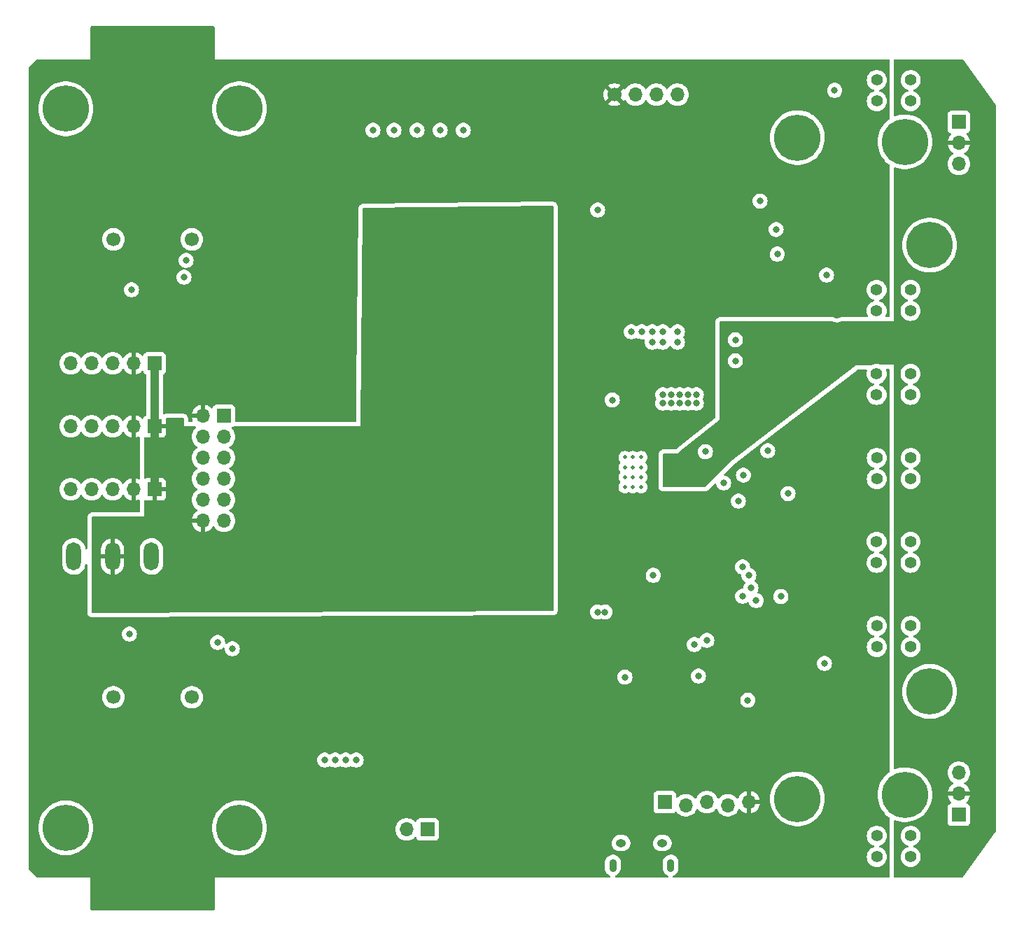
<source format=gbr>
%TF.GenerationSoftware,KiCad,Pcbnew,7.0.8*%
%TF.CreationDate,2023-10-27T12:05:37-04:00*%
%TF.ProjectId,mainboard_dual_battery,6d61696e-626f-4617-9264-5f6475616c5f,rev?*%
%TF.SameCoordinates,PX1312d00PY5f5e100*%
%TF.FileFunction,Copper,L3,Inr*%
%TF.FilePolarity,Positive*%
%FSLAX46Y46*%
G04 Gerber Fmt 4.6, Leading zero omitted, Abs format (unit mm)*
G04 Created by KiCad (PCBNEW 7.0.8) date 2023-10-27 12:05:37*
%MOMM*%
%LPD*%
G01*
G04 APERTURE LIST*
%TA.AperFunction,ComponentPad*%
%ADD10C,5.600000*%
%TD*%
%TA.AperFunction,ComponentPad*%
%ADD11R,1.700000X1.700000*%
%TD*%
%TA.AperFunction,ComponentPad*%
%ADD12O,1.700000X1.700000*%
%TD*%
%TA.AperFunction,ComponentPad*%
%ADD13C,1.700000*%
%TD*%
%TA.AperFunction,ComponentPad*%
%ADD14C,0.500000*%
%TD*%
%TA.AperFunction,ComponentPad*%
%ADD15O,0.890000X1.550000*%
%TD*%
%TA.AperFunction,ComponentPad*%
%ADD16O,1.250000X0.950000*%
%TD*%
%TA.AperFunction,ComponentPad*%
%ADD17O,1.800000X3.400000*%
%TD*%
%TA.AperFunction,ComponentPad*%
%ADD18C,1.400000*%
%TD*%
%TA.AperFunction,ViaPad*%
%ADD19C,0.800000*%
%TD*%
%TA.AperFunction,Conductor*%
%ADD20C,1.016000*%
%TD*%
G04 APERTURE END LIST*
D10*
%TO.N,N/C*%
%TO.C,REF\u002A\u002A*%
X4500000Y-43500000D03*
%TD*%
D11*
%TO.N,Net-(J14-Pin_1)*%
%TO.C,J14*%
X48260000Y-43688000D03*
D12*
%TO.N,/VBAT*%
X45720000Y-43688000D03*
%TD*%
D11*
%TO.N,VCC*%
%TO.C,J2*%
X15240000Y12700000D03*
D12*
%TO.N,+3V3*%
X12700000Y12700000D03*
%TO.N,/MISO*%
X10160000Y12700000D03*
%TO.N,/MOSI*%
X7620000Y12700000D03*
%TO.N,GNDREF*%
X5080000Y12700000D03*
%TD*%
D13*
%TO.N,/Motor1A_out*%
%TO.C,J6*%
X10250000Y27700000D03*
%TD*%
D14*
%TO.N,GNDREF*%
%TO.C,U11*%
X72111000Y1333000D03*
X72111000Y133000D03*
X72111000Y-1067000D03*
X72111000Y-2267000D03*
X73111000Y1333000D03*
X73111000Y133000D03*
X73111000Y-1067000D03*
X73111000Y-2267000D03*
X74111000Y1333000D03*
X74111000Y133000D03*
X74111000Y-1067000D03*
X74111000Y-2267000D03*
%TD*%
D10*
%TO.N,N/C*%
%TO.C,REF\u002A\u002A*%
X109000000Y-27000000D03*
%TD*%
D11*
%TO.N,GNDREF*%
%TO.C,J11*%
X112522000Y-41910000D03*
D12*
%TO.N,+6V*%
X112522000Y-39370000D03*
%TO.N,/SERVO2*%
X112522000Y-36830000D03*
%TD*%
D15*
%TO.N,GNDREF*%
%TO.C,J3*%
X70668000Y-48036000D03*
D16*
X71668000Y-45336000D03*
X76668000Y-45336000D03*
D15*
X77668000Y-48036000D03*
%TD*%
D13*
%TO.N,/Motor1B_out*%
%TO.C,J4*%
X19750000Y27700000D03*
%TD*%
D11*
%TO.N,/nRESET*%
%TO.C,J1*%
X76962000Y-40386000D03*
D12*
%TO.N,/SWCLK*%
X79502000Y-40767000D03*
%TO.N,/SWDIO*%
X82042000Y-40386000D03*
%TO.N,GNDREF*%
X84582000Y-40767000D03*
%TO.N,+3V3*%
X87122000Y-40386000D03*
%TD*%
D11*
%TO.N,/SDA*%
%TO.C,J13*%
X23622000Y6350000D03*
D12*
%TO.N,+3V3*%
X21082000Y6350000D03*
%TO.N,/SCL*%
X23622000Y3810000D03*
%TO.N,/MISO*%
X21082000Y3810000D03*
%TO.N,/SCK*%
X23622000Y1270000D03*
%TO.N,/MOSI*%
X21082000Y1270000D03*
%TO.N,/TOP_A4*%
X23622000Y-1270000D03*
%TO.N,/TOP_A5*%
X21082000Y-1270000D03*
%TO.N,/nRESET*%
X23622000Y-3810000D03*
%TO.N,/TOP_A3*%
X21082000Y-3810000D03*
%TO.N,GNDREF*%
X23622000Y-6350000D03*
%TO.N,VCC*%
X21082000Y-6350000D03*
%TD*%
D10*
%TO.N,N/C*%
%TO.C,REF\u002A\u002A*%
X109000000Y27000000D03*
%TD*%
%TO.N,N/C*%
%TO.C,REF\u002A\u002A*%
X93000000Y40000000D03*
%TD*%
%TO.N,N/C*%
%TO.C,REF\u002A\u002A*%
X106000000Y-39500000D03*
%TD*%
%TO.N,N/C*%
%TO.C,REF\u002A\u002A*%
X106000000Y39500000D03*
%TD*%
%TO.N,N/C*%
%TO.C,REF\u002A\u002A*%
X93000000Y-40000000D03*
%TD*%
D13*
%TO.N,/Motor2B_out*%
%TO.C,J5*%
X19750000Y-27700000D03*
%TD*%
D10*
%TO.N,N/C*%
%TO.C,REF\u002A\u002A*%
X25500000Y43500000D03*
%TD*%
D11*
%TO.N,GNDREF*%
%TO.C,J12*%
X112522000Y41910000D03*
D12*
%TO.N,+6V*%
X112522000Y39370000D03*
%TO.N,/SERVO1*%
X112522000Y36830000D03*
%TD*%
D11*
%TO.N,VCC*%
%TO.C,J9*%
X15240000Y5080000D03*
D12*
%TO.N,+3V3*%
X12700000Y5080000D03*
%TO.N,/SCK*%
X10160000Y5080000D03*
%TO.N,/TOP_A5*%
X7620000Y5080000D03*
%TO.N,GNDREF*%
X5080000Y5080000D03*
%TD*%
D13*
%TO.N,+3V3*%
%TO.C,J8*%
X70866000Y45212000D03*
D12*
%TO.N,VCC*%
X73406000Y45212000D03*
%TO.N,+6V*%
X75946000Y45212000D03*
%TO.N,GNDREF*%
X78486000Y45212000D03*
%TD*%
D10*
%TO.N,N/C*%
%TO.C,REF\u002A\u002A*%
X4500000Y43500000D03*
%TD*%
D11*
%TO.N,VCC*%
%TO.C,J10*%
X15240000Y-2540000D03*
D12*
%TO.N,+3V3*%
X12700000Y-2540000D03*
%TO.N,/TOP_A4*%
X10160000Y-2540000D03*
%TO.N,/TOP_A3*%
X7620000Y-2540000D03*
%TO.N,GNDREF*%
X5080000Y-2540000D03*
%TD*%
D17*
%TO.N,/VBAT*%
%TO.C,SW1*%
X5460000Y-10668000D03*
%TO.N,VCC*%
X10160000Y-10668000D03*
%TO.N,unconnected-(SW1-C-Pad3)*%
X14860000Y-10668000D03*
%TD*%
D10*
%TO.N,N/C*%
%TO.C,REF\u002A\u002A*%
X25500000Y-43500000D03*
%TD*%
D13*
%TO.N,/Motor2A_out*%
%TO.C,J7*%
X10250000Y-27700000D03*
%TD*%
D18*
%TO.N,Net-(U3-K)*%
%TO.C,U3*%
X106698000Y-19070000D03*
%TO.N,Net-(U2-K)*%
X106698000Y-21610000D03*
%TO.N,GNDREF*%
X102598000Y-21610000D03*
%TO.N,/A1*%
X102598000Y-19070000D03*
%TD*%
%TO.N,Net-(U5-K)*%
%TO.C,U5*%
X106698000Y1250000D03*
%TO.N,Net-(U4-K)*%
X106698000Y-1290000D03*
%TO.N,GNDREF*%
X102598000Y-1290000D03*
%TO.N,/A3*%
X102598000Y1250000D03*
%TD*%
%TO.N,Net-(U2-K)*%
%TO.C,U2*%
X106698000Y-44470000D03*
%TO.N,/Reflectance sensor array/VCC_LED*%
X106698000Y-47010000D03*
%TO.N,GNDREF*%
X102598000Y-47010000D03*
%TO.N,/A0*%
X102598000Y-44470000D03*
%TD*%
%TO.N,Net-(U4-K)*%
%TO.C,U4*%
X106680000Y-8890000D03*
%TO.N,Net-(U3-K)*%
X106680000Y-11430000D03*
%TO.N,GNDREF*%
X102580000Y-11430000D03*
%TO.N,/A2*%
X102580000Y-8890000D03*
%TD*%
%TO.N,Net-(U7-K)*%
%TO.C,U7*%
X106680000Y21590000D03*
%TO.N,Net-(U6-K)*%
X106680000Y19050000D03*
%TO.N,GNDREF*%
X102580000Y19050000D03*
%TO.N,/A5*%
X102580000Y21590000D03*
%TD*%
%TO.N,Net-(U6-K)*%
%TO.C,U6*%
X106680000Y11430000D03*
%TO.N,Net-(U5-K)*%
X106680000Y8890000D03*
%TO.N,GNDREF*%
X102580000Y8890000D03*
%TO.N,/A4*%
X102580000Y11430000D03*
%TD*%
%TO.N,/Reflectance sensor array/FB*%
%TO.C,U8*%
X106698000Y46970000D03*
%TO.N,Net-(U7-K)*%
X106698000Y44430000D03*
%TO.N,GNDREF*%
X102598000Y44430000D03*
%TO.N,/A6*%
X102598000Y46970000D03*
%TD*%
D19*
%TO.N,+3V3*%
X90932000Y-8763000D03*
X88888000Y-27698000D03*
X97790000Y8382000D03*
X97790000Y18542000D03*
X97790000Y-11938000D03*
X91348000Y3024000D03*
X97790000Y-29972000D03*
X76073000Y-15748000D03*
X76073000Y-18415000D03*
X96897000Y-22229000D03*
X76073000Y-17018000D03*
X80670400Y-32867600D03*
X96520000Y30988000D03*
X14859000Y-21209000D03*
X10668000Y21590000D03*
X81026000Y-26670000D03*
X75057000Y3429000D03*
X88900000Y-14000000D03*
X97790000Y-2286000D03*
%TO.N,/VBAT*%
X39624000Y-35306000D03*
X38354000Y-35306000D03*
X35814000Y-35306000D03*
X37084000Y-35306000D03*
%TO.N,/SDA*%
X87376000Y-14478000D03*
%TO.N,/SCL*%
X86360000Y-15494000D03*
%TO.N,/ENC1_DIR*%
X19050000Y25146000D03*
X86360000Y-11938000D03*
%TO.N,/ENC1_SPEED*%
X87122000Y-12954000D03*
X18796000Y23114000D03*
%TO.N,/ENC2_DIR*%
X22860000Y-21082000D03*
X82042000Y-20828000D03*
%TO.N,/ENC2_SPEED*%
X80518000Y-21336000D03*
X24638000Y-21844000D03*
%TO.N,+6V*%
X80264000Y-762000D03*
X88138000Y8382000D03*
X88138000Y15494000D03*
X78994000Y-762000D03*
X88138000Y12700000D03*
X77978000Y-792000D03*
X88138000Y9906000D03*
%TO.N,GNDREF*%
X81026000Y-25146000D03*
X41656000Y40894000D03*
X78486000Y15240000D03*
X76708000Y15240000D03*
X69723000Y-17399000D03*
X68834000Y-17399000D03*
X12192000Y-20066000D03*
X81866375Y2008000D03*
X72898000Y16510000D03*
X44196000Y40894000D03*
X76708000Y16510000D03*
X88474000Y32322000D03*
X75438000Y15240000D03*
X76708000Y7874000D03*
X79756000Y7874000D03*
X49784000Y40894000D03*
X90569000Y25908000D03*
X78486000Y16510000D03*
X85497000Y15546000D03*
X96266000Y-23622000D03*
X80772000Y8890000D03*
X88011000Y-16000000D03*
X75565000Y-12954000D03*
X52578000Y40894000D03*
X85851500Y-3978750D03*
X86995000Y-28067000D03*
X86467782Y-830474D03*
X78740000Y7874000D03*
X74168000Y16510000D03*
X70612000Y8255000D03*
X68834000Y31242000D03*
X78740000Y8890000D03*
X79756000Y8890000D03*
X12446000Y21590000D03*
X72136000Y-25273000D03*
X85497000Y13006000D03*
X46990000Y40894000D03*
X91866000Y-3050750D03*
X89407500Y2117250D03*
X77724000Y8890000D03*
X77724000Y7874000D03*
X76708000Y8890000D03*
X80772000Y7874000D03*
X75438000Y16510000D03*
%TO.N,VCC*%
X60833000Y-15694500D03*
X62611000Y-15748000D03*
X61722000Y28901504D03*
X90424000Y28901504D03*
X62484000Y20320000D03*
X60960000Y20320000D03*
X59436000Y20320000D03*
X60452000Y28901504D03*
%TO.N,/Reflectance sensor array/VCC_LED*%
X96520000Y23368000D03*
%TO.N,/Reflectance sensor array/FB*%
X97500000Y45720000D03*
%TO.N,/HEARTBEAT*%
X91000000Y-15500000D03*
X84074000Y-1778000D03*
%TD*%
D20*
%TO.N,VCC*%
X15240000Y5080000D02*
X15240000Y12700000D01*
X15240000Y-2540000D02*
X15240000Y5080000D01*
%TD*%
%TA.AperFunction,Conductor*%
%TO.N,+3V3*%
G36*
X22441621Y53479498D02*
G01*
X22488114Y53425842D01*
X22499500Y53373500D01*
X22499500Y49524928D01*
X22499415Y49524500D01*
X22499458Y49500002D01*
X22499459Y49500000D01*
X22499500Y49499901D01*
X22499617Y49499617D01*
X22500000Y49499459D01*
X22500002Y49499461D01*
X22525014Y49499476D01*
X22525014Y49499472D01*
X22525158Y49499500D01*
X104014000Y49499500D01*
X104082121Y49479498D01*
X104128614Y49425842D01*
X104140000Y49373500D01*
X104140000Y42304477D01*
X104119998Y42236356D01*
X104090252Y42204170D01*
X103854989Y42025327D01*
X103854962Y42025305D01*
X103594516Y41778596D01*
X103362256Y41505157D01*
X103160924Y41208215D01*
X103160922Y41208211D01*
X102992876Y40891241D01*
X102992872Y40891232D01*
X102860084Y40557960D01*
X102764103Y40212270D01*
X102706064Y39858238D01*
X102686641Y39500004D01*
X102686641Y39499997D01*
X102706064Y39141763D01*
X102764103Y38787731D01*
X102860084Y38442041D01*
X102860085Y38442039D01*
X102992877Y38108757D01*
X103160925Y37791785D01*
X103362258Y37494841D01*
X103563795Y37257573D01*
X103594516Y37221405D01*
X103854962Y36974696D01*
X103854977Y36974683D01*
X104090253Y36795831D01*
X104132378Y36738685D01*
X104140000Y36695525D01*
X104140000Y18419500D01*
X104119998Y18351379D01*
X104066342Y18304886D01*
X104014000Y18293500D01*
X103758451Y18293500D01*
X103690330Y18313502D01*
X103643837Y18367158D01*
X103633733Y18437432D01*
X103644256Y18472750D01*
X103676435Y18541760D01*
X103719956Y18635090D01*
X103774686Y18839345D01*
X103793116Y19050000D01*
X103774686Y19260655D01*
X103719956Y19464910D01*
X103630589Y19656558D01*
X103630588Y19656559D01*
X103630587Y19656562D01*
X103509307Y19829768D01*
X103509304Y19829772D01*
X103509301Y19829776D01*
X103359776Y19979301D01*
X103359772Y19979304D01*
X103359767Y19979308D01*
X103186561Y20100588D01*
X102994912Y20189955D01*
X102994905Y20189958D01*
X102972211Y20196039D01*
X102963794Y20198294D01*
X102903172Y20235244D01*
X102872150Y20299104D01*
X102880578Y20369599D01*
X102925780Y20424346D01*
X102963793Y20441707D01*
X102994910Y20450044D01*
X103186558Y20539411D01*
X103359776Y20660699D01*
X103509301Y20810224D01*
X103630589Y20983442D01*
X103719956Y21175090D01*
X103774686Y21379345D01*
X103793116Y21590000D01*
X103774686Y21800655D01*
X103719956Y22004910D01*
X103630589Y22196558D01*
X103630588Y22196559D01*
X103630587Y22196562D01*
X103509307Y22369768D01*
X103509304Y22369772D01*
X103509301Y22369776D01*
X103359776Y22519301D01*
X103359772Y22519304D01*
X103359767Y22519308D01*
X103186561Y22640588D01*
X102994912Y22729955D01*
X102994908Y22729957D01*
X102900113Y22755357D01*
X102790655Y22784686D01*
X102580000Y22803116D01*
X102369345Y22784686D01*
X102314616Y22770022D01*
X102165091Y22729957D01*
X102165087Y22729955D01*
X101973438Y22640588D01*
X101800232Y22519308D01*
X101800221Y22519299D01*
X101650701Y22369779D01*
X101650692Y22369768D01*
X101529412Y22196562D01*
X101440045Y22004913D01*
X101440043Y22004909D01*
X101428427Y21961556D01*
X101385314Y21800655D01*
X101366884Y21590000D01*
X101385314Y21379345D01*
X101414643Y21269887D01*
X101440043Y21175092D01*
X101440045Y21175088D01*
X101529412Y20983439D01*
X101650692Y20810233D01*
X101650696Y20810228D01*
X101650699Y20810224D01*
X101800224Y20660699D01*
X101800228Y20660696D01*
X101800232Y20660693D01*
X101973438Y20539413D01*
X101973441Y20539412D01*
X101973442Y20539411D01*
X102165090Y20450044D01*
X102196205Y20441707D01*
X102256828Y20404755D01*
X102287849Y20340895D01*
X102279421Y20270400D01*
X102234218Y20215653D01*
X102196206Y20198294D01*
X102188406Y20196204D01*
X102165091Y20189957D01*
X102165087Y20189955D01*
X101973438Y20100588D01*
X101800232Y19979308D01*
X101800221Y19979299D01*
X101650701Y19829779D01*
X101650692Y19829768D01*
X101529412Y19656562D01*
X101440045Y19464913D01*
X101440043Y19464909D01*
X101399978Y19315384D01*
X101385314Y19260655D01*
X101366884Y19050000D01*
X101385314Y18839345D01*
X101414643Y18729887D01*
X101440043Y18635092D01*
X101440045Y18635087D01*
X101515744Y18472750D01*
X101526405Y18402558D01*
X101497425Y18337745D01*
X101438005Y18298889D01*
X101401549Y18293500D01*
X98320453Y18293500D01*
X98315617Y18293363D01*
X98305945Y18293087D01*
X98291262Y18292459D01*
X98291258Y18292458D01*
X98148023Y18263435D01*
X98148021Y18263434D01*
X98148018Y18263434D01*
X98148018Y18263433D01*
X98081150Y18239575D01*
X98081122Y18239566D01*
X98081092Y18239555D01*
X98078902Y18238399D01*
X98075122Y18236562D01*
X97924830Y18169651D01*
X97899783Y18161512D01*
X97884000Y18158157D01*
X97844467Y18149754D01*
X97818272Y18147000D01*
X97761728Y18147000D01*
X97735530Y18149754D01*
X97702891Y18156692D01*
X97680216Y18161512D01*
X97655167Y18169651D01*
X97507270Y18235499D01*
X97491030Y18240820D01*
X97465020Y18252699D01*
X97396908Y18272698D01*
X97396901Y18272700D01*
X97367966Y18276860D01*
X97252231Y18293500D01*
X83692000Y18293500D01*
X83691990Y18293500D01*
X83603267Y18283961D01*
X83582851Y18281766D01*
X83582848Y18281766D01*
X83582844Y18281765D01*
X83582840Y18281765D01*
X83530519Y18270383D01*
X83530498Y18270377D01*
X83426345Y18235712D01*
X83303385Y18156690D01*
X83251019Y18111315D01*
X83249904Y18110401D01*
X83154019Y17999742D01*
X83154017Y17999739D01*
X83093301Y17866790D01*
X83073302Y17798678D01*
X83073300Y17798671D01*
X83052500Y17653997D01*
X83052500Y6149360D01*
X83032498Y6081239D01*
X83005212Y6050971D01*
X78452719Y2408976D01*
X78340388Y2319111D01*
X78274699Y2292175D01*
X78261676Y2291500D01*
X76833990Y2291500D01*
X76745267Y2281961D01*
X76724851Y2279766D01*
X76724848Y2279766D01*
X76724844Y2279765D01*
X76724840Y2279765D01*
X76672519Y2268383D01*
X76672498Y2268377D01*
X76568345Y2233712D01*
X76445385Y2154690D01*
X76393019Y2109315D01*
X76391907Y2108403D01*
X76304910Y2008001D01*
X76296018Y1997740D01*
X76235301Y1864790D01*
X76215302Y1796678D01*
X76215300Y1796671D01*
X76215300Y1796669D01*
X76196357Y1664910D01*
X76194500Y1651997D01*
X76194500Y-2160009D01*
X76206235Y-2269155D01*
X76206235Y-2269159D01*
X76217617Y-2321480D01*
X76217623Y-2321501D01*
X76252288Y-2425654D01*
X76255053Y-2429956D01*
X76331308Y-2548612D01*
X76331311Y-2548615D01*
X76331315Y-2548621D01*
X76376685Y-2600981D01*
X76377601Y-2602097D01*
X76488258Y-2697980D01*
X76488261Y-2697982D01*
X76621210Y-2758698D01*
X76689331Y-2778700D01*
X76834000Y-2799500D01*
X76834004Y-2799500D01*
X81749566Y-2799500D01*
X81760091Y-2798935D01*
X81777021Y-2798028D01*
X81781744Y-2797520D01*
X81817468Y-2793681D01*
X81817472Y-2793680D01*
X81817475Y-2793680D01*
X81871752Y-2784884D01*
X82008693Y-2733806D01*
X82071005Y-2699780D01*
X82073410Y-2697980D01*
X82100090Y-2678006D01*
X82188004Y-2612194D01*
X82960549Y-1839646D01*
X83022862Y-1805622D01*
X83093677Y-1810686D01*
X83150513Y-1853233D01*
X83174955Y-1915572D01*
X83180457Y-1967927D01*
X83203876Y-2040000D01*
X83239473Y-2149556D01*
X83239476Y-2149561D01*
X83334958Y-2314941D01*
X83334965Y-2314951D01*
X83462744Y-2456864D01*
X83462747Y-2456866D01*
X83617248Y-2569118D01*
X83791712Y-2646794D01*
X83978513Y-2686500D01*
X84169487Y-2686500D01*
X84356288Y-2646794D01*
X84530752Y-2569118D01*
X84685253Y-2456866D01*
X84685255Y-2456864D01*
X84813034Y-2314951D01*
X84813035Y-2314949D01*
X84813040Y-2314944D01*
X84908527Y-2149556D01*
X84967542Y-1967928D01*
X84987504Y-1778000D01*
X84967542Y-1588072D01*
X84908527Y-1406444D01*
X84813040Y-1241056D01*
X84813038Y-1241054D01*
X84813034Y-1241048D01*
X84685255Y-1099135D01*
X84530752Y-986882D01*
X84356288Y-909206D01*
X84199545Y-875889D01*
X84137071Y-842160D01*
X84130618Y-830474D01*
X85554278Y-830474D01*
X85574239Y-1020401D01*
X85593392Y-1079345D01*
X85633255Y-1202030D01*
X85653357Y-1236848D01*
X85728740Y-1367415D01*
X85728747Y-1367425D01*
X85856526Y-1509338D01*
X85902733Y-1542909D01*
X86011030Y-1621592D01*
X86185494Y-1699268D01*
X86372295Y-1738974D01*
X86563269Y-1738974D01*
X86750070Y-1699268D01*
X86924534Y-1621592D01*
X87079035Y-1509340D01*
X87171683Y-1406444D01*
X87206816Y-1367425D01*
X87206817Y-1367423D01*
X87206822Y-1367418D01*
X87251519Y-1290000D01*
X101384884Y-1290000D01*
X101403314Y-1500655D01*
X101414636Y-1542909D01*
X101458043Y-1704908D01*
X101458045Y-1704912D01*
X101547412Y-1896561D01*
X101668692Y-2069767D01*
X101668696Y-2069772D01*
X101668699Y-2069776D01*
X101818224Y-2219301D01*
X101818228Y-2219304D01*
X101818232Y-2219307D01*
X101991438Y-2340587D01*
X101991441Y-2340588D01*
X101991442Y-2340589D01*
X102183090Y-2429956D01*
X102387345Y-2484686D01*
X102598000Y-2503116D01*
X102808655Y-2484686D01*
X103012910Y-2429956D01*
X103204558Y-2340589D01*
X103377776Y-2219301D01*
X103527301Y-2069776D01*
X103648589Y-1896558D01*
X103737956Y-1704910D01*
X103792686Y-1500655D01*
X103811116Y-1290000D01*
X103792686Y-1079345D01*
X103737956Y-875090D01*
X103648589Y-683442D01*
X103648588Y-683441D01*
X103648587Y-683438D01*
X103527307Y-510232D01*
X103527304Y-510228D01*
X103527301Y-510224D01*
X103377776Y-360699D01*
X103377772Y-360696D01*
X103377767Y-360692D01*
X103204561Y-239412D01*
X103012912Y-150045D01*
X103012905Y-150042D01*
X102990211Y-143961D01*
X102981794Y-141706D01*
X102921172Y-104756D01*
X102890150Y-40896D01*
X102898578Y29599D01*
X102943780Y84346D01*
X102981793Y101707D01*
X103012910Y110044D01*
X103204558Y199411D01*
X103377776Y320699D01*
X103527301Y470224D01*
X103648589Y643442D01*
X103737956Y835090D01*
X103792686Y1039345D01*
X103811116Y1250000D01*
X103792686Y1460655D01*
X103737956Y1664910D01*
X103648589Y1856558D01*
X103648588Y1856559D01*
X103648587Y1856562D01*
X103527307Y2029768D01*
X103527304Y2029772D01*
X103527301Y2029776D01*
X103377776Y2179301D01*
X103377772Y2179304D01*
X103377767Y2179308D01*
X103204561Y2300588D01*
X103012912Y2389955D01*
X103012908Y2389957D01*
X102918113Y2415357D01*
X102808655Y2444686D01*
X102598000Y2463116D01*
X102387345Y2444686D01*
X102332616Y2430022D01*
X102183091Y2389957D01*
X102183087Y2389955D01*
X101991438Y2300588D01*
X101818232Y2179308D01*
X101818221Y2179299D01*
X101668701Y2029779D01*
X101668692Y2029768D01*
X101547412Y1856562D01*
X101458045Y1664913D01*
X101458043Y1664909D01*
X101417978Y1515384D01*
X101403314Y1460655D01*
X101384884Y1250000D01*
X101403314Y1039345D01*
X101413370Y1001817D01*
X101458043Y835092D01*
X101458045Y835088D01*
X101547412Y643439D01*
X101668692Y470233D01*
X101668696Y470228D01*
X101668699Y470224D01*
X101818224Y320699D01*
X101818228Y320696D01*
X101818232Y320693D01*
X101991438Y199413D01*
X101991441Y199412D01*
X101991442Y199411D01*
X102183090Y110044D01*
X102214205Y101707D01*
X102274828Y64755D01*
X102305849Y895D01*
X102297421Y-69600D01*
X102252218Y-124347D01*
X102214206Y-141706D01*
X102206406Y-143796D01*
X102183091Y-150043D01*
X102183087Y-150045D01*
X101991438Y-239412D01*
X101818232Y-360692D01*
X101818221Y-360701D01*
X101668701Y-510221D01*
X101668692Y-510232D01*
X101547412Y-683438D01*
X101458045Y-875087D01*
X101458043Y-875091D01*
X101428089Y-986882D01*
X101403314Y-1079345D01*
X101384884Y-1290000D01*
X87251519Y-1290000D01*
X87302309Y-1202030D01*
X87361324Y-1020402D01*
X87381286Y-830474D01*
X87361324Y-640546D01*
X87302309Y-458918D01*
X87206822Y-293530D01*
X87206820Y-293528D01*
X87206816Y-293522D01*
X87079037Y-151609D01*
X86924534Y-39356D01*
X86750070Y38320D01*
X86563269Y78026D01*
X86372295Y78026D01*
X86185493Y38320D01*
X86011029Y-39356D01*
X85856526Y-151609D01*
X85728747Y-293522D01*
X85728740Y-293532D01*
X85633258Y-458912D01*
X85633255Y-458919D01*
X85574239Y-640546D01*
X85554278Y-830474D01*
X84130618Y-830474D01*
X84102750Y-780011D01*
X84107478Y-709172D01*
X84136645Y-663549D01*
X85172293Y372099D01*
X85178485Y377527D01*
X87447689Y2117250D01*
X88493996Y2117250D01*
X88513957Y1927323D01*
X88536951Y1856558D01*
X88572973Y1745694D01*
X88572976Y1745689D01*
X88668458Y1580309D01*
X88668465Y1580299D01*
X88796244Y1438386D01*
X88796247Y1438384D01*
X88950748Y1326132D01*
X89125212Y1248456D01*
X89312013Y1208750D01*
X89502987Y1208750D01*
X89689788Y1248456D01*
X89864252Y1326132D01*
X90018753Y1438384D01*
X90038806Y1460655D01*
X90146534Y1580299D01*
X90146535Y1580301D01*
X90146540Y1580306D01*
X90242027Y1745694D01*
X90301042Y1927322D01*
X90321004Y2117250D01*
X90301042Y2307178D01*
X90242027Y2488806D01*
X90146540Y2654194D01*
X90146538Y2654196D01*
X90146534Y2654202D01*
X90018755Y2796115D01*
X89864252Y2908368D01*
X89689788Y2986044D01*
X89502987Y3025750D01*
X89312013Y3025750D01*
X89125211Y2986044D01*
X88950747Y2908368D01*
X88796244Y2796115D01*
X88668465Y2654202D01*
X88668458Y2654192D01*
X88572976Y2488812D01*
X88572973Y2488805D01*
X88513957Y2307178D01*
X88493996Y2117250D01*
X87447689Y2117250D01*
X100225062Y11913237D01*
X100291293Y11938809D01*
X100297780Y11939181D01*
X101305619Y11970677D01*
X101374329Y11952812D01*
X101422475Y11900635D01*
X101434769Y11830711D01*
X101431259Y11812128D01*
X101400436Y11697092D01*
X101385314Y11640655D01*
X101366884Y11430000D01*
X101385314Y11219345D01*
X101414643Y11109887D01*
X101440043Y11015092D01*
X101440045Y11015088D01*
X101529412Y10823439D01*
X101650692Y10650233D01*
X101650696Y10650228D01*
X101650699Y10650224D01*
X101800224Y10500699D01*
X101800228Y10500696D01*
X101800232Y10500693D01*
X101973438Y10379413D01*
X101973441Y10379412D01*
X101973442Y10379411D01*
X102165090Y10290044D01*
X102196205Y10281707D01*
X102256828Y10244755D01*
X102287849Y10180895D01*
X102279421Y10110400D01*
X102234218Y10055653D01*
X102196206Y10038294D01*
X102188406Y10036204D01*
X102165091Y10029957D01*
X102165087Y10029955D01*
X101973438Y9940588D01*
X101800232Y9819308D01*
X101800221Y9819299D01*
X101650701Y9669779D01*
X101650692Y9669768D01*
X101529412Y9496562D01*
X101440045Y9304913D01*
X101440043Y9304909D01*
X101428427Y9261556D01*
X101385314Y9100655D01*
X101366884Y8890000D01*
X101385314Y8679345D01*
X101399457Y8626562D01*
X101440043Y8475092D01*
X101440045Y8475088D01*
X101529412Y8283439D01*
X101650692Y8110233D01*
X101650696Y8110228D01*
X101650699Y8110224D01*
X101800224Y7960699D01*
X101800228Y7960696D01*
X101800232Y7960693D01*
X101973438Y7839413D01*
X101973441Y7839412D01*
X101973442Y7839411D01*
X102165090Y7750044D01*
X102369345Y7695314D01*
X102580000Y7676884D01*
X102790655Y7695314D01*
X102994910Y7750044D01*
X103186558Y7839411D01*
X103359776Y7960699D01*
X103509301Y8110224D01*
X103630589Y8283442D01*
X103719956Y8475090D01*
X103774686Y8679345D01*
X103793116Y8890000D01*
X103774686Y9100655D01*
X103719956Y9304910D01*
X103630589Y9496558D01*
X103630588Y9496559D01*
X103630587Y9496562D01*
X103509307Y9669768D01*
X103509304Y9669772D01*
X103509301Y9669776D01*
X103359776Y9819301D01*
X103359772Y9819304D01*
X103359767Y9819308D01*
X103186561Y9940588D01*
X102994912Y10029955D01*
X102994905Y10029958D01*
X102972211Y10036039D01*
X102963794Y10038294D01*
X102903172Y10075244D01*
X102872150Y10139104D01*
X102880578Y10209599D01*
X102925780Y10264346D01*
X102963793Y10281707D01*
X102994910Y10290044D01*
X103186558Y10379411D01*
X103359776Y10500699D01*
X103509301Y10650224D01*
X103630589Y10823442D01*
X103719956Y11015090D01*
X103774686Y11219345D01*
X103793116Y11430000D01*
X103774686Y11640655D01*
X103719956Y11844910D01*
X103708249Y11870016D01*
X103697587Y11940207D01*
X103726566Y12005020D01*
X103785985Y12043877D01*
X103818503Y12049206D01*
X104010066Y12055192D01*
X104078777Y12037327D01*
X104126923Y11985150D01*
X104140000Y11929253D01*
X104140000Y-36695523D01*
X104119998Y-36763644D01*
X104090252Y-36795830D01*
X103854989Y-36974673D01*
X103854962Y-36974695D01*
X103594516Y-37221404D01*
X103362256Y-37494843D01*
X103160924Y-37791785D01*
X103160922Y-37791789D01*
X102992876Y-38108759D01*
X102992872Y-38108768D01*
X102860084Y-38442040D01*
X102764103Y-38787730D01*
X102706064Y-39141762D01*
X102686641Y-39499996D01*
X102686641Y-39500003D01*
X102706064Y-39858237D01*
X102764103Y-40212269D01*
X102860084Y-40557959D01*
X102967857Y-40828449D01*
X102992877Y-40891243D01*
X103081264Y-41057959D01*
X103160922Y-41208210D01*
X103160924Y-41208214D01*
X103283438Y-41388908D01*
X103362258Y-41505159D01*
X103533665Y-41706955D01*
X103594516Y-41778595D01*
X103854962Y-42025304D01*
X103854977Y-42025317D01*
X104090253Y-42204169D01*
X104132378Y-42261315D01*
X104140000Y-42304475D01*
X104140000Y-49373500D01*
X104119998Y-49441621D01*
X104066342Y-49488114D01*
X104014000Y-49499500D01*
X78055885Y-49499500D01*
X77987764Y-49479498D01*
X77941271Y-49425842D01*
X77931167Y-49355568D01*
X77960661Y-49290988D01*
X78012124Y-49255344D01*
X78090078Y-49226472D01*
X78090077Y-49226472D01*
X78090081Y-49226471D01*
X78254653Y-49123893D01*
X78395207Y-48990286D01*
X78505989Y-48831122D01*
X78582463Y-48652915D01*
X78621500Y-48462961D01*
X78621500Y-47657648D01*
X78621499Y-47657629D01*
X78606798Y-47513076D01*
X78606798Y-47513072D01*
X78548745Y-47328043D01*
X78454634Y-47158487D01*
X78328318Y-47011346D01*
X78326579Y-47010000D01*
X101384884Y-47010000D01*
X101403314Y-47220655D01*
X101408733Y-47240878D01*
X101458043Y-47424908D01*
X101458045Y-47424912D01*
X101547412Y-47616561D01*
X101668692Y-47789767D01*
X101668696Y-47789772D01*
X101668699Y-47789776D01*
X101818224Y-47939301D01*
X101818228Y-47939304D01*
X101818232Y-47939307D01*
X101991438Y-48060587D01*
X101991441Y-48060588D01*
X101991442Y-48060589D01*
X102183090Y-48149956D01*
X102387345Y-48204686D01*
X102598000Y-48223116D01*
X102808655Y-48204686D01*
X103012910Y-48149956D01*
X103204558Y-48060589D01*
X103377776Y-47939301D01*
X103527301Y-47789776D01*
X103648589Y-47616558D01*
X103737956Y-47424910D01*
X103792686Y-47220655D01*
X103811116Y-47010000D01*
X103792686Y-46799345D01*
X103737956Y-46595090D01*
X103648589Y-46403442D01*
X103648588Y-46403441D01*
X103648587Y-46403438D01*
X103527307Y-46230232D01*
X103527304Y-46230228D01*
X103527301Y-46230224D01*
X103377776Y-46080699D01*
X103377772Y-46080696D01*
X103377767Y-46080692D01*
X103204561Y-45959412D01*
X103012912Y-45870045D01*
X103012905Y-45870042D01*
X102990211Y-45863961D01*
X102981794Y-45861706D01*
X102921172Y-45824756D01*
X102890150Y-45760896D01*
X102898578Y-45690401D01*
X102943780Y-45635654D01*
X102981793Y-45618293D01*
X103012910Y-45609956D01*
X103204558Y-45520589D01*
X103377776Y-45399301D01*
X103527301Y-45249776D01*
X103648589Y-45076558D01*
X103737956Y-44884910D01*
X103792686Y-44680655D01*
X103811116Y-44470000D01*
X103792686Y-44259345D01*
X103737956Y-44055090D01*
X103648589Y-43863442D01*
X103648588Y-43863441D01*
X103648587Y-43863438D01*
X103527307Y-43690232D01*
X103527304Y-43690228D01*
X103527301Y-43690224D01*
X103377776Y-43540699D01*
X103377772Y-43540696D01*
X103377767Y-43540692D01*
X103204561Y-43419412D01*
X103012912Y-43330045D01*
X103012908Y-43330043D01*
X102918113Y-43304643D01*
X102808655Y-43275314D01*
X102598000Y-43256884D01*
X102387345Y-43275314D01*
X102332616Y-43289978D01*
X102183091Y-43330043D01*
X102183087Y-43330045D01*
X101991438Y-43419412D01*
X101818232Y-43540692D01*
X101818221Y-43540701D01*
X101668701Y-43690221D01*
X101668692Y-43690232D01*
X101547412Y-43863438D01*
X101458045Y-44055087D01*
X101458043Y-44055091D01*
X101417978Y-44204616D01*
X101403314Y-44259345D01*
X101384884Y-44470000D01*
X101403314Y-44680655D01*
X101416774Y-44730889D01*
X101458043Y-44884908D01*
X101458045Y-44884912D01*
X101547412Y-45076561D01*
X101668692Y-45249767D01*
X101668696Y-45249772D01*
X101668699Y-45249776D01*
X101818224Y-45399301D01*
X101818228Y-45399304D01*
X101818232Y-45399307D01*
X101991438Y-45520587D01*
X101991441Y-45520588D01*
X101991442Y-45520589D01*
X102183090Y-45609956D01*
X102214205Y-45618293D01*
X102274828Y-45655245D01*
X102305849Y-45719105D01*
X102297421Y-45789600D01*
X102252218Y-45844347D01*
X102214206Y-45861706D01*
X102206406Y-45863796D01*
X102183091Y-45870043D01*
X102183087Y-45870045D01*
X101991438Y-45959412D01*
X101818232Y-46080692D01*
X101818221Y-46080701D01*
X101668701Y-46230221D01*
X101668692Y-46230232D01*
X101547412Y-46403438D01*
X101458045Y-46595087D01*
X101458043Y-46595091D01*
X101417978Y-46744616D01*
X101403314Y-46799345D01*
X101384884Y-47010000D01*
X78326579Y-47010000D01*
X78174968Y-46892645D01*
X78000863Y-46807242D01*
X77813131Y-46758635D01*
X77813129Y-46758634D01*
X77813126Y-46758634D01*
X77813122Y-46758633D01*
X77619457Y-46748812D01*
X77427766Y-46778178D01*
X77427762Y-46778180D01*
X77245921Y-46845527D01*
X77245915Y-46845530D01*
X77081353Y-46948102D01*
X77081348Y-46948106D01*
X76940789Y-47081718D01*
X76830010Y-47240877D01*
X76753538Y-47419081D01*
X76714500Y-47609037D01*
X76714500Y-48414370D01*
X76726941Y-48536697D01*
X76729202Y-48558928D01*
X76787255Y-48743957D01*
X76881366Y-48913513D01*
X77007682Y-49060654D01*
X77161032Y-49179355D01*
X77326206Y-49260377D01*
X77378556Y-49308335D01*
X77396668Y-49376982D01*
X77374791Y-49444524D01*
X77319871Y-49489516D01*
X77270716Y-49499500D01*
X71055885Y-49499500D01*
X70987764Y-49479498D01*
X70941271Y-49425842D01*
X70931167Y-49355568D01*
X70960661Y-49290988D01*
X71012124Y-49255344D01*
X71090078Y-49226472D01*
X71090077Y-49226472D01*
X71090081Y-49226471D01*
X71254653Y-49123893D01*
X71395207Y-48990286D01*
X71505989Y-48831122D01*
X71582463Y-48652915D01*
X71621500Y-48462961D01*
X71621500Y-47657648D01*
X71621499Y-47657629D01*
X71606798Y-47513076D01*
X71606798Y-47513072D01*
X71548745Y-47328043D01*
X71454634Y-47158487D01*
X71328318Y-47011346D01*
X71174968Y-46892645D01*
X71000863Y-46807242D01*
X70813131Y-46758635D01*
X70813129Y-46758634D01*
X70813126Y-46758634D01*
X70813122Y-46758633D01*
X70619457Y-46748812D01*
X70427766Y-46778178D01*
X70427762Y-46778180D01*
X70245921Y-46845527D01*
X70245915Y-46845530D01*
X70081353Y-46948102D01*
X70081348Y-46948106D01*
X69940789Y-47081718D01*
X69830010Y-47240877D01*
X69753538Y-47419081D01*
X69714500Y-47609037D01*
X69714500Y-48414370D01*
X69726941Y-48536697D01*
X69729202Y-48558928D01*
X69787255Y-48743957D01*
X69881366Y-48913513D01*
X70007682Y-49060654D01*
X70161032Y-49179355D01*
X70326206Y-49260377D01*
X70378556Y-49308335D01*
X70396668Y-49376982D01*
X70374791Y-49444524D01*
X70319871Y-49489516D01*
X70270716Y-49499500D01*
X22525158Y-49499500D01*
X22524952Y-49499459D01*
X22500001Y-49499459D01*
X22500000Y-49499459D01*
X22499901Y-49499500D01*
X22499617Y-49499617D01*
X22499459Y-49500000D01*
X22499476Y-49525014D01*
X22499471Y-49525014D01*
X22499500Y-49525157D01*
X22499500Y-53373500D01*
X22479498Y-53441621D01*
X22425842Y-53488114D01*
X22373500Y-53499500D01*
X7626500Y-53499500D01*
X7558379Y-53479498D01*
X7511886Y-53425842D01*
X7500500Y-53373500D01*
X7500500Y-49525157D01*
X7500528Y-49525014D01*
X7500524Y-49525014D01*
X7500539Y-49500002D01*
X7500541Y-49500000D01*
X7500383Y-49499617D01*
X7500099Y-49499500D01*
X7500000Y-49499459D01*
X7499999Y-49499459D01*
X7475048Y-49499459D01*
X7474842Y-49499500D01*
X1052397Y-49499500D01*
X984276Y-49479498D01*
X963306Y-49462599D01*
X37402Y-48536694D01*
X3379Y-48474385D01*
X500Y-48447602D01*
X500Y-43500003D01*
X1186641Y-43500003D01*
X1206064Y-43858237D01*
X1264103Y-44212269D01*
X1360084Y-44557959D01*
X1490353Y-44884910D01*
X1492877Y-44891243D01*
X1546647Y-44992664D01*
X1660922Y-45208210D01*
X1660924Y-45208214D01*
X1843001Y-45476757D01*
X1862258Y-45505159D01*
X1951273Y-45609956D01*
X2094516Y-45778595D01*
X2354962Y-46025304D01*
X2354977Y-46025317D01*
X2640586Y-46242431D01*
X2947995Y-46427393D01*
X3273599Y-46578033D01*
X3613583Y-46692587D01*
X3963958Y-46769711D01*
X4320618Y-46808500D01*
X4320626Y-46808500D01*
X4679374Y-46808500D01*
X4679382Y-46808500D01*
X5036042Y-46769711D01*
X5386417Y-46692587D01*
X5726401Y-46578033D01*
X6052005Y-46427393D01*
X6359414Y-46242431D01*
X6645023Y-46025317D01*
X6905484Y-45778595D01*
X7137742Y-45505159D01*
X7339075Y-45208215D01*
X7507123Y-44891243D01*
X7639915Y-44557961D01*
X7735895Y-44212274D01*
X7793936Y-43858237D01*
X7813359Y-43500003D01*
X22186641Y-43500003D01*
X22206064Y-43858237D01*
X22264103Y-44212269D01*
X22360084Y-44557959D01*
X22490353Y-44884910D01*
X22492877Y-44891243D01*
X22546647Y-44992664D01*
X22660922Y-45208210D01*
X22660924Y-45208214D01*
X22843001Y-45476757D01*
X22862258Y-45505159D01*
X22951273Y-45609956D01*
X23094516Y-45778595D01*
X23354962Y-46025304D01*
X23354977Y-46025317D01*
X23640586Y-46242431D01*
X23947995Y-46427393D01*
X24273599Y-46578033D01*
X24613583Y-46692587D01*
X24963958Y-46769711D01*
X25320618Y-46808500D01*
X25320626Y-46808500D01*
X25679374Y-46808500D01*
X25679382Y-46808500D01*
X26036042Y-46769711D01*
X26386417Y-46692587D01*
X26726401Y-46578033D01*
X27052005Y-46427393D01*
X27359414Y-46242431D01*
X27645023Y-46025317D01*
X27905484Y-45778595D01*
X28137742Y-45505159D01*
X28218487Y-45386069D01*
X70530696Y-45386069D01*
X70560985Y-45583785D01*
X70560985Y-45583786D01*
X70560986Y-45583788D01*
X70630456Y-45771361D01*
X70736261Y-45941111D01*
X70874071Y-46086087D01*
X70874074Y-46086089D01*
X70874075Y-46086090D01*
X71038243Y-46200355D01*
X71148932Y-46247854D01*
X71222058Y-46279235D01*
X71417988Y-46319500D01*
X71417992Y-46319500D01*
X71867876Y-46319500D01*
X71867877Y-46319500D01*
X72016998Y-46304336D01*
X72207849Y-46244456D01*
X72382740Y-46147384D01*
X72382741Y-46147383D01*
X72382743Y-46147382D01*
X72437847Y-46100075D01*
X72534510Y-46017093D01*
X72656946Y-45858919D01*
X72745036Y-45679336D01*
X72795172Y-45485697D01*
X72800225Y-45386069D01*
X75530696Y-45386069D01*
X75560985Y-45583785D01*
X75560985Y-45583786D01*
X75560986Y-45583788D01*
X75630456Y-45771361D01*
X75736261Y-45941111D01*
X75874071Y-46086087D01*
X75874074Y-46086089D01*
X75874075Y-46086090D01*
X76038243Y-46200355D01*
X76148932Y-46247854D01*
X76222058Y-46279235D01*
X76417988Y-46319500D01*
X76417992Y-46319500D01*
X76867876Y-46319500D01*
X76867877Y-46319500D01*
X77016998Y-46304336D01*
X77207849Y-46244456D01*
X77382740Y-46147384D01*
X77382741Y-46147383D01*
X77382743Y-46147382D01*
X77437847Y-46100075D01*
X77534510Y-46017093D01*
X77656946Y-45858919D01*
X77745036Y-45679336D01*
X77795172Y-45485697D01*
X77805303Y-45285930D01*
X77775014Y-45088212D01*
X77705544Y-44900639D01*
X77599739Y-44730889D01*
X77461929Y-44585913D01*
X77461925Y-44585910D01*
X77461924Y-44585909D01*
X77297756Y-44471644D01*
X77113945Y-44392766D01*
X77113943Y-44392765D01*
X77113942Y-44392765D01*
X76970867Y-44363362D01*
X76918013Y-44352500D01*
X76918012Y-44352500D01*
X76468123Y-44352500D01*
X76468122Y-44352500D01*
X76468104Y-44352501D01*
X76319006Y-44367663D01*
X76319003Y-44367663D01*
X76319002Y-44367664D01*
X76267298Y-44383886D01*
X76128152Y-44427543D01*
X75953256Y-44524617D01*
X75801496Y-44654901D01*
X75801494Y-44654903D01*
X75801490Y-44654907D01*
X75679054Y-44813081D01*
X75679051Y-44813085D01*
X75590965Y-44992661D01*
X75590964Y-44992664D01*
X75540827Y-45186307D01*
X75540827Y-45186310D01*
X75530696Y-45386069D01*
X72800225Y-45386069D01*
X72805303Y-45285930D01*
X72775014Y-45088212D01*
X72705544Y-44900639D01*
X72599739Y-44730889D01*
X72461929Y-44585913D01*
X72461925Y-44585910D01*
X72461924Y-44585909D01*
X72297756Y-44471644D01*
X72113945Y-44392766D01*
X72113943Y-44392765D01*
X72113942Y-44392765D01*
X71970867Y-44363362D01*
X71918013Y-44352500D01*
X71918012Y-44352500D01*
X71468123Y-44352500D01*
X71468122Y-44352500D01*
X71468104Y-44352501D01*
X71319006Y-44367663D01*
X71319003Y-44367663D01*
X71319002Y-44367664D01*
X71267298Y-44383886D01*
X71128152Y-44427543D01*
X70953256Y-44524617D01*
X70801496Y-44654901D01*
X70801494Y-44654903D01*
X70801490Y-44654907D01*
X70679054Y-44813081D01*
X70679051Y-44813085D01*
X70590965Y-44992661D01*
X70590964Y-44992664D01*
X70540827Y-45186307D01*
X70540827Y-45186310D01*
X70530696Y-45386069D01*
X28218487Y-45386069D01*
X28339075Y-45208215D01*
X28507123Y-44891243D01*
X28639915Y-44557961D01*
X28735895Y-44212274D01*
X28793936Y-43858237D01*
X28803166Y-43688000D01*
X44356844Y-43688000D01*
X44371381Y-43863438D01*
X44375437Y-43912375D01*
X44430702Y-44130612D01*
X44430703Y-44130613D01*
X44430704Y-44130616D01*
X44487170Y-44259346D01*
X44521141Y-44336793D01*
X44644275Y-44525265D01*
X44644279Y-44525270D01*
X44796762Y-44690908D01*
X44848130Y-44730889D01*
X44974424Y-44829189D01*
X45172426Y-44936342D01*
X45172427Y-44936342D01*
X45172428Y-44936343D01*
X45284227Y-44974723D01*
X45385365Y-45009444D01*
X45607431Y-45046500D01*
X45607435Y-45046500D01*
X45832565Y-45046500D01*
X45832569Y-45046500D01*
X46054635Y-45009444D01*
X46267574Y-44936342D01*
X46465576Y-44829189D01*
X46643240Y-44690906D01*
X46704245Y-44624637D01*
X46765096Y-44588067D01*
X46836061Y-44590200D01*
X46894606Y-44630362D01*
X46915000Y-44665941D01*
X46959111Y-44784204D01*
X46959112Y-44784207D01*
X47046738Y-44901261D01*
X47163792Y-44988887D01*
X47163794Y-44988888D01*
X47163796Y-44988889D01*
X47218900Y-45009442D01*
X47300795Y-45039988D01*
X47300803Y-45039990D01*
X47361350Y-45046499D01*
X47361355Y-45046499D01*
X47361362Y-45046500D01*
X47361368Y-45046500D01*
X49158632Y-45046500D01*
X49158638Y-45046500D01*
X49158645Y-45046499D01*
X49158649Y-45046499D01*
X49219196Y-45039990D01*
X49219199Y-45039989D01*
X49219201Y-45039989D01*
X49356204Y-44988889D01*
X49426399Y-44936342D01*
X49473261Y-44901261D01*
X49560887Y-44784207D01*
X49560887Y-44784206D01*
X49560889Y-44784204D01*
X49611989Y-44647201D01*
X49613800Y-44630362D01*
X49618499Y-44586649D01*
X49618500Y-44586632D01*
X49618500Y-42789367D01*
X49618499Y-42789350D01*
X49611990Y-42728803D01*
X49611988Y-42728795D01*
X49560889Y-42591797D01*
X49560887Y-42591792D01*
X49473261Y-42474738D01*
X49356207Y-42387112D01*
X49356202Y-42387110D01*
X49219204Y-42336011D01*
X49219196Y-42336009D01*
X49158649Y-42329500D01*
X49158638Y-42329500D01*
X47361362Y-42329500D01*
X47361350Y-42329500D01*
X47300803Y-42336009D01*
X47300795Y-42336011D01*
X47163797Y-42387110D01*
X47163792Y-42387112D01*
X47046738Y-42474738D01*
X46959112Y-42591792D01*
X46959111Y-42591795D01*
X46915000Y-42710058D01*
X46872453Y-42766893D01*
X46805932Y-42791703D01*
X46736558Y-42776611D01*
X46704246Y-42751363D01*
X46643240Y-42685094D01*
X46643239Y-42685093D01*
X46643237Y-42685091D01*
X46523372Y-42591796D01*
X46465576Y-42546811D01*
X46267574Y-42439658D01*
X46267572Y-42439657D01*
X46267571Y-42439656D01*
X46054639Y-42366557D01*
X46054630Y-42366555D01*
X46010476Y-42359187D01*
X45832569Y-42329500D01*
X45607431Y-42329500D01*
X45459211Y-42354233D01*
X45385369Y-42366555D01*
X45385360Y-42366557D01*
X45172428Y-42439656D01*
X45172426Y-42439658D01*
X44974426Y-42546810D01*
X44974424Y-42546811D01*
X44796762Y-42685091D01*
X44644279Y-42850729D01*
X44644275Y-42850734D01*
X44521141Y-43039206D01*
X44430703Y-43245386D01*
X44430702Y-43245387D01*
X44375437Y-43463624D01*
X44375436Y-43463630D01*
X44375436Y-43463632D01*
X44356844Y-43688000D01*
X28803166Y-43688000D01*
X28813359Y-43500000D01*
X28793936Y-43141763D01*
X28736164Y-42789367D01*
X28735896Y-42787730D01*
X28730111Y-42766893D01*
X28639915Y-42442039D01*
X28507123Y-42108757D01*
X28339075Y-41791785D01*
X28137742Y-41494841D01*
X27959204Y-41284649D01*
X75603500Y-41284649D01*
X75610009Y-41345196D01*
X75610011Y-41345204D01*
X75661110Y-41482202D01*
X75661112Y-41482207D01*
X75748738Y-41599261D01*
X75865792Y-41686887D01*
X75865794Y-41686888D01*
X75865796Y-41686889D01*
X75919600Y-41706957D01*
X76002795Y-41737988D01*
X76002803Y-41737990D01*
X76063350Y-41744499D01*
X76063355Y-41744499D01*
X76063362Y-41744500D01*
X76063368Y-41744500D01*
X77860632Y-41744500D01*
X77860638Y-41744500D01*
X77860645Y-41744499D01*
X77860649Y-41744499D01*
X77921196Y-41737990D01*
X77921199Y-41737989D01*
X77921201Y-41737989D01*
X78058204Y-41686889D01*
X78175261Y-41599261D01*
X78199664Y-41566661D01*
X78256500Y-41524115D01*
X78327315Y-41519049D01*
X78389628Y-41553074D01*
X78406016Y-41573255D01*
X78426275Y-41604265D01*
X78426279Y-41604270D01*
X78578762Y-41769908D01*
X78606870Y-41791785D01*
X78756424Y-41908189D01*
X78954426Y-42015342D01*
X78954427Y-42015342D01*
X78954428Y-42015343D01*
X78983444Y-42025304D01*
X79167365Y-42088444D01*
X79389431Y-42125500D01*
X79389435Y-42125500D01*
X79614565Y-42125500D01*
X79614569Y-42125500D01*
X79836635Y-42088444D01*
X80049574Y-42015342D01*
X80247576Y-41908189D01*
X80425240Y-41769906D01*
X80577722Y-41604268D01*
X80700860Y-41415791D01*
X80766241Y-41266735D01*
X80811920Y-41212389D01*
X80879732Y-41191365D01*
X80948146Y-41210341D01*
X80974328Y-41232013D01*
X81118762Y-41388908D01*
X81153301Y-41415791D01*
X81296424Y-41527189D01*
X81494426Y-41634342D01*
X81494427Y-41634342D01*
X81494428Y-41634343D01*
X81606227Y-41672723D01*
X81707365Y-41707444D01*
X81929431Y-41744500D01*
X81929435Y-41744500D01*
X82154565Y-41744500D01*
X82154569Y-41744500D01*
X82376635Y-41707444D01*
X82589574Y-41634342D01*
X82787576Y-41527189D01*
X82965240Y-41388906D01*
X83109672Y-41232012D01*
X83170524Y-41195442D01*
X83241489Y-41197577D01*
X83300034Y-41237739D01*
X83317759Y-41266736D01*
X83352177Y-41345201D01*
X83383141Y-41415793D01*
X83506275Y-41604265D01*
X83506279Y-41604270D01*
X83658762Y-41769908D01*
X83686870Y-41791785D01*
X83836424Y-41908189D01*
X84034426Y-42015342D01*
X84034427Y-42015342D01*
X84034428Y-42015343D01*
X84063444Y-42025304D01*
X84247365Y-42088444D01*
X84469431Y-42125500D01*
X84469435Y-42125500D01*
X84694565Y-42125500D01*
X84694569Y-42125500D01*
X84916635Y-42088444D01*
X85129574Y-42015342D01*
X85327576Y-41908189D01*
X85505240Y-41769906D01*
X85657722Y-41604268D01*
X85780860Y-41415791D01*
X85846461Y-41266232D01*
X85892140Y-41211888D01*
X85959952Y-41190863D01*
X86028366Y-41209839D01*
X86054549Y-41231512D01*
X86199097Y-41388534D01*
X86376698Y-41526767D01*
X86376699Y-41526768D01*
X86574628Y-41633882D01*
X86574630Y-41633883D01*
X86787483Y-41706955D01*
X86787492Y-41706957D01*
X86868000Y-41720391D01*
X86868000Y-40819674D01*
X86979685Y-40870680D01*
X87086237Y-40886000D01*
X87157763Y-40886000D01*
X87264315Y-40870680D01*
X87376000Y-40819674D01*
X87376000Y-41720390D01*
X87456507Y-41706957D01*
X87456516Y-41706955D01*
X87669369Y-41633883D01*
X87669371Y-41633882D01*
X87867300Y-41526768D01*
X87867301Y-41526767D01*
X88044902Y-41388534D01*
X88197325Y-41222958D01*
X88320419Y-41034548D01*
X88410820Y-40828456D01*
X88410823Y-40828449D01*
X88458544Y-40640000D01*
X87553116Y-40640000D01*
X87581493Y-40595844D01*
X87622000Y-40457889D01*
X87622000Y-40314111D01*
X87581493Y-40176156D01*
X87553116Y-40132000D01*
X88458544Y-40132000D01*
X88458544Y-40131999D01*
X88425119Y-40000003D01*
X89686641Y-40000003D01*
X89706064Y-40358237D01*
X89764103Y-40712269D01*
X89860084Y-41057959D01*
X89991946Y-41388908D01*
X89992877Y-41391243D01*
X90085878Y-41566662D01*
X90160922Y-41708210D01*
X90160924Y-41708214D01*
X90296510Y-41908188D01*
X90362258Y-42005159D01*
X90563798Y-42242431D01*
X90594516Y-42278595D01*
X90854962Y-42525304D01*
X90854977Y-42525317D01*
X91140586Y-42742431D01*
X91447995Y-42927393D01*
X91773599Y-43078033D01*
X92113583Y-43192587D01*
X92463958Y-43269711D01*
X92820618Y-43308500D01*
X92820626Y-43308500D01*
X93179374Y-43308500D01*
X93179382Y-43308500D01*
X93536042Y-43269711D01*
X93886417Y-43192587D01*
X94226401Y-43078033D01*
X94552005Y-42927393D01*
X94859414Y-42742431D01*
X95145023Y-42525317D01*
X95198418Y-42474739D01*
X95290926Y-42387110D01*
X95405484Y-42278595D01*
X95637742Y-42005159D01*
X95839075Y-41708215D01*
X96007123Y-41391243D01*
X96139915Y-41057961D01*
X96235895Y-40712274D01*
X96293936Y-40358237D01*
X96313359Y-40000000D01*
X96293936Y-39641763D01*
X96252823Y-39390984D01*
X96235896Y-39287730D01*
X96235895Y-39287726D01*
X96139915Y-38942039D01*
X96007123Y-38608757D01*
X95839075Y-38291785D01*
X95637742Y-37994841D01*
X95405484Y-37721405D01*
X95405483Y-37721404D01*
X95145037Y-37474695D01*
X95145022Y-37474682D01*
X94859418Y-37257572D01*
X94859412Y-37257568D01*
X94552010Y-37072610D01*
X94552009Y-37072609D01*
X94552005Y-37072607D01*
X94226401Y-36921967D01*
X93886417Y-36807413D01*
X93833795Y-36795830D01*
X93536054Y-36730291D01*
X93536030Y-36730287D01*
X93179389Y-36691500D01*
X93179382Y-36691500D01*
X92820618Y-36691500D01*
X92820610Y-36691500D01*
X92463969Y-36730287D01*
X92463945Y-36730291D01*
X92113587Y-36807412D01*
X92113573Y-36807416D01*
X91773601Y-36921966D01*
X91447989Y-37072610D01*
X91140587Y-37257568D01*
X91140581Y-37257572D01*
X90854977Y-37474682D01*
X90854962Y-37474695D01*
X90594516Y-37721404D01*
X90362256Y-37994843D01*
X90160924Y-38291785D01*
X90160922Y-38291789D01*
X89992876Y-38608759D01*
X89992872Y-38608768D01*
X89860084Y-38942040D01*
X89764103Y-39287730D01*
X89706064Y-39641762D01*
X89686641Y-39999996D01*
X89686641Y-40000003D01*
X88425119Y-40000003D01*
X88410823Y-39943550D01*
X88410820Y-39943543D01*
X88320419Y-39737451D01*
X88197325Y-39549041D01*
X88044902Y-39383465D01*
X87867301Y-39245232D01*
X87867300Y-39245231D01*
X87669371Y-39138117D01*
X87669369Y-39138116D01*
X87456512Y-39065043D01*
X87456501Y-39065040D01*
X87376000Y-39051606D01*
X87376000Y-39952325D01*
X87264315Y-39901320D01*
X87157763Y-39886000D01*
X87086237Y-39886000D01*
X86979685Y-39901320D01*
X86868000Y-39952325D01*
X86868000Y-39051607D01*
X86867999Y-39051606D01*
X86787498Y-39065040D01*
X86787487Y-39065043D01*
X86574630Y-39138116D01*
X86574628Y-39138117D01*
X86376699Y-39245231D01*
X86376698Y-39245232D01*
X86199097Y-39383465D01*
X86046674Y-39549041D01*
X85923580Y-39737451D01*
X85858129Y-39886663D01*
X85812448Y-39941011D01*
X85744635Y-39962035D01*
X85676222Y-39943059D01*
X85650042Y-39921387D01*
X85505240Y-39764094D01*
X85471009Y-39737451D01*
X85327576Y-39625811D01*
X85129574Y-39518658D01*
X85129572Y-39518657D01*
X85129571Y-39518656D01*
X84916639Y-39445557D01*
X84916630Y-39445555D01*
X84872476Y-39438187D01*
X84694569Y-39408500D01*
X84469431Y-39408500D01*
X84321211Y-39433233D01*
X84247369Y-39445555D01*
X84247360Y-39445557D01*
X84034428Y-39518656D01*
X84034426Y-39518658D01*
X83978860Y-39548729D01*
X83836426Y-39625810D01*
X83836424Y-39625811D01*
X83658762Y-39764091D01*
X83514327Y-39920987D01*
X83453474Y-39957557D01*
X83382509Y-39955422D01*
X83323964Y-39915260D01*
X83306240Y-39886262D01*
X83240860Y-39737209D01*
X83178502Y-39641763D01*
X83117724Y-39548734D01*
X83117720Y-39548729D01*
X82988628Y-39408500D01*
X82965240Y-39383094D01*
X82965239Y-39383093D01*
X82965237Y-39383091D01*
X82845367Y-39289792D01*
X82787576Y-39244811D01*
X82589574Y-39137658D01*
X82589572Y-39137657D01*
X82589571Y-39137656D01*
X82376639Y-39064557D01*
X82376630Y-39064555D01*
X82299029Y-39051606D01*
X82154569Y-39027500D01*
X81929431Y-39027500D01*
X81784971Y-39051606D01*
X81707369Y-39064555D01*
X81707360Y-39064557D01*
X81494428Y-39137656D01*
X81494426Y-39137658D01*
X81296426Y-39244810D01*
X81296424Y-39244811D01*
X81118762Y-39383091D01*
X80966279Y-39548729D01*
X80966275Y-39548734D01*
X80843139Y-39737209D01*
X80777759Y-39886262D01*
X80732078Y-39940610D01*
X80664266Y-39961634D01*
X80595852Y-39942658D01*
X80569671Y-39920986D01*
X80425237Y-39764091D01*
X80343382Y-39700381D01*
X80247576Y-39625811D01*
X80049574Y-39518658D01*
X80049572Y-39518657D01*
X80049571Y-39518656D01*
X79836639Y-39445557D01*
X79836630Y-39445555D01*
X79792476Y-39438187D01*
X79614569Y-39408500D01*
X79389431Y-39408500D01*
X79241211Y-39433233D01*
X79167369Y-39445555D01*
X79167360Y-39445557D01*
X78954428Y-39518656D01*
X78954426Y-39518658D01*
X78898860Y-39548729D01*
X78756426Y-39625810D01*
X78756424Y-39625811D01*
X78578762Y-39764091D01*
X78539200Y-39807067D01*
X78478347Y-39843637D01*
X78407382Y-39841502D01*
X78348837Y-39801340D01*
X78321300Y-39735901D01*
X78320500Y-39721728D01*
X78320500Y-39487367D01*
X78320499Y-39487350D01*
X78313990Y-39426803D01*
X78313988Y-39426795D01*
X78262889Y-39289797D01*
X78262887Y-39289792D01*
X78175261Y-39172738D01*
X78058207Y-39085112D01*
X78058202Y-39085110D01*
X77921204Y-39034011D01*
X77921196Y-39034009D01*
X77860649Y-39027500D01*
X77860638Y-39027500D01*
X76063362Y-39027500D01*
X76063350Y-39027500D01*
X76002803Y-39034009D01*
X76002795Y-39034011D01*
X75865797Y-39085110D01*
X75865792Y-39085112D01*
X75748738Y-39172738D01*
X75661112Y-39289792D01*
X75661110Y-39289797D01*
X75610011Y-39426795D01*
X75610009Y-39426803D01*
X75603500Y-39487350D01*
X75603500Y-41284649D01*
X27959204Y-41284649D01*
X27905484Y-41221405D01*
X27893039Y-41209616D01*
X27645037Y-40974695D01*
X27645022Y-40974682D01*
X27359418Y-40757572D01*
X27359412Y-40757568D01*
X27052010Y-40572610D01*
X27052009Y-40572609D01*
X27052005Y-40572607D01*
X26726401Y-40421967D01*
X26386417Y-40307413D01*
X26338915Y-40296956D01*
X26036054Y-40230291D01*
X26036030Y-40230287D01*
X25679389Y-40191500D01*
X25679382Y-40191500D01*
X25320618Y-40191500D01*
X25320610Y-40191500D01*
X24963969Y-40230287D01*
X24963945Y-40230291D01*
X24613587Y-40307412D01*
X24613573Y-40307416D01*
X24273601Y-40421966D01*
X24273599Y-40421967D01*
X23979657Y-40557959D01*
X23947989Y-40572610D01*
X23640587Y-40757568D01*
X23640581Y-40757572D01*
X23354977Y-40974682D01*
X23354962Y-40974695D01*
X23094516Y-41221404D01*
X22862256Y-41494843D01*
X22660924Y-41791785D01*
X22660922Y-41791789D01*
X22492876Y-42108759D01*
X22492872Y-42108768D01*
X22360084Y-42442040D01*
X22264103Y-42787730D01*
X22206064Y-43141762D01*
X22186641Y-43499996D01*
X22186641Y-43500003D01*
X7813359Y-43500003D01*
X7813359Y-43500000D01*
X7793936Y-43141763D01*
X7736164Y-42789367D01*
X7735896Y-42787730D01*
X7730111Y-42766893D01*
X7639915Y-42442039D01*
X7507123Y-42108757D01*
X7339075Y-41791785D01*
X7137742Y-41494841D01*
X6905484Y-41221405D01*
X6893039Y-41209616D01*
X6645037Y-40974695D01*
X6645022Y-40974682D01*
X6359418Y-40757572D01*
X6359412Y-40757568D01*
X6052010Y-40572610D01*
X6052009Y-40572609D01*
X6052005Y-40572607D01*
X5726401Y-40421967D01*
X5386417Y-40307413D01*
X5338915Y-40296956D01*
X5036054Y-40230291D01*
X5036030Y-40230287D01*
X4679389Y-40191500D01*
X4679382Y-40191500D01*
X4320618Y-40191500D01*
X4320610Y-40191500D01*
X3963969Y-40230287D01*
X3963945Y-40230291D01*
X3613587Y-40307412D01*
X3613573Y-40307416D01*
X3273601Y-40421966D01*
X3273599Y-40421967D01*
X2979657Y-40557959D01*
X2947989Y-40572610D01*
X2640587Y-40757568D01*
X2640581Y-40757572D01*
X2354977Y-40974682D01*
X2354962Y-40974695D01*
X2094516Y-41221404D01*
X1862256Y-41494843D01*
X1660924Y-41791785D01*
X1660922Y-41791789D01*
X1492876Y-42108759D01*
X1492872Y-42108768D01*
X1360084Y-42442040D01*
X1264103Y-42787730D01*
X1206064Y-43141762D01*
X1186641Y-43499996D01*
X1186641Y-43500003D01*
X500Y-43500003D01*
X500Y-35306000D01*
X34900496Y-35306000D01*
X34920457Y-35495927D01*
X34950526Y-35588470D01*
X34979473Y-35677556D01*
X34979476Y-35677561D01*
X35074958Y-35842941D01*
X35074965Y-35842951D01*
X35202744Y-35984864D01*
X35202747Y-35984866D01*
X35357248Y-36097118D01*
X35531712Y-36174794D01*
X35718513Y-36214500D01*
X35909487Y-36214500D01*
X36096288Y-36174794D01*
X36270752Y-36097118D01*
X36374940Y-36021420D01*
X36441806Y-35997563D01*
X36510958Y-36013643D01*
X36523056Y-36021417D01*
X36627248Y-36097118D01*
X36801712Y-36174794D01*
X36988513Y-36214500D01*
X37179487Y-36214500D01*
X37366288Y-36174794D01*
X37540752Y-36097118D01*
X37644940Y-36021420D01*
X37711806Y-35997563D01*
X37780958Y-36013643D01*
X37793056Y-36021417D01*
X37897248Y-36097118D01*
X38071712Y-36174794D01*
X38258513Y-36214500D01*
X38449487Y-36214500D01*
X38636288Y-36174794D01*
X38810752Y-36097118D01*
X38914940Y-36021420D01*
X38981806Y-35997563D01*
X39050958Y-36013643D01*
X39063056Y-36021417D01*
X39167248Y-36097118D01*
X39341712Y-36174794D01*
X39528513Y-36214500D01*
X39719487Y-36214500D01*
X39906288Y-36174794D01*
X40080752Y-36097118D01*
X40235253Y-35984866D01*
X40363040Y-35842944D01*
X40458527Y-35677556D01*
X40517542Y-35495928D01*
X40537504Y-35306000D01*
X40517542Y-35116072D01*
X40458527Y-34934444D01*
X40363040Y-34769056D01*
X40363038Y-34769054D01*
X40363034Y-34769048D01*
X40235255Y-34627135D01*
X40080752Y-34514882D01*
X39906288Y-34437206D01*
X39719487Y-34397500D01*
X39528513Y-34397500D01*
X39341711Y-34437206D01*
X39167247Y-34514882D01*
X39063061Y-34590578D01*
X38996193Y-34614437D01*
X38927041Y-34598356D01*
X38914939Y-34590578D01*
X38810752Y-34514882D01*
X38636288Y-34437206D01*
X38449487Y-34397500D01*
X38258513Y-34397500D01*
X38071711Y-34437206D01*
X37897247Y-34514882D01*
X37793061Y-34590578D01*
X37726193Y-34614437D01*
X37657041Y-34598356D01*
X37644939Y-34590578D01*
X37540752Y-34514882D01*
X37366288Y-34437206D01*
X37179487Y-34397500D01*
X36988513Y-34397500D01*
X36801711Y-34437206D01*
X36627247Y-34514882D01*
X36523061Y-34590578D01*
X36456193Y-34614437D01*
X36387041Y-34598356D01*
X36374939Y-34590578D01*
X36270752Y-34514882D01*
X36096288Y-34437206D01*
X35909487Y-34397500D01*
X35718513Y-34397500D01*
X35531711Y-34437206D01*
X35357247Y-34514882D01*
X35202744Y-34627135D01*
X35074965Y-34769048D01*
X35074958Y-34769058D01*
X34979476Y-34934438D01*
X34979473Y-34934445D01*
X34920457Y-35116072D01*
X34900496Y-35306000D01*
X500Y-35306000D01*
X500Y-27700000D01*
X8886844Y-27700000D01*
X8905437Y-27924375D01*
X8960702Y-28142612D01*
X8960703Y-28142613D01*
X8960704Y-28142616D01*
X9051140Y-28348791D01*
X9051141Y-28348793D01*
X9174275Y-28537265D01*
X9174279Y-28537270D01*
X9326762Y-28702908D01*
X9381331Y-28745381D01*
X9504424Y-28841189D01*
X9702426Y-28948342D01*
X9702427Y-28948342D01*
X9702428Y-28948343D01*
X9814227Y-28986723D01*
X9915365Y-29021444D01*
X10137431Y-29058500D01*
X10137435Y-29058500D01*
X10362565Y-29058500D01*
X10362569Y-29058500D01*
X10584635Y-29021444D01*
X10797574Y-28948342D01*
X10995576Y-28841189D01*
X11173240Y-28702906D01*
X11325722Y-28537268D01*
X11448860Y-28348791D01*
X11539296Y-28142616D01*
X11594564Y-27924368D01*
X11613156Y-27700000D01*
X18386844Y-27700000D01*
X18405437Y-27924375D01*
X18460702Y-28142612D01*
X18460703Y-28142613D01*
X18460704Y-28142616D01*
X18551140Y-28348791D01*
X18551141Y-28348793D01*
X18674275Y-28537265D01*
X18674279Y-28537270D01*
X18826762Y-28702908D01*
X18881331Y-28745381D01*
X19004424Y-28841189D01*
X19202426Y-28948342D01*
X19202427Y-28948342D01*
X19202428Y-28948343D01*
X19314227Y-28986723D01*
X19415365Y-29021444D01*
X19637431Y-29058500D01*
X19637435Y-29058500D01*
X19862565Y-29058500D01*
X19862569Y-29058500D01*
X20084635Y-29021444D01*
X20297574Y-28948342D01*
X20495576Y-28841189D01*
X20673240Y-28702906D01*
X20825722Y-28537268D01*
X20948860Y-28348791D01*
X21039296Y-28142616D01*
X21058445Y-28067000D01*
X86081496Y-28067000D01*
X86101457Y-28256927D01*
X86131306Y-28348791D01*
X86160473Y-28438556D01*
X86160476Y-28438561D01*
X86255958Y-28603941D01*
X86255965Y-28603951D01*
X86383744Y-28745864D01*
X86383747Y-28745866D01*
X86538248Y-28858118D01*
X86712712Y-28935794D01*
X86899513Y-28975500D01*
X87090487Y-28975500D01*
X87277288Y-28935794D01*
X87451752Y-28858118D01*
X87606253Y-28745866D01*
X87644933Y-28702908D01*
X87734034Y-28603951D01*
X87734035Y-28603949D01*
X87734040Y-28603944D01*
X87829527Y-28438556D01*
X87888542Y-28256928D01*
X87908504Y-28067000D01*
X87888542Y-27877072D01*
X87829527Y-27695444D01*
X87734040Y-27530056D01*
X87734038Y-27530054D01*
X87734034Y-27530048D01*
X87606255Y-27388135D01*
X87451752Y-27275882D01*
X87277288Y-27198206D01*
X87090487Y-27158500D01*
X86899513Y-27158500D01*
X86712711Y-27198206D01*
X86538247Y-27275882D01*
X86383744Y-27388135D01*
X86255965Y-27530048D01*
X86255958Y-27530058D01*
X86160476Y-27695438D01*
X86160473Y-27695445D01*
X86101457Y-27877072D01*
X86081496Y-28067000D01*
X21058445Y-28067000D01*
X21094564Y-27924368D01*
X21113156Y-27700000D01*
X21094564Y-27475632D01*
X21072407Y-27388135D01*
X21039297Y-27257387D01*
X21039296Y-27257386D01*
X21039296Y-27257384D01*
X20948860Y-27051209D01*
X20942140Y-27040924D01*
X20825724Y-26862734D01*
X20825720Y-26862729D01*
X20673237Y-26697091D01*
X20591382Y-26633381D01*
X20495576Y-26558811D01*
X20297574Y-26451658D01*
X20297572Y-26451657D01*
X20297571Y-26451656D01*
X20084639Y-26378557D01*
X20084630Y-26378555D01*
X20040476Y-26371187D01*
X19862569Y-26341500D01*
X19637431Y-26341500D01*
X19489211Y-26366233D01*
X19415369Y-26378555D01*
X19415360Y-26378557D01*
X19202428Y-26451656D01*
X19202426Y-26451658D01*
X19004426Y-26558810D01*
X19004424Y-26558811D01*
X18826762Y-26697091D01*
X18674279Y-26862729D01*
X18674275Y-26862734D01*
X18551141Y-27051206D01*
X18460703Y-27257386D01*
X18460702Y-27257387D01*
X18405437Y-27475624D01*
X18386844Y-27700000D01*
X11613156Y-27700000D01*
X11594564Y-27475632D01*
X11572407Y-27388135D01*
X11539297Y-27257387D01*
X11539296Y-27257386D01*
X11539296Y-27257384D01*
X11448860Y-27051209D01*
X11442140Y-27040924D01*
X11325724Y-26862734D01*
X11325720Y-26862729D01*
X11173237Y-26697091D01*
X11091382Y-26633381D01*
X10995576Y-26558811D01*
X10797574Y-26451658D01*
X10797572Y-26451657D01*
X10797571Y-26451656D01*
X10584639Y-26378557D01*
X10584630Y-26378555D01*
X10540476Y-26371187D01*
X10362569Y-26341500D01*
X10137431Y-26341500D01*
X9989211Y-26366233D01*
X9915369Y-26378555D01*
X9915360Y-26378557D01*
X9702428Y-26451656D01*
X9702426Y-26451658D01*
X9504426Y-26558810D01*
X9504424Y-26558811D01*
X9326762Y-26697091D01*
X9174279Y-26862729D01*
X9174275Y-26862734D01*
X9051141Y-27051206D01*
X8960703Y-27257386D01*
X8960702Y-27257387D01*
X8905437Y-27475624D01*
X8886844Y-27700000D01*
X500Y-27700000D01*
X500Y-25273000D01*
X71222496Y-25273000D01*
X71242457Y-25462927D01*
X71260207Y-25517554D01*
X71301473Y-25644556D01*
X71301476Y-25644561D01*
X71396958Y-25809941D01*
X71396965Y-25809951D01*
X71524744Y-25951864D01*
X71524747Y-25951866D01*
X71679248Y-26064118D01*
X71853712Y-26141794D01*
X72040513Y-26181500D01*
X72231487Y-26181500D01*
X72418288Y-26141794D01*
X72592752Y-26064118D01*
X72747253Y-25951866D01*
X72875040Y-25809944D01*
X72970527Y-25644556D01*
X73029542Y-25462928D01*
X73049504Y-25273000D01*
X73036156Y-25146000D01*
X80112496Y-25146000D01*
X80132457Y-25335927D01*
X80162526Y-25428470D01*
X80191473Y-25517556D01*
X80191476Y-25517561D01*
X80286958Y-25682941D01*
X80286965Y-25682951D01*
X80414744Y-25824864D01*
X80414747Y-25824866D01*
X80569248Y-25937118D01*
X80743712Y-26014794D01*
X80930513Y-26054500D01*
X81121487Y-26054500D01*
X81308288Y-26014794D01*
X81482752Y-25937118D01*
X81637253Y-25824866D01*
X81765040Y-25682944D01*
X81860527Y-25517556D01*
X81919542Y-25335928D01*
X81939504Y-25146000D01*
X81919542Y-24956072D01*
X81860527Y-24774444D01*
X81765040Y-24609056D01*
X81765038Y-24609054D01*
X81765034Y-24609048D01*
X81637255Y-24467135D01*
X81482752Y-24354882D01*
X81308288Y-24277206D01*
X81121487Y-24237500D01*
X80930513Y-24237500D01*
X80743711Y-24277206D01*
X80569247Y-24354882D01*
X80414744Y-24467135D01*
X80286965Y-24609048D01*
X80286958Y-24609058D01*
X80191476Y-24774438D01*
X80191473Y-24774445D01*
X80132457Y-24956072D01*
X80112496Y-25146000D01*
X73036156Y-25146000D01*
X73029542Y-25083072D01*
X72970527Y-24901444D01*
X72875040Y-24736056D01*
X72875038Y-24736054D01*
X72875034Y-24736048D01*
X72747255Y-24594135D01*
X72592752Y-24481882D01*
X72418288Y-24404206D01*
X72231487Y-24364500D01*
X72040513Y-24364500D01*
X71853711Y-24404206D01*
X71679247Y-24481882D01*
X71524744Y-24594135D01*
X71396965Y-24736048D01*
X71396958Y-24736058D01*
X71301476Y-24901438D01*
X71301473Y-24901445D01*
X71242457Y-25083072D01*
X71222496Y-25273000D01*
X500Y-25273000D01*
X500Y-23622000D01*
X95352496Y-23622000D01*
X95372457Y-23811927D01*
X95402526Y-23904470D01*
X95431473Y-23993556D01*
X95431476Y-23993561D01*
X95526958Y-24158941D01*
X95526965Y-24158951D01*
X95654744Y-24300864D01*
X95654747Y-24300866D01*
X95809248Y-24413118D01*
X95983712Y-24490794D01*
X96170513Y-24530500D01*
X96361487Y-24530500D01*
X96548288Y-24490794D01*
X96722752Y-24413118D01*
X96877253Y-24300866D01*
X97005040Y-24158944D01*
X97100527Y-23993556D01*
X97159542Y-23811928D01*
X97179504Y-23622000D01*
X97159542Y-23432072D01*
X97100527Y-23250444D01*
X97005040Y-23085056D01*
X97005038Y-23085054D01*
X97005034Y-23085048D01*
X96877255Y-22943135D01*
X96722752Y-22830882D01*
X96548288Y-22753206D01*
X96361487Y-22713500D01*
X96170513Y-22713500D01*
X95983711Y-22753206D01*
X95809247Y-22830882D01*
X95654744Y-22943135D01*
X95526965Y-23085048D01*
X95526958Y-23085058D01*
X95431476Y-23250438D01*
X95431473Y-23250445D01*
X95372457Y-23432072D01*
X95352496Y-23622000D01*
X500Y-23622000D01*
X500Y-21082000D01*
X21946496Y-21082000D01*
X21966457Y-21271927D01*
X21987276Y-21336000D01*
X22025473Y-21453556D01*
X22025476Y-21453561D01*
X22120958Y-21618941D01*
X22120965Y-21618951D01*
X22248744Y-21760864D01*
X22248747Y-21760866D01*
X22403248Y-21873118D01*
X22577712Y-21950794D01*
X22764513Y-21990500D01*
X22955487Y-21990500D01*
X23142288Y-21950794D01*
X23316752Y-21873118D01*
X23471253Y-21760866D01*
X23508374Y-21719639D01*
X23568819Y-21682398D01*
X23639803Y-21683749D01*
X23698788Y-21723262D01*
X23727047Y-21788392D01*
X23727321Y-21817116D01*
X23724496Y-21843998D01*
X23744457Y-22033927D01*
X23774526Y-22126470D01*
X23803473Y-22215556D01*
X23803476Y-22215561D01*
X23898958Y-22380941D01*
X23898965Y-22380951D01*
X24026744Y-22522864D01*
X24049368Y-22539301D01*
X24181248Y-22635118D01*
X24355712Y-22712794D01*
X24542513Y-22752500D01*
X24733487Y-22752500D01*
X24920288Y-22712794D01*
X25094752Y-22635118D01*
X25249253Y-22522866D01*
X25377040Y-22380944D01*
X25472527Y-22215556D01*
X25531542Y-22033928D01*
X25551504Y-21844000D01*
X25531542Y-21654072D01*
X25472527Y-21472444D01*
X25393751Y-21336000D01*
X79604496Y-21336000D01*
X79624457Y-21525927D01*
X79650328Y-21605548D01*
X79683473Y-21707556D01*
X79683476Y-21707561D01*
X79778958Y-21872941D01*
X79778965Y-21872951D01*
X79906744Y-22014864D01*
X79920571Y-22024910D01*
X80061248Y-22127118D01*
X80235712Y-22204794D01*
X80422513Y-22244500D01*
X80613487Y-22244500D01*
X80800288Y-22204794D01*
X80974752Y-22127118D01*
X81129253Y-22014866D01*
X81186945Y-21950793D01*
X81257034Y-21872951D01*
X81257035Y-21872949D01*
X81257040Y-21872944D01*
X81352527Y-21707556D01*
X81366629Y-21664153D01*
X81406702Y-21605548D01*
X81472099Y-21577911D01*
X81542056Y-21590018D01*
X81560521Y-21601153D01*
X81585248Y-21619118D01*
X81759712Y-21696794D01*
X81946513Y-21736500D01*
X82137487Y-21736500D01*
X82324288Y-21696794D01*
X82498752Y-21619118D01*
X82511302Y-21610000D01*
X101384884Y-21610000D01*
X101403314Y-21820655D01*
X101432643Y-21930113D01*
X101458043Y-22024908D01*
X101458045Y-22024912D01*
X101547412Y-22216561D01*
X101668692Y-22389767D01*
X101668696Y-22389772D01*
X101668699Y-22389776D01*
X101818224Y-22539301D01*
X101818228Y-22539304D01*
X101818232Y-22539307D01*
X101991438Y-22660587D01*
X101991441Y-22660588D01*
X101991442Y-22660589D01*
X102183090Y-22749956D01*
X102387345Y-22804686D01*
X102598000Y-22823116D01*
X102808655Y-22804686D01*
X103012910Y-22749956D01*
X103204558Y-22660589D01*
X103377776Y-22539301D01*
X103527301Y-22389776D01*
X103648589Y-22216558D01*
X103737956Y-22024910D01*
X103792686Y-21820655D01*
X103811116Y-21610000D01*
X103792686Y-21399345D01*
X103737956Y-21195090D01*
X103648589Y-21003442D01*
X103648588Y-21003441D01*
X103648587Y-21003438D01*
X103527307Y-20830232D01*
X103527304Y-20830228D01*
X103527301Y-20830224D01*
X103377776Y-20680699D01*
X103377772Y-20680696D01*
X103377767Y-20680692D01*
X103204561Y-20559412D01*
X103012912Y-20470045D01*
X103012905Y-20470042D01*
X102990211Y-20463961D01*
X102981794Y-20461706D01*
X102921172Y-20424756D01*
X102890150Y-20360896D01*
X102898578Y-20290401D01*
X102943780Y-20235654D01*
X102981793Y-20218293D01*
X103012910Y-20209956D01*
X103204558Y-20120589D01*
X103377776Y-19999301D01*
X103527301Y-19849776D01*
X103618267Y-19719862D01*
X103648587Y-19676561D01*
X103648587Y-19676560D01*
X103648589Y-19676558D01*
X103737956Y-19484910D01*
X103792686Y-19280655D01*
X103811116Y-19070000D01*
X103792686Y-18859345D01*
X103737956Y-18655090D01*
X103648589Y-18463442D01*
X103648588Y-18463441D01*
X103648587Y-18463438D01*
X103527307Y-18290232D01*
X103527304Y-18290228D01*
X103527301Y-18290224D01*
X103377776Y-18140699D01*
X103377772Y-18140696D01*
X103377767Y-18140692D01*
X103204561Y-18019412D01*
X103012912Y-17930045D01*
X103012908Y-17930043D01*
X102918113Y-17904643D01*
X102808655Y-17875314D01*
X102598000Y-17856884D01*
X102387345Y-17875314D01*
X102332616Y-17889978D01*
X102183091Y-17930043D01*
X102183087Y-17930045D01*
X101991438Y-18019412D01*
X101818232Y-18140692D01*
X101818221Y-18140701D01*
X101668701Y-18290221D01*
X101668692Y-18290232D01*
X101547412Y-18463438D01*
X101458045Y-18655087D01*
X101458043Y-18655091D01*
X101417978Y-18804616D01*
X101403314Y-18859345D01*
X101384884Y-19070000D01*
X101403314Y-19280655D01*
X101431845Y-19387134D01*
X101458043Y-19484908D01*
X101458045Y-19484912D01*
X101547412Y-19676561D01*
X101668692Y-19849767D01*
X101668696Y-19849772D01*
X101668699Y-19849776D01*
X101818224Y-19999301D01*
X101818228Y-19999304D01*
X101818232Y-19999307D01*
X101991438Y-20120587D01*
X101991441Y-20120588D01*
X101991442Y-20120589D01*
X102183090Y-20209956D01*
X102214205Y-20218293D01*
X102274828Y-20255245D01*
X102305849Y-20319105D01*
X102297421Y-20389600D01*
X102252218Y-20444347D01*
X102214206Y-20461706D01*
X102206406Y-20463796D01*
X102183091Y-20470043D01*
X102183087Y-20470045D01*
X101991438Y-20559412D01*
X101818232Y-20680692D01*
X101818221Y-20680701D01*
X101668701Y-20830221D01*
X101668692Y-20830232D01*
X101547412Y-21003438D01*
X101458045Y-21195087D01*
X101458043Y-21195091D01*
X101437455Y-21271928D01*
X101403314Y-21399345D01*
X101384884Y-21610000D01*
X82511302Y-21610000D01*
X82653253Y-21506866D01*
X82701249Y-21453561D01*
X82781034Y-21364951D01*
X82781035Y-21364949D01*
X82781040Y-21364944D01*
X82876527Y-21199556D01*
X82935542Y-21017928D01*
X82955504Y-20828000D01*
X82935542Y-20638072D01*
X82876527Y-20456444D01*
X82781040Y-20291056D01*
X82781038Y-20291054D01*
X82781034Y-20291048D01*
X82653255Y-20149135D01*
X82498752Y-20036882D01*
X82324288Y-19959206D01*
X82137487Y-19919500D01*
X81946513Y-19919500D01*
X81759711Y-19959206D01*
X81585247Y-20036882D01*
X81430744Y-20149135D01*
X81302965Y-20291048D01*
X81302958Y-20291058D01*
X81207476Y-20456438D01*
X81207471Y-20456449D01*
X81193369Y-20499848D01*
X81153294Y-20558453D01*
X81087897Y-20586088D01*
X81017940Y-20573980D01*
X80999477Y-20562846D01*
X80974752Y-20544882D01*
X80800288Y-20467206D01*
X80613487Y-20427500D01*
X80422513Y-20427500D01*
X80235711Y-20467206D01*
X80061247Y-20544882D01*
X79906744Y-20657135D01*
X79778965Y-20799048D01*
X79778958Y-20799058D01*
X79683476Y-20964438D01*
X79683473Y-20964445D01*
X79624457Y-21146072D01*
X79604496Y-21336000D01*
X25393751Y-21336000D01*
X25377040Y-21307056D01*
X25377038Y-21307054D01*
X25377034Y-21307048D01*
X25249255Y-21165135D01*
X25094752Y-21052882D01*
X24920288Y-20975206D01*
X24733487Y-20935500D01*
X24542513Y-20935500D01*
X24355711Y-20975206D01*
X24181247Y-21052882D01*
X24026743Y-21165136D01*
X23989623Y-21206362D01*
X23929177Y-21243601D01*
X23858193Y-21242249D01*
X23799209Y-21202735D01*
X23770952Y-21137604D01*
X23770678Y-21108887D01*
X23773504Y-21082000D01*
X23753542Y-20892072D01*
X23694527Y-20710444D01*
X23599040Y-20545056D01*
X23599038Y-20545054D01*
X23599034Y-20545048D01*
X23471255Y-20403135D01*
X23316752Y-20290882D01*
X23142288Y-20213206D01*
X22955487Y-20173500D01*
X22764513Y-20173500D01*
X22577711Y-20213206D01*
X22403247Y-20290882D01*
X22248744Y-20403135D01*
X22120965Y-20545048D01*
X22120958Y-20545058D01*
X22025476Y-20710438D01*
X22025473Y-20710445D01*
X21966457Y-20892072D01*
X21946496Y-21082000D01*
X500Y-21082000D01*
X500Y-20066000D01*
X11278496Y-20066000D01*
X11298457Y-20255927D01*
X11328526Y-20348470D01*
X11357473Y-20437556D01*
X11376229Y-20470042D01*
X11452958Y-20602941D01*
X11452965Y-20602951D01*
X11580744Y-20744864D01*
X11580747Y-20744866D01*
X11735248Y-20857118D01*
X11909712Y-20934794D01*
X12096513Y-20974500D01*
X12287487Y-20974500D01*
X12474288Y-20934794D01*
X12648752Y-20857118D01*
X12803253Y-20744866D01*
X12834252Y-20710438D01*
X12931034Y-20602951D01*
X12931035Y-20602949D01*
X12931040Y-20602944D01*
X13026527Y-20437556D01*
X13085542Y-20255928D01*
X13105504Y-20066000D01*
X13085542Y-19876072D01*
X13026527Y-19694444D01*
X12931040Y-19529056D01*
X12931038Y-19529054D01*
X12931034Y-19529048D01*
X12803255Y-19387135D01*
X12648752Y-19274882D01*
X12474288Y-19197206D01*
X12287487Y-19157500D01*
X12096513Y-19157500D01*
X11909711Y-19197206D01*
X11735247Y-19274882D01*
X11580744Y-19387135D01*
X11452965Y-19529048D01*
X11452958Y-19529058D01*
X11357476Y-19694438D01*
X11357473Y-19694445D01*
X11298457Y-19876072D01*
X11278496Y-20066000D01*
X500Y-20066000D01*
X500Y-2540000D01*
X3716844Y-2540000D01*
X3734966Y-2758698D01*
X3735437Y-2764375D01*
X3790702Y-2982612D01*
X3790703Y-2982613D01*
X3790704Y-2982616D01*
X3809155Y-3024680D01*
X3881141Y-3188793D01*
X4004275Y-3377265D01*
X4004279Y-3377270D01*
X4156762Y-3542908D01*
X4211331Y-3585381D01*
X4334424Y-3681189D01*
X4532426Y-3788342D01*
X4532427Y-3788342D01*
X4532428Y-3788343D01*
X4602324Y-3812338D01*
X4745365Y-3861444D01*
X4967431Y-3898500D01*
X4967435Y-3898500D01*
X5192565Y-3898500D01*
X5192569Y-3898500D01*
X5414635Y-3861444D01*
X5627574Y-3788342D01*
X5825576Y-3681189D01*
X6003240Y-3542906D01*
X6155722Y-3377268D01*
X6244518Y-3241354D01*
X6298520Y-3195268D01*
X6368868Y-3185692D01*
X6433225Y-3215669D01*
X6455480Y-3241353D01*
X6488607Y-3292058D01*
X6544275Y-3377265D01*
X6544279Y-3377270D01*
X6696762Y-3542908D01*
X6751331Y-3585381D01*
X6874424Y-3681189D01*
X7072426Y-3788342D01*
X7072427Y-3788342D01*
X7072428Y-3788343D01*
X7142324Y-3812338D01*
X7285365Y-3861444D01*
X7507431Y-3898500D01*
X7507435Y-3898500D01*
X7732565Y-3898500D01*
X7732569Y-3898500D01*
X7954635Y-3861444D01*
X8167574Y-3788342D01*
X8365576Y-3681189D01*
X8543240Y-3542906D01*
X8695722Y-3377268D01*
X8784518Y-3241354D01*
X8838520Y-3195268D01*
X8908868Y-3185692D01*
X8973225Y-3215669D01*
X8995480Y-3241353D01*
X9028607Y-3292058D01*
X9084275Y-3377265D01*
X9084279Y-3377270D01*
X9236762Y-3542908D01*
X9291331Y-3585381D01*
X9414424Y-3681189D01*
X9612426Y-3788342D01*
X9612427Y-3788342D01*
X9612428Y-3788343D01*
X9682324Y-3812338D01*
X9825365Y-3861444D01*
X10047431Y-3898500D01*
X10047435Y-3898500D01*
X10272565Y-3898500D01*
X10272569Y-3898500D01*
X10494635Y-3861444D01*
X10707574Y-3788342D01*
X10905576Y-3681189D01*
X11083240Y-3542906D01*
X11235722Y-3377268D01*
X11324816Y-3240898D01*
X11378819Y-3194810D01*
X11449167Y-3185235D01*
X11513524Y-3215212D01*
X11535782Y-3240898D01*
X11624674Y-3376958D01*
X11777097Y-3542534D01*
X11954698Y-3680767D01*
X11954699Y-3680768D01*
X12152628Y-3787882D01*
X12152630Y-3787883D01*
X12365483Y-3860955D01*
X12365492Y-3860957D01*
X12446000Y-3874391D01*
X12446000Y-2973674D01*
X12557685Y-3024680D01*
X12664237Y-3040000D01*
X12735763Y-3040000D01*
X12842315Y-3024680D01*
X12954000Y-2973674D01*
X12954000Y-3874390D01*
X13034507Y-3860957D01*
X13034516Y-3860955D01*
X13247369Y-3787883D01*
X13247369Y-3787882D01*
X13280169Y-3770132D01*
X13349599Y-3755301D01*
X13416026Y-3780360D01*
X13458360Y-3837354D01*
X13464857Y-3898875D01*
X13461887Y-3919543D01*
X13456500Y-3957009D01*
X13456500Y-5202500D01*
X13436498Y-5270621D01*
X13382842Y-5317114D01*
X13330500Y-5328500D01*
X7745990Y-5328500D01*
X7657267Y-5338039D01*
X7636851Y-5340234D01*
X7636848Y-5340234D01*
X7636844Y-5340235D01*
X7636840Y-5340235D01*
X7584519Y-5351617D01*
X7584498Y-5351623D01*
X7480345Y-5386288D01*
X7357385Y-5465310D01*
X7305019Y-5510685D01*
X7303904Y-5511599D01*
X7208019Y-5622258D01*
X7208017Y-5622261D01*
X7147301Y-5755210D01*
X7127302Y-5823322D01*
X7127300Y-5823329D01*
X7106500Y-5968003D01*
X7106500Y-9638331D01*
X7086498Y-9706452D01*
X7032842Y-9752945D01*
X6962568Y-9763049D01*
X6897988Y-9733555D01*
X6859604Y-9673829D01*
X6854954Y-9649017D01*
X6854044Y-9638331D01*
X6853259Y-9629102D01*
X6835838Y-9562199D01*
X6792846Y-9397082D01*
X6792844Y-9397079D01*
X6792844Y-9397076D01*
X6694086Y-9178598D01*
X6559825Y-8979953D01*
X6559821Y-8979949D01*
X6559819Y-8979946D01*
X6393927Y-8806858D01*
X6393926Y-8806857D01*
X6393925Y-8806856D01*
X6201157Y-8664285D01*
X6201156Y-8664284D01*
X6201154Y-8664283D01*
X6130997Y-8628911D01*
X5987067Y-8556343D01*
X5987060Y-8556340D01*
X5987056Y-8556339D01*
X5757815Y-8486136D01*
X5519995Y-8455682D01*
X5519991Y-8455682D01*
X5519983Y-8455681D01*
X5280448Y-8465856D01*
X5046065Y-8516370D01*
X4854751Y-8593247D01*
X4823596Y-8605767D01*
X4704098Y-8679345D01*
X4619425Y-8731480D01*
X4619423Y-8731482D01*
X4439453Y-8889876D01*
X4439445Y-8889885D01*
X4288827Y-9076419D01*
X4288823Y-9076426D01*
X4171895Y-9285738D01*
X4171895Y-9285739D01*
X4092021Y-9511800D01*
X4092020Y-9511806D01*
X4053998Y-9733555D01*
X4051500Y-9748121D01*
X4051500Y-11527827D01*
X4066741Y-11706898D01*
X4066742Y-11706904D01*
X4127153Y-11938917D01*
X4127155Y-11938923D01*
X4127156Y-11938924D01*
X4146856Y-11982506D01*
X4193278Y-12085204D01*
X4225914Y-12157402D01*
X4360175Y-12356047D01*
X4360177Y-12356049D01*
X4360180Y-12356053D01*
X4474135Y-12474951D01*
X4526075Y-12529144D01*
X4718843Y-12671715D01*
X4932933Y-12779657D01*
X5162185Y-12849864D01*
X5400005Y-12880318D01*
X5639551Y-12870143D01*
X5873932Y-12819630D01*
X6096404Y-12730233D01*
X6300569Y-12604524D01*
X6480551Y-12446119D01*
X6631175Y-12259576D01*
X6748105Y-12050260D01*
X6827980Y-11824194D01*
X6856312Y-11658956D01*
X6887539Y-11595197D01*
X6948280Y-11558441D01*
X7019251Y-11560359D01*
X7077918Y-11600342D01*
X7105656Y-11665696D01*
X7106500Y-11680252D01*
X7106500Y-17399425D01*
X7118483Y-17509710D01*
X7118484Y-17509717D01*
X7130109Y-17562580D01*
X7165506Y-17667731D01*
X7165508Y-17667735D01*
X7245080Y-17790318D01*
X7245087Y-17790328D01*
X7291815Y-17843760D01*
X7291822Y-17843768D01*
X7402705Y-17938969D01*
X7535928Y-17999082D01*
X7604139Y-18018775D01*
X7604144Y-18018776D01*
X7748907Y-18038919D01*
X62878006Y-17788332D01*
X63376911Y-17786065D01*
X63430886Y-17780075D01*
X63484866Y-17774085D01*
X63536635Y-17762700D01*
X63639657Y-17728281D01*
X63762612Y-17649263D01*
X63815011Y-17603859D01*
X63816101Y-17602964D01*
X63828264Y-17588927D01*
X63911982Y-17492310D01*
X63954595Y-17399000D01*
X67920496Y-17399000D01*
X67940457Y-17588927D01*
X67945317Y-17603883D01*
X67999473Y-17770556D01*
X68008427Y-17786065D01*
X68094958Y-17935941D01*
X68094965Y-17935951D01*
X68222744Y-18077864D01*
X68222747Y-18077866D01*
X68377248Y-18190118D01*
X68551712Y-18267794D01*
X68738513Y-18307500D01*
X68929487Y-18307500D01*
X69116288Y-18267794D01*
X69227253Y-18218388D01*
X69297618Y-18208955D01*
X69329744Y-18218387D01*
X69440712Y-18267794D01*
X69627513Y-18307500D01*
X69818487Y-18307500D01*
X70005288Y-18267794D01*
X70179752Y-18190118D01*
X70334253Y-18077866D01*
X70405189Y-17999084D01*
X70462034Y-17935951D01*
X70462035Y-17935949D01*
X70462040Y-17935944D01*
X70557527Y-17770556D01*
X70616542Y-17588928D01*
X70636504Y-17399000D01*
X70616542Y-17209072D01*
X70557527Y-17027444D01*
X70462040Y-16862056D01*
X70462038Y-16862054D01*
X70462034Y-16862048D01*
X70334255Y-16720135D01*
X70179752Y-16607882D01*
X70005288Y-16530206D01*
X69818487Y-16490500D01*
X69627513Y-16490500D01*
X69440709Y-16530206D01*
X69329748Y-16579609D01*
X69259381Y-16589043D01*
X69227252Y-16579609D01*
X69116290Y-16530206D01*
X68929487Y-16490500D01*
X68738513Y-16490500D01*
X68551711Y-16530206D01*
X68377247Y-16607882D01*
X68222744Y-16720135D01*
X68094965Y-16862048D01*
X68094958Y-16862058D01*
X67999476Y-17027438D01*
X67999473Y-17027445D01*
X67940457Y-17209072D01*
X67920496Y-17399000D01*
X63954595Y-17399000D01*
X63972698Y-17359361D01*
X63992700Y-17291240D01*
X64013500Y-17146571D01*
X64013500Y-15494000D01*
X85446496Y-15494000D01*
X85466457Y-15683927D01*
X85496526Y-15776470D01*
X85525473Y-15865556D01*
X85525476Y-15865561D01*
X85620958Y-16030941D01*
X85620965Y-16030951D01*
X85748744Y-16172864D01*
X85757005Y-16178866D01*
X85903248Y-16285118D01*
X86077712Y-16362794D01*
X86264513Y-16402500D01*
X86455487Y-16402500D01*
X86642288Y-16362794D01*
X86816752Y-16285118D01*
X86944749Y-16192122D01*
X87011614Y-16168265D01*
X87080766Y-16184345D01*
X87130246Y-16235258D01*
X87138640Y-16255121D01*
X87176473Y-16371556D01*
X87176476Y-16371561D01*
X87271958Y-16536941D01*
X87271965Y-16536951D01*
X87399744Y-16678864D01*
X87399747Y-16678866D01*
X87554248Y-16791118D01*
X87728712Y-16868794D01*
X87915513Y-16908500D01*
X88106487Y-16908500D01*
X88293288Y-16868794D01*
X88467752Y-16791118D01*
X88622253Y-16678866D01*
X88703130Y-16589043D01*
X88750034Y-16536951D01*
X88750035Y-16536949D01*
X88750040Y-16536944D01*
X88845527Y-16371556D01*
X88904542Y-16189928D01*
X88924504Y-16000000D01*
X88904542Y-15810072D01*
X88845527Y-15628444D01*
X88771370Y-15500000D01*
X90086496Y-15500000D01*
X90106457Y-15689927D01*
X90136526Y-15782470D01*
X90165473Y-15871556D01*
X90165476Y-15871561D01*
X90260958Y-16036941D01*
X90260965Y-16036951D01*
X90388744Y-16178864D01*
X90449999Y-16223368D01*
X90543248Y-16291118D01*
X90717712Y-16368794D01*
X90904513Y-16408500D01*
X91095487Y-16408500D01*
X91282288Y-16368794D01*
X91456752Y-16291118D01*
X91611253Y-16178866D01*
X91611255Y-16178864D01*
X91739034Y-16036951D01*
X91739035Y-16036949D01*
X91739040Y-16036944D01*
X91834527Y-15871556D01*
X91893542Y-15689928D01*
X91913504Y-15500000D01*
X91893542Y-15310072D01*
X91834527Y-15128444D01*
X91739040Y-14963056D01*
X91739038Y-14963054D01*
X91739034Y-14963048D01*
X91611255Y-14821135D01*
X91456752Y-14708882D01*
X91282288Y-14631206D01*
X91095487Y-14591500D01*
X90904513Y-14591500D01*
X90717711Y-14631206D01*
X90543247Y-14708882D01*
X90388744Y-14821135D01*
X90260965Y-14963048D01*
X90260958Y-14963058D01*
X90165476Y-15128438D01*
X90165473Y-15128444D01*
X90164576Y-15131206D01*
X90106457Y-15310072D01*
X90086496Y-15500000D01*
X88771370Y-15500000D01*
X88750040Y-15463056D01*
X88750038Y-15463054D01*
X88750034Y-15463048D01*
X88622255Y-15321135D01*
X88467752Y-15208882D01*
X88293284Y-15131204D01*
X88244370Y-15120807D01*
X88181897Y-15087079D01*
X88147576Y-15024929D01*
X88152304Y-14954090D01*
X88161449Y-14934561D01*
X88210527Y-14849556D01*
X88269542Y-14667928D01*
X88289504Y-14478000D01*
X88269542Y-14288072D01*
X88210527Y-14106444D01*
X88115040Y-13941056D01*
X88115038Y-13941054D01*
X88115034Y-13941048D01*
X87987255Y-13799135D01*
X87856411Y-13704071D01*
X87813057Y-13647848D01*
X87806982Y-13577112D01*
X87836835Y-13517825D01*
X87861040Y-13490944D01*
X87956527Y-13325556D01*
X88015542Y-13143928D01*
X88035504Y-12954000D01*
X88015542Y-12764072D01*
X87956527Y-12582444D01*
X87861040Y-12417056D01*
X87861038Y-12417054D01*
X87861034Y-12417048D01*
X87733255Y-12275135D01*
X87578752Y-12162882D01*
X87404284Y-12085204D01*
X87372198Y-12078384D01*
X87309725Y-12044656D01*
X87275404Y-11982506D01*
X87273087Y-11941964D01*
X87273504Y-11938000D01*
X87253542Y-11748072D01*
X87194527Y-11566444D01*
X87115751Y-11430000D01*
X101366884Y-11430000D01*
X101385314Y-11640655D01*
X101414096Y-11748072D01*
X101440043Y-11844908D01*
X101440045Y-11844912D01*
X101529412Y-12036561D01*
X101650692Y-12209767D01*
X101650696Y-12209772D01*
X101650699Y-12209776D01*
X101800224Y-12359301D01*
X101800228Y-12359304D01*
X101800232Y-12359307D01*
X101973438Y-12480587D01*
X101973441Y-12480588D01*
X101973442Y-12480589D01*
X102165090Y-12569956D01*
X102369345Y-12624686D01*
X102580000Y-12643116D01*
X102790655Y-12624686D01*
X102994910Y-12569956D01*
X103186558Y-12480589D01*
X103359776Y-12359301D01*
X103509301Y-12209776D01*
X103630589Y-12036558D01*
X103719956Y-11844910D01*
X103774686Y-11640655D01*
X103793116Y-11430000D01*
X103774686Y-11219345D01*
X103719956Y-11015090D01*
X103630589Y-10823442D01*
X103630588Y-10823441D01*
X103630587Y-10823438D01*
X103509307Y-10650232D01*
X103509304Y-10650228D01*
X103509301Y-10650224D01*
X103359776Y-10500699D01*
X103359772Y-10500696D01*
X103359767Y-10500692D01*
X103186561Y-10379412D01*
X102994912Y-10290045D01*
X102994905Y-10290042D01*
X102972211Y-10283961D01*
X102963794Y-10281706D01*
X102903172Y-10244756D01*
X102872150Y-10180896D01*
X102880578Y-10110401D01*
X102925780Y-10055654D01*
X102963793Y-10038293D01*
X102994910Y-10029956D01*
X103186558Y-9940589D01*
X103359776Y-9819301D01*
X103509301Y-9669776D01*
X103619912Y-9511806D01*
X103630587Y-9496561D01*
X103630587Y-9496560D01*
X103630589Y-9496558D01*
X103719956Y-9304910D01*
X103774686Y-9100655D01*
X103793116Y-8890000D01*
X103774686Y-8679345D01*
X103719956Y-8475090D01*
X103630589Y-8283442D01*
X103630588Y-8283441D01*
X103630587Y-8283438D01*
X103509307Y-8110232D01*
X103509304Y-8110228D01*
X103509301Y-8110224D01*
X103359776Y-7960699D01*
X103359772Y-7960696D01*
X103359767Y-7960692D01*
X103186561Y-7839412D01*
X102994912Y-7750045D01*
X102994908Y-7750043D01*
X102900113Y-7724643D01*
X102790655Y-7695314D01*
X102580000Y-7676884D01*
X102369345Y-7695314D01*
X102314616Y-7709978D01*
X102165091Y-7750043D01*
X102165087Y-7750045D01*
X101973438Y-7839412D01*
X101800232Y-7960692D01*
X101800221Y-7960701D01*
X101650701Y-8110221D01*
X101650692Y-8110232D01*
X101529412Y-8283438D01*
X101440045Y-8475087D01*
X101440043Y-8475091D01*
X101437084Y-8486136D01*
X101385314Y-8679345D01*
X101366884Y-8890000D01*
X101385314Y-9100655D01*
X101406199Y-9178597D01*
X101440043Y-9304908D01*
X101440045Y-9304912D01*
X101529412Y-9496561D01*
X101650692Y-9669767D01*
X101650696Y-9669772D01*
X101650699Y-9669776D01*
X101800224Y-9819301D01*
X101800228Y-9819304D01*
X101800232Y-9819307D01*
X101973438Y-9940587D01*
X101973441Y-9940588D01*
X101973442Y-9940589D01*
X102165090Y-10029956D01*
X102196205Y-10038293D01*
X102256828Y-10075245D01*
X102287849Y-10139105D01*
X102279421Y-10209600D01*
X102234218Y-10264347D01*
X102196206Y-10281706D01*
X102188406Y-10283796D01*
X102165091Y-10290043D01*
X102165087Y-10290045D01*
X101973438Y-10379412D01*
X101800232Y-10500692D01*
X101800221Y-10500701D01*
X101650701Y-10650221D01*
X101650692Y-10650232D01*
X101529412Y-10823438D01*
X101440045Y-11015087D01*
X101440043Y-11015091D01*
X101404730Y-11146882D01*
X101385314Y-11219345D01*
X101366884Y-11430000D01*
X87115751Y-11430000D01*
X87099040Y-11401056D01*
X87099038Y-11401054D01*
X87099034Y-11401048D01*
X86971255Y-11259135D01*
X86816752Y-11146882D01*
X86642288Y-11069206D01*
X86455487Y-11029500D01*
X86264513Y-11029500D01*
X86077711Y-11069206D01*
X85903247Y-11146882D01*
X85748744Y-11259135D01*
X85620965Y-11401048D01*
X85620958Y-11401058D01*
X85525476Y-11566438D01*
X85525473Y-11566445D01*
X85466457Y-11748072D01*
X85446496Y-11938000D01*
X85466457Y-12127927D01*
X85477815Y-12162882D01*
X85525473Y-12309556D01*
X85525476Y-12309561D01*
X85620958Y-12474941D01*
X85620965Y-12474951D01*
X85748744Y-12616864D01*
X85784877Y-12643116D01*
X85903248Y-12729118D01*
X86077712Y-12806794D01*
X86109799Y-12813614D01*
X86172272Y-12847342D01*
X86206594Y-12909491D01*
X86208913Y-12950027D01*
X86208496Y-12953995D01*
X86208496Y-12953999D01*
X86228457Y-13143927D01*
X86258526Y-13236470D01*
X86287473Y-13325556D01*
X86287476Y-13325561D01*
X86382958Y-13490941D01*
X86382965Y-13490951D01*
X86510744Y-13632864D01*
X86641588Y-13727928D01*
X86684942Y-13784150D01*
X86691017Y-13854887D01*
X86661165Y-13914173D01*
X86636961Y-13941054D01*
X86636958Y-13941058D01*
X86541476Y-14106438D01*
X86541473Y-14106445D01*
X86482457Y-14288072D01*
X86463056Y-14472670D01*
X86436043Y-14538327D01*
X86377821Y-14578957D01*
X86337746Y-14585500D01*
X86264513Y-14585500D01*
X86077711Y-14625206D01*
X85903247Y-14702882D01*
X85748744Y-14815135D01*
X85620965Y-14957048D01*
X85620958Y-14957058D01*
X85526418Y-15120807D01*
X85525473Y-15122444D01*
X85523523Y-15128445D01*
X85466457Y-15304072D01*
X85446496Y-15494000D01*
X64013500Y-15494000D01*
X64013500Y-12954000D01*
X74651496Y-12954000D01*
X74671457Y-13143927D01*
X74701526Y-13236470D01*
X74730473Y-13325556D01*
X74730476Y-13325561D01*
X74825958Y-13490941D01*
X74825965Y-13490951D01*
X74953744Y-13632864D01*
X74953747Y-13632866D01*
X75108248Y-13745118D01*
X75282712Y-13822794D01*
X75469513Y-13862500D01*
X75660487Y-13862500D01*
X75847288Y-13822794D01*
X76021752Y-13745118D01*
X76176253Y-13632866D01*
X76304040Y-13490944D01*
X76399527Y-13325556D01*
X76458542Y-13143928D01*
X76478504Y-12954000D01*
X76458542Y-12764072D01*
X76399527Y-12582444D01*
X76304040Y-12417056D01*
X76304038Y-12417054D01*
X76304034Y-12417048D01*
X76176255Y-12275135D01*
X76021752Y-12162882D01*
X75847288Y-12085206D01*
X75660487Y-12045500D01*
X75469513Y-12045500D01*
X75282711Y-12085206D01*
X75108247Y-12162882D01*
X74953744Y-12275135D01*
X74825965Y-12417048D01*
X74825958Y-12417058D01*
X74730476Y-12582438D01*
X74730473Y-12582444D01*
X74723299Y-12604524D01*
X74671457Y-12764072D01*
X74651496Y-12954000D01*
X64013500Y-12954000D01*
X64013500Y-3978750D01*
X84937996Y-3978750D01*
X84957957Y-4168677D01*
X84988026Y-4261220D01*
X85016973Y-4350306D01*
X85016976Y-4350311D01*
X85112458Y-4515691D01*
X85112465Y-4515701D01*
X85240244Y-4657614D01*
X85240247Y-4657616D01*
X85394748Y-4769868D01*
X85569212Y-4847544D01*
X85756013Y-4887250D01*
X85946987Y-4887250D01*
X86133788Y-4847544D01*
X86308252Y-4769868D01*
X86462753Y-4657616D01*
X86590540Y-4515694D01*
X86686027Y-4350306D01*
X86745042Y-4168678D01*
X86765004Y-3978750D01*
X86745042Y-3788822D01*
X86686027Y-3607194D01*
X86590540Y-3441806D01*
X86590538Y-3441804D01*
X86590534Y-3441798D01*
X86462755Y-3299885D01*
X86308252Y-3187632D01*
X86133788Y-3109956D01*
X85946987Y-3070250D01*
X85756013Y-3070250D01*
X85569211Y-3109956D01*
X85394747Y-3187632D01*
X85240244Y-3299885D01*
X85112465Y-3441798D01*
X85112458Y-3441808D01*
X85028233Y-3587691D01*
X85016973Y-3607194D01*
X85002499Y-3651736D01*
X84957957Y-3788822D01*
X84937996Y-3978750D01*
X64013500Y-3978750D01*
X64013500Y-3050750D01*
X90952496Y-3050750D01*
X90972457Y-3240677D01*
X91002526Y-3333220D01*
X91031473Y-3422306D01*
X91031476Y-3422311D01*
X91126958Y-3587691D01*
X91126965Y-3587701D01*
X91254744Y-3729614D01*
X91254747Y-3729616D01*
X91409248Y-3841868D01*
X91583712Y-3919544D01*
X91770513Y-3959250D01*
X91961487Y-3959250D01*
X92148288Y-3919544D01*
X92322752Y-3841868D01*
X92477253Y-3729616D01*
X92583814Y-3611268D01*
X92605034Y-3587701D01*
X92605035Y-3587699D01*
X92605040Y-3587694D01*
X92700527Y-3422306D01*
X92759542Y-3240678D01*
X92779504Y-3050750D01*
X92759542Y-2860822D01*
X92700527Y-2679194D01*
X92605040Y-2513806D01*
X92605038Y-2513804D01*
X92605034Y-2513798D01*
X92477255Y-2371885D01*
X92322752Y-2259632D01*
X92148288Y-2181956D01*
X91961487Y-2142250D01*
X91770513Y-2142250D01*
X91583711Y-2181956D01*
X91409247Y-2259632D01*
X91254744Y-2371885D01*
X91126965Y-2513798D01*
X91126958Y-2513808D01*
X91050179Y-2646794D01*
X91031473Y-2679194D01*
X91024785Y-2699778D01*
X90972457Y-2860822D01*
X90952496Y-3050750D01*
X64013500Y-3050750D01*
X64013500Y-2267000D01*
X71347701Y-2267000D01*
X71366837Y-2436848D01*
X71423290Y-2598182D01*
X71514231Y-2742912D01*
X71635087Y-2863768D01*
X71635089Y-2863769D01*
X71635091Y-2863771D01*
X71779817Y-2954709D01*
X71941150Y-3011162D01*
X71941149Y-3011162D01*
X71958348Y-3013099D01*
X72111000Y-3030299D01*
X72280850Y-3011162D01*
X72442183Y-2954709D01*
X72543965Y-2890754D01*
X72612284Y-2871449D01*
X72678034Y-2890754D01*
X72779817Y-2954709D01*
X72941150Y-3011162D01*
X72941149Y-3011162D01*
X72958348Y-3013099D01*
X73111000Y-3030299D01*
X73280850Y-3011162D01*
X73442183Y-2954709D01*
X73543965Y-2890754D01*
X73612284Y-2871449D01*
X73678034Y-2890754D01*
X73779817Y-2954709D01*
X73941150Y-3011162D01*
X73941149Y-3011162D01*
X73958348Y-3013099D01*
X74111000Y-3030299D01*
X74280850Y-3011162D01*
X74442183Y-2954709D01*
X74586909Y-2863771D01*
X74707771Y-2742909D01*
X74798709Y-2598183D01*
X74855162Y-2436850D01*
X74874299Y-2267000D01*
X74855162Y-2097150D01*
X74798709Y-1935817D01*
X74707771Y-1791091D01*
X74707769Y-1791089D01*
X74707768Y-1791087D01*
X74672776Y-1756095D01*
X74638750Y-1693783D01*
X74643815Y-1622968D01*
X74672776Y-1577905D01*
X74707767Y-1542913D01*
X74707768Y-1542912D01*
X74707771Y-1542909D01*
X74798709Y-1398183D01*
X74855162Y-1236850D01*
X74874299Y-1067000D01*
X74855162Y-897150D01*
X74798709Y-735817D01*
X74707771Y-591091D01*
X74707769Y-591089D01*
X74707768Y-591087D01*
X74672776Y-556095D01*
X74638750Y-493783D01*
X74643815Y-422968D01*
X74672776Y-377905D01*
X74707767Y-342913D01*
X74707768Y-342912D01*
X74707771Y-342909D01*
X74798709Y-198183D01*
X74855162Y-36850D01*
X74874299Y133000D01*
X74855162Y302850D01*
X74798709Y464183D01*
X74707771Y608909D01*
X74707769Y608911D01*
X74707768Y608913D01*
X74672776Y643905D01*
X74638750Y706217D01*
X74643815Y777032D01*
X74672776Y822095D01*
X74707767Y857087D01*
X74707768Y857088D01*
X74707771Y857091D01*
X74798709Y1001817D01*
X74855162Y1163150D01*
X74874299Y1333000D01*
X74855162Y1502850D01*
X74798709Y1664183D01*
X74707771Y1808909D01*
X74707769Y1808911D01*
X74707768Y1808913D01*
X74586912Y1929769D01*
X74442182Y2020710D01*
X74342270Y2055670D01*
X74280850Y2077162D01*
X74280848Y2077163D01*
X74280850Y2077163D01*
X74111000Y2096299D01*
X73941151Y2077163D01*
X73779816Y2020709D01*
X73779814Y2020708D01*
X73678036Y1956756D01*
X73609715Y1937450D01*
X73543964Y1956756D01*
X73442185Y2020708D01*
X73442183Y2020709D01*
X73416262Y2029779D01*
X73280850Y2077162D01*
X73280848Y2077163D01*
X73280850Y2077163D01*
X73111000Y2096299D01*
X72941151Y2077163D01*
X72779816Y2020709D01*
X72779814Y2020708D01*
X72678036Y1956756D01*
X72609715Y1937450D01*
X72543964Y1956756D01*
X72442185Y2020708D01*
X72442183Y2020709D01*
X72416262Y2029779D01*
X72280850Y2077162D01*
X72280848Y2077163D01*
X72280850Y2077163D01*
X72111000Y2096299D01*
X71941151Y2077163D01*
X71779817Y2020710D01*
X71635087Y1929769D01*
X71514231Y1808913D01*
X71423290Y1664183D01*
X71366837Y1502849D01*
X71347701Y1333000D01*
X71366837Y1163152D01*
X71423290Y1001818D01*
X71514231Y857088D01*
X71549224Y822095D01*
X71583250Y759783D01*
X71578185Y688968D01*
X71549224Y643905D01*
X71514232Y608914D01*
X71514231Y608913D01*
X71423290Y464183D01*
X71366837Y302849D01*
X71347701Y133000D01*
X71366837Y-36848D01*
X71423290Y-198182D01*
X71514231Y-342912D01*
X71549224Y-377905D01*
X71583250Y-440217D01*
X71578185Y-511032D01*
X71549224Y-556095D01*
X71514232Y-591086D01*
X71514231Y-591087D01*
X71423290Y-735817D01*
X71366837Y-897151D01*
X71347701Y-1067000D01*
X71366837Y-1236848D01*
X71423290Y-1398182D01*
X71514231Y-1542912D01*
X71549224Y-1577905D01*
X71583250Y-1640217D01*
X71578185Y-1711032D01*
X71549224Y-1756095D01*
X71514232Y-1791086D01*
X71514231Y-1791087D01*
X71423290Y-1935817D01*
X71366837Y-2097151D01*
X71347701Y-2267000D01*
X64013500Y-2267000D01*
X64013500Y8255000D01*
X69698496Y8255000D01*
X69718457Y8065073D01*
X69748526Y7972530D01*
X69777473Y7883444D01*
X69777476Y7883439D01*
X69872958Y7718059D01*
X69872965Y7718049D01*
X70000744Y7576136D01*
X70000747Y7576134D01*
X70155248Y7463882D01*
X70329712Y7386206D01*
X70516513Y7346500D01*
X70707487Y7346500D01*
X70894288Y7386206D01*
X71068752Y7463882D01*
X71223253Y7576134D01*
X71330564Y7695315D01*
X71351034Y7718049D01*
X71351035Y7718051D01*
X71351040Y7718056D01*
X71441074Y7874000D01*
X75794496Y7874000D01*
X75814457Y7684073D01*
X75825240Y7650888D01*
X75873473Y7502444D01*
X75873476Y7502439D01*
X75968958Y7337059D01*
X75968965Y7337049D01*
X76096744Y7195136D01*
X76096747Y7195134D01*
X76251248Y7082882D01*
X76425712Y7005206D01*
X76612513Y6965500D01*
X76803487Y6965500D01*
X76990288Y7005206D01*
X77164752Y7082882D01*
X77164752Y7082883D01*
X77235118Y7092316D01*
X77267247Y7082883D01*
X77267248Y7082882D01*
X77441712Y7005206D01*
X77628513Y6965500D01*
X77819487Y6965500D01*
X78006288Y7005206D01*
X78180752Y7082882D01*
X78180752Y7082883D01*
X78251118Y7092316D01*
X78283247Y7082883D01*
X78283248Y7082882D01*
X78457712Y7005206D01*
X78644513Y6965500D01*
X78835487Y6965500D01*
X79022288Y7005206D01*
X79196752Y7082882D01*
X79196752Y7082883D01*
X79267118Y7092316D01*
X79299247Y7082883D01*
X79299248Y7082882D01*
X79473712Y7005206D01*
X79660513Y6965500D01*
X79851487Y6965500D01*
X80038288Y7005206D01*
X80212752Y7082882D01*
X80212752Y7082883D01*
X80283118Y7092316D01*
X80315247Y7082883D01*
X80315248Y7082882D01*
X80489712Y7005206D01*
X80676513Y6965500D01*
X80867487Y6965500D01*
X81054288Y7005206D01*
X81228752Y7082882D01*
X81383253Y7195134D01*
X81485956Y7309197D01*
X81511034Y7337049D01*
X81511035Y7337051D01*
X81511040Y7337056D01*
X81606527Y7502444D01*
X81665542Y7684072D01*
X81685504Y7874000D01*
X81665542Y8063928D01*
X81606527Y8245556D01*
X81564123Y8319000D01*
X81547386Y8387994D01*
X81564124Y8445001D01*
X81581497Y8475092D01*
X81606527Y8518444D01*
X81665542Y8700072D01*
X81685504Y8890000D01*
X81665542Y9079928D01*
X81606527Y9261556D01*
X81511040Y9426944D01*
X81511038Y9426946D01*
X81511034Y9426952D01*
X81383255Y9568865D01*
X81228752Y9681118D01*
X81054288Y9758794D01*
X80867487Y9798500D01*
X80676513Y9798500D01*
X80489709Y9758794D01*
X80315248Y9681119D01*
X80244881Y9671685D01*
X80212752Y9681119D01*
X80038290Y9758794D01*
X79851487Y9798500D01*
X79660513Y9798500D01*
X79473709Y9758794D01*
X79299248Y9681119D01*
X79228881Y9671685D01*
X79196752Y9681119D01*
X79022290Y9758794D01*
X78835487Y9798500D01*
X78644513Y9798500D01*
X78457709Y9758794D01*
X78283248Y9681119D01*
X78212881Y9671685D01*
X78180752Y9681119D01*
X78006290Y9758794D01*
X77819487Y9798500D01*
X77628513Y9798500D01*
X77441709Y9758794D01*
X77267248Y9681119D01*
X77196881Y9671685D01*
X77164752Y9681119D01*
X76990290Y9758794D01*
X76803487Y9798500D01*
X76612513Y9798500D01*
X76425711Y9758794D01*
X76251247Y9681118D01*
X76096744Y9568865D01*
X75968965Y9426952D01*
X75968958Y9426942D01*
X75873476Y9261562D01*
X75873473Y9261555D01*
X75814457Y9079928D01*
X75794496Y8890000D01*
X75814457Y8700073D01*
X75838343Y8626562D01*
X75873473Y8518444D01*
X75873473Y8518443D01*
X75873474Y8518442D01*
X75915876Y8444999D01*
X75932613Y8376004D01*
X75915876Y8319001D01*
X75873474Y8245559D01*
X75873473Y8245555D01*
X75814457Y8063928D01*
X75794496Y7874000D01*
X71441074Y7874000D01*
X71446527Y7883444D01*
X71505542Y8065072D01*
X71525504Y8255000D01*
X71505542Y8444928D01*
X71446527Y8626556D01*
X71351040Y8791944D01*
X71351038Y8791946D01*
X71351034Y8791952D01*
X71223255Y8933865D01*
X71068752Y9046118D01*
X70894288Y9123794D01*
X70707487Y9163500D01*
X70516513Y9163500D01*
X70329711Y9123794D01*
X70155247Y9046118D01*
X70000744Y8933865D01*
X69872965Y8791952D01*
X69872958Y8791942D01*
X69777476Y8626562D01*
X69777473Y8626555D01*
X69718457Y8444928D01*
X69698496Y8255000D01*
X64013500Y8255000D01*
X64013500Y16510000D01*
X71984496Y16510000D01*
X72004457Y16320073D01*
X72034526Y16227530D01*
X72063473Y16138444D01*
X72063476Y16138439D01*
X72158958Y15973059D01*
X72158965Y15973049D01*
X72286744Y15831136D01*
X72286747Y15831134D01*
X72441248Y15718882D01*
X72615712Y15641206D01*
X72802513Y15601500D01*
X72993487Y15601500D01*
X73180288Y15641206D01*
X73354752Y15718882D01*
X73458940Y15794580D01*
X73525806Y15818437D01*
X73594958Y15802357D01*
X73607056Y15794583D01*
X73711248Y15718882D01*
X73885712Y15641206D01*
X74072513Y15601500D01*
X74263491Y15601500D01*
X74386305Y15627606D01*
X74411714Y15633007D01*
X74482505Y15627606D01*
X74539138Y15584790D01*
X74563632Y15518152D01*
X74557746Y15470827D01*
X74544457Y15429928D01*
X74524496Y15240000D01*
X74544457Y15050073D01*
X74574526Y14957530D01*
X74603473Y14868444D01*
X74603476Y14868439D01*
X74698958Y14703059D01*
X74698965Y14703049D01*
X74826744Y14561136D01*
X74826747Y14561134D01*
X74981248Y14448882D01*
X75155712Y14371206D01*
X75342513Y14331500D01*
X75533487Y14331500D01*
X75720288Y14371206D01*
X75894752Y14448882D01*
X75998940Y14524580D01*
X76065806Y14548437D01*
X76134958Y14532357D01*
X76147056Y14524583D01*
X76251248Y14448882D01*
X76425712Y14371206D01*
X76612513Y14331500D01*
X76803487Y14331500D01*
X76990288Y14371206D01*
X77164752Y14448882D01*
X77319253Y14561134D01*
X77447040Y14703056D01*
X77487881Y14773796D01*
X77539263Y14822788D01*
X77608977Y14836224D01*
X77674888Y14809838D01*
X77706119Y14773795D01*
X77746958Y14703059D01*
X77746965Y14703049D01*
X77874744Y14561136D01*
X77874747Y14561134D01*
X78029248Y14448882D01*
X78203712Y14371206D01*
X78390513Y14331500D01*
X78581487Y14331500D01*
X78768288Y14371206D01*
X78942752Y14448882D01*
X79097253Y14561134D01*
X79225040Y14703056D01*
X79320527Y14868444D01*
X79379542Y15050072D01*
X79399504Y15240000D01*
X79379542Y15429928D01*
X79320527Y15611556D01*
X79225040Y15776944D01*
X79212664Y15790689D01*
X79181946Y15854694D01*
X79190708Y15925148D01*
X79212663Y15959311D01*
X79225040Y15973056D01*
X79320527Y16138444D01*
X79379542Y16320072D01*
X79399504Y16510000D01*
X79379542Y16699928D01*
X79320527Y16881556D01*
X79225040Y17046944D01*
X79225038Y17046946D01*
X79225034Y17046952D01*
X79097255Y17188865D01*
X78942752Y17301118D01*
X78768288Y17378794D01*
X78581487Y17418500D01*
X78390513Y17418500D01*
X78203711Y17378794D01*
X78029247Y17301118D01*
X77874744Y17188865D01*
X77746965Y17046952D01*
X77746961Y17046945D01*
X77706119Y16976205D01*
X77654736Y16927212D01*
X77585022Y16913777D01*
X77519111Y16940164D01*
X77487881Y16976205D01*
X77447040Y17046944D01*
X77447036Y17046949D01*
X77447034Y17046952D01*
X77319255Y17188865D01*
X77164752Y17301118D01*
X76990288Y17378794D01*
X76803487Y17418500D01*
X76612513Y17418500D01*
X76425711Y17378794D01*
X76251247Y17301118D01*
X76147061Y17225422D01*
X76080193Y17201563D01*
X76011041Y17217644D01*
X75998939Y17225422D01*
X75894752Y17301118D01*
X75720288Y17378794D01*
X75533487Y17418500D01*
X75342513Y17418500D01*
X75155711Y17378794D01*
X74981247Y17301118D01*
X74877061Y17225422D01*
X74810193Y17201563D01*
X74741041Y17217644D01*
X74728939Y17225422D01*
X74624752Y17301118D01*
X74450288Y17378794D01*
X74263487Y17418500D01*
X74072513Y17418500D01*
X73885711Y17378794D01*
X73711247Y17301118D01*
X73607061Y17225422D01*
X73540193Y17201563D01*
X73471041Y17217644D01*
X73458939Y17225422D01*
X73354752Y17301118D01*
X73180288Y17378794D01*
X72993487Y17418500D01*
X72802513Y17418500D01*
X72615711Y17378794D01*
X72441247Y17301118D01*
X72286744Y17188865D01*
X72158965Y17046952D01*
X72158958Y17046942D01*
X72063476Y16881562D01*
X72063473Y16881555D01*
X72004457Y16699928D01*
X71984496Y16510000D01*
X64013500Y16510000D01*
X64013500Y23368000D01*
X95606496Y23368000D01*
X95626457Y23178073D01*
X95647276Y23114000D01*
X95685473Y22996444D01*
X95685476Y22996439D01*
X95780958Y22831059D01*
X95780965Y22831049D01*
X95908744Y22689136D01*
X95908747Y22689134D01*
X96063248Y22576882D01*
X96237712Y22499206D01*
X96424513Y22459500D01*
X96615487Y22459500D01*
X96802288Y22499206D01*
X96976752Y22576882D01*
X97131253Y22689134D01*
X97131255Y22689136D01*
X97259034Y22831049D01*
X97259035Y22831051D01*
X97259040Y22831056D01*
X97354527Y22996444D01*
X97413542Y23178072D01*
X97433504Y23368000D01*
X97413542Y23557928D01*
X97354527Y23739556D01*
X97259040Y23904944D01*
X97259038Y23904946D01*
X97259034Y23904952D01*
X97131255Y24046865D01*
X96976752Y24159118D01*
X96802288Y24236794D01*
X96615487Y24276500D01*
X96424513Y24276500D01*
X96237711Y24236794D01*
X96063247Y24159118D01*
X95908744Y24046865D01*
X95780965Y23904952D01*
X95780958Y23904942D01*
X95685476Y23739562D01*
X95685473Y23739555D01*
X95626457Y23557928D01*
X95606496Y23368000D01*
X64013500Y23368000D01*
X64013500Y25908000D01*
X89655496Y25908000D01*
X89675457Y25718073D01*
X89705526Y25625530D01*
X89734473Y25536444D01*
X89734476Y25536439D01*
X89829958Y25371059D01*
X89829965Y25371049D01*
X89957744Y25229136D01*
X89957747Y25229134D01*
X90112248Y25116882D01*
X90286712Y25039206D01*
X90473513Y24999500D01*
X90664487Y24999500D01*
X90851288Y25039206D01*
X91025752Y25116882D01*
X91180253Y25229134D01*
X91308040Y25371056D01*
X91403527Y25536444D01*
X91462542Y25718072D01*
X91482504Y25908000D01*
X91462542Y26097928D01*
X91403527Y26279556D01*
X91308040Y26444944D01*
X91308038Y26444946D01*
X91308034Y26444952D01*
X91180255Y26586865D01*
X91025752Y26699118D01*
X90851288Y26776794D01*
X90664487Y26816500D01*
X90473513Y26816500D01*
X90286711Y26776794D01*
X90112247Y26699118D01*
X89957744Y26586865D01*
X89829965Y26444952D01*
X89829958Y26444942D01*
X89734476Y26279562D01*
X89734473Y26279555D01*
X89675457Y26097928D01*
X89655496Y25908000D01*
X64013500Y25908000D01*
X64013500Y28901504D01*
X89510496Y28901504D01*
X89530457Y28711577D01*
X89560526Y28619034D01*
X89589473Y28529948D01*
X89589476Y28529943D01*
X89684958Y28364563D01*
X89684965Y28364553D01*
X89812744Y28222640D01*
X89812747Y28222638D01*
X89967248Y28110386D01*
X90141712Y28032710D01*
X90328513Y27993004D01*
X90519487Y27993004D01*
X90706288Y28032710D01*
X90880752Y28110386D01*
X91035253Y28222638D01*
X91148842Y28348791D01*
X91163034Y28364553D01*
X91163035Y28364555D01*
X91163040Y28364560D01*
X91258527Y28529948D01*
X91317542Y28711576D01*
X91337504Y28901504D01*
X91317542Y29091432D01*
X91258527Y29273060D01*
X91163040Y29438448D01*
X91163038Y29438450D01*
X91163034Y29438456D01*
X91035255Y29580369D01*
X90880752Y29692622D01*
X90706288Y29770298D01*
X90519487Y29810004D01*
X90328513Y29810004D01*
X90141711Y29770298D01*
X89967247Y29692622D01*
X89812744Y29580369D01*
X89684965Y29438456D01*
X89684958Y29438446D01*
X89589476Y29273066D01*
X89589473Y29273059D01*
X89530457Y29091432D01*
X89510496Y28901504D01*
X64013500Y28901504D01*
X64013500Y31242000D01*
X67920496Y31242000D01*
X67940457Y31052073D01*
X67970526Y30959530D01*
X67999473Y30870444D01*
X67999476Y30870439D01*
X68094958Y30705059D01*
X68094965Y30705049D01*
X68222744Y30563136D01*
X68222747Y30563134D01*
X68377248Y30450882D01*
X68551712Y30373206D01*
X68738513Y30333500D01*
X68929487Y30333500D01*
X69116288Y30373206D01*
X69290752Y30450882D01*
X69445253Y30563134D01*
X69573040Y30705056D01*
X69668527Y30870444D01*
X69727542Y31052072D01*
X69747504Y31242000D01*
X69727542Y31431928D01*
X69668527Y31613556D01*
X69573040Y31778944D01*
X69573038Y31778946D01*
X69573034Y31778952D01*
X69445255Y31920865D01*
X69290752Y32033118D01*
X69116288Y32110794D01*
X68929487Y32150500D01*
X68738513Y32150500D01*
X68551711Y32110794D01*
X68377247Y32033118D01*
X68222744Y31920865D01*
X68094965Y31778952D01*
X68094958Y31778942D01*
X67999476Y31613562D01*
X67999473Y31613555D01*
X67940457Y31431928D01*
X67920496Y31242000D01*
X64013500Y31242000D01*
X64013500Y31622609D01*
X64001159Y31734512D01*
X63989191Y31788111D01*
X63952754Y31894647D01*
X63872388Y32016726D01*
X63825308Y32069867D01*
X63825306Y32069869D01*
X63825305Y32069870D01*
X63713808Y32164358D01*
X63580200Y32223608D01*
X63523054Y32239708D01*
X63516412Y32242259D01*
X63366977Y32262070D01*
X63366958Y32262071D01*
X40503785Y32010827D01*
X40503770Y32010826D01*
X40399929Y31999049D01*
X40399911Y31999045D01*
X40350068Y31988167D01*
X40250755Y31955603D01*
X40250753Y31955603D01*
X40250753Y31955602D01*
X40153870Y31894647D01*
X40127041Y31877767D01*
X40072944Y31831795D01*
X39976174Y31722263D01*
X39976170Y31722257D01*
X39914188Y31589915D01*
X39914181Y31589896D01*
X39893527Y31521979D01*
X39871336Y31377519D01*
X39871336Y31377517D01*
X39667122Y10139104D01*
X39629446Y6220768D01*
X39624614Y5718289D01*
X39603958Y5650363D01*
X39549858Y5604388D01*
X39498620Y5593500D01*
X25106500Y5593500D01*
X25038379Y5613502D01*
X24991886Y5667158D01*
X24980500Y5719500D01*
X24980500Y7248633D01*
X24980499Y7248650D01*
X24973990Y7309197D01*
X24973988Y7309205D01*
X24922889Y7446203D01*
X24922887Y7446208D01*
X24835261Y7563262D01*
X24718207Y7650888D01*
X24718202Y7650890D01*
X24581204Y7701989D01*
X24581196Y7701991D01*
X24520649Y7708500D01*
X24520638Y7708500D01*
X22723362Y7708500D01*
X22723350Y7708500D01*
X22662803Y7701991D01*
X22662795Y7701989D01*
X22525797Y7650890D01*
X22525792Y7650888D01*
X22408738Y7563262D01*
X22321112Y7446208D01*
X22321111Y7446205D01*
X22276804Y7327416D01*
X22234257Y7270581D01*
X22167736Y7245771D01*
X22098362Y7260863D01*
X22066047Y7286113D01*
X22004902Y7352535D01*
X21827301Y7490768D01*
X21827300Y7490769D01*
X21629371Y7597883D01*
X21629369Y7597884D01*
X21416512Y7670957D01*
X21416501Y7670960D01*
X21336000Y7684394D01*
X21336000Y6783675D01*
X21224315Y6834680D01*
X21117763Y6850000D01*
X21046237Y6850000D01*
X20939685Y6834680D01*
X20828000Y6783675D01*
X20828000Y7684393D01*
X20827999Y7684394D01*
X20747498Y7670960D01*
X20747487Y7670957D01*
X20534630Y7597884D01*
X20534628Y7597883D01*
X20336699Y7490769D01*
X20336698Y7490768D01*
X20159097Y7352535D01*
X20006674Y7186959D01*
X19883580Y6998549D01*
X19793179Y6792457D01*
X19793176Y6792450D01*
X19745455Y6604001D01*
X19745456Y6604000D01*
X20650884Y6604000D01*
X20622507Y6559844D01*
X20582000Y6421889D01*
X20582000Y6278111D01*
X20622507Y6140156D01*
X20650884Y6096000D01*
X19745455Y6096000D01*
X19793176Y5907551D01*
X19793179Y5907544D01*
X19853462Y5770114D01*
X19862509Y5699696D01*
X19832049Y5635566D01*
X19771753Y5598084D01*
X19738075Y5593500D01*
X19435500Y5593500D01*
X19367379Y5613502D01*
X19320886Y5667158D01*
X19309500Y5719500D01*
X19309500Y5969995D01*
X19309499Y5970010D01*
X19306212Y6000581D01*
X19297766Y6079149D01*
X19297311Y6081239D01*
X19286382Y6131481D01*
X19286380Y6131491D01*
X19256665Y6220769D01*
X19251711Y6235655D01*
X19251710Y6235657D01*
X19172692Y6358612D01*
X19127307Y6410989D01*
X19126396Y6412100D01*
X19015741Y6507981D01*
X19015738Y6507983D01*
X18882789Y6568699D01*
X18814677Y6588698D01*
X18814670Y6588700D01*
X18785735Y6592860D01*
X18670000Y6609500D01*
X16724000Y6609500D01*
X16723990Y6609500D01*
X16639380Y6600403D01*
X16614851Y6597766D01*
X16614848Y6597766D01*
X16614844Y6597765D01*
X16614840Y6597765D01*
X16562519Y6586383D01*
X16562498Y6586377D01*
X16458344Y6551711D01*
X16458342Y6551710D01*
X16450620Y6546747D01*
X16382499Y6526745D01*
X16314379Y6546747D01*
X16267886Y6600403D01*
X16256500Y6652745D01*
X16256500Y11281900D01*
X16276502Y11350021D01*
X16330158Y11396514D01*
X16335499Y11398727D01*
X16336201Y11399111D01*
X16336204Y11399111D01*
X16406399Y11451658D01*
X16453261Y11486739D01*
X16540887Y11603793D01*
X16540887Y11603794D01*
X16540889Y11603796D01*
X16591989Y11740799D01*
X16598500Y11801362D01*
X16598500Y13598638D01*
X16596141Y13620581D01*
X16591990Y13659197D01*
X16591988Y13659205D01*
X16540889Y13796203D01*
X16540887Y13796208D01*
X16453261Y13913262D01*
X16336207Y14000888D01*
X16336202Y14000890D01*
X16199204Y14051989D01*
X16199196Y14051991D01*
X16138649Y14058500D01*
X16138638Y14058500D01*
X14341362Y14058500D01*
X14341350Y14058500D01*
X14280803Y14051991D01*
X14280795Y14051989D01*
X14143797Y14000890D01*
X14143792Y14000888D01*
X14026738Y13913262D01*
X13939112Y13796208D01*
X13939111Y13796205D01*
X13894804Y13677416D01*
X13852257Y13620581D01*
X13785736Y13595771D01*
X13716362Y13610863D01*
X13684047Y13636113D01*
X13622902Y13702535D01*
X13445301Y13840768D01*
X13445300Y13840769D01*
X13247371Y13947883D01*
X13247369Y13947884D01*
X13034512Y14020957D01*
X13034501Y14020960D01*
X12954000Y14034394D01*
X12954000Y13133675D01*
X12842315Y13184680D01*
X12735763Y13200000D01*
X12664237Y13200000D01*
X12557685Y13184680D01*
X12446000Y13133675D01*
X12446000Y14034393D01*
X12445999Y14034394D01*
X12365498Y14020960D01*
X12365487Y14020957D01*
X12152630Y13947884D01*
X12152628Y13947883D01*
X11954699Y13840769D01*
X11954698Y13840768D01*
X11777097Y13702535D01*
X11624670Y13536955D01*
X11535780Y13400899D01*
X11481776Y13354811D01*
X11411428Y13345236D01*
X11347071Y13375214D01*
X11324816Y13400899D01*
X11285884Y13460489D01*
X11235724Y13537266D01*
X11235720Y13537271D01*
X11106705Y13677416D01*
X11083240Y13702906D01*
X11083239Y13702907D01*
X11083237Y13702909D01*
X10963372Y13796204D01*
X10905576Y13841189D01*
X10707574Y13948342D01*
X10707572Y13948343D01*
X10707571Y13948344D01*
X10494639Y14021443D01*
X10494630Y14021445D01*
X10417029Y14034394D01*
X10272569Y14058500D01*
X10047431Y14058500D01*
X9902971Y14034394D01*
X9825369Y14021445D01*
X9825360Y14021443D01*
X9612428Y13948344D01*
X9612426Y13948342D01*
X9414426Y13841190D01*
X9414424Y13841189D01*
X9236762Y13702909D01*
X9084279Y13537271D01*
X8995483Y13401357D01*
X8941479Y13355269D01*
X8871131Y13345694D01*
X8806774Y13375671D01*
X8784517Y13401357D01*
X8695720Y13537271D01*
X8566705Y13677416D01*
X8543240Y13702906D01*
X8543239Y13702907D01*
X8543237Y13702909D01*
X8423372Y13796204D01*
X8365576Y13841189D01*
X8167574Y13948342D01*
X8167572Y13948343D01*
X8167571Y13948344D01*
X7954639Y14021443D01*
X7954630Y14021445D01*
X7877029Y14034394D01*
X7732569Y14058500D01*
X7507431Y14058500D01*
X7362971Y14034394D01*
X7285369Y14021445D01*
X7285360Y14021443D01*
X7072428Y13948344D01*
X7072426Y13948342D01*
X6874426Y13841190D01*
X6874424Y13841189D01*
X6696762Y13702909D01*
X6544279Y13537271D01*
X6455483Y13401357D01*
X6401479Y13355269D01*
X6331131Y13345694D01*
X6266774Y13375671D01*
X6244517Y13401357D01*
X6155720Y13537271D01*
X6026705Y13677416D01*
X6003240Y13702906D01*
X6003239Y13702907D01*
X6003237Y13702909D01*
X5883372Y13796204D01*
X5825576Y13841189D01*
X5627574Y13948342D01*
X5627572Y13948343D01*
X5627571Y13948344D01*
X5414639Y14021443D01*
X5414630Y14021445D01*
X5337029Y14034394D01*
X5192569Y14058500D01*
X4967431Y14058500D01*
X4822971Y14034394D01*
X4745369Y14021445D01*
X4745360Y14021443D01*
X4532428Y13948344D01*
X4532426Y13948342D01*
X4334426Y13841190D01*
X4334424Y13841189D01*
X4156762Y13702909D01*
X4004279Y13537271D01*
X4004275Y13537266D01*
X3881141Y13348794D01*
X3790703Y13142614D01*
X3790702Y13142613D01*
X3735437Y12924376D01*
X3735436Y12924370D01*
X3735436Y12924368D01*
X3716844Y12700000D01*
X3734232Y12490156D01*
X3735437Y12475625D01*
X3790702Y12257388D01*
X3790703Y12257387D01*
X3790704Y12257384D01*
X3879393Y12055192D01*
X3881141Y12051207D01*
X4004275Y11862735D01*
X4004279Y11862730D01*
X4156762Y11697092D01*
X4211331Y11654619D01*
X4334424Y11558811D01*
X4532426Y11451658D01*
X4532427Y11451658D01*
X4532428Y11451657D01*
X4644227Y11413277D01*
X4745365Y11378556D01*
X4967431Y11341500D01*
X4967435Y11341500D01*
X5192565Y11341500D01*
X5192569Y11341500D01*
X5414635Y11378556D01*
X5627574Y11451658D01*
X5825576Y11558811D01*
X6003240Y11697094D01*
X6155722Y11862732D01*
X6244518Y11998646D01*
X6298520Y12044732D01*
X6368868Y12054308D01*
X6433225Y12024331D01*
X6455480Y11998647D01*
X6473754Y11970677D01*
X6544275Y11862735D01*
X6544279Y11862730D01*
X6696762Y11697092D01*
X6751331Y11654619D01*
X6874424Y11558811D01*
X7072426Y11451658D01*
X7072427Y11451658D01*
X7072428Y11451657D01*
X7184227Y11413277D01*
X7285365Y11378556D01*
X7507431Y11341500D01*
X7507435Y11341500D01*
X7732565Y11341500D01*
X7732569Y11341500D01*
X7954635Y11378556D01*
X8167574Y11451658D01*
X8365576Y11558811D01*
X8543240Y11697094D01*
X8695722Y11862732D01*
X8784518Y11998646D01*
X8838520Y12044732D01*
X8908868Y12054308D01*
X8973225Y12024331D01*
X8995480Y11998647D01*
X9013754Y11970677D01*
X9084275Y11862735D01*
X9084279Y11862730D01*
X9236762Y11697092D01*
X9291331Y11654619D01*
X9414424Y11558811D01*
X9612426Y11451658D01*
X9612427Y11451658D01*
X9612428Y11451657D01*
X9724227Y11413277D01*
X9825365Y11378556D01*
X10047431Y11341500D01*
X10047435Y11341500D01*
X10272565Y11341500D01*
X10272569Y11341500D01*
X10494635Y11378556D01*
X10707574Y11451658D01*
X10905576Y11558811D01*
X11083240Y11697094D01*
X11235722Y11862732D01*
X11324816Y11999102D01*
X11378819Y12045190D01*
X11449167Y12054765D01*
X11513524Y12024788D01*
X11535782Y11999102D01*
X11624674Y11863042D01*
X11777097Y11697466D01*
X11954698Y11559233D01*
X11954699Y11559232D01*
X12152628Y11452118D01*
X12152630Y11452117D01*
X12365483Y11379045D01*
X12365492Y11379043D01*
X12446000Y11365609D01*
X12446000Y12266326D01*
X12557685Y12215320D01*
X12664237Y12200000D01*
X12735763Y12200000D01*
X12842315Y12215320D01*
X12954000Y12266326D01*
X12954000Y11365610D01*
X13034507Y11379043D01*
X13034516Y11379045D01*
X13247369Y11452117D01*
X13247371Y11452118D01*
X13445300Y11559232D01*
X13445301Y11559233D01*
X13622905Y11697468D01*
X13684047Y11763887D01*
X13744899Y11800459D01*
X13815863Y11798326D01*
X13874409Y11758165D01*
X13894804Y11722585D01*
X13939111Y11603796D01*
X13939112Y11603793D01*
X14026738Y11486739D01*
X14143792Y11399113D01*
X14151701Y11394795D01*
X14150750Y11393055D01*
X14198368Y11357409D01*
X14223179Y11290889D01*
X14223500Y11281900D01*
X14223500Y6498101D01*
X14203498Y6429980D01*
X14149842Y6383487D01*
X14144501Y6381275D01*
X14143799Y6380892D01*
X14026738Y6293262D01*
X13939112Y6176208D01*
X13939111Y6176205D01*
X13894804Y6057416D01*
X13852257Y6000581D01*
X13785736Y5975771D01*
X13716362Y5990863D01*
X13684047Y6016113D01*
X13622902Y6082535D01*
X13445301Y6220768D01*
X13445300Y6220769D01*
X13247371Y6327883D01*
X13247369Y6327884D01*
X13034512Y6400957D01*
X13034501Y6400960D01*
X12954000Y6414394D01*
X12954000Y5513675D01*
X12842315Y5564680D01*
X12735763Y5580000D01*
X12664237Y5580000D01*
X12557685Y5564680D01*
X12446000Y5513675D01*
X12446000Y6414393D01*
X12445999Y6414394D01*
X12365498Y6400960D01*
X12365487Y6400957D01*
X12152630Y6327884D01*
X12152628Y6327883D01*
X11954699Y6220769D01*
X11954698Y6220768D01*
X11777097Y6082535D01*
X11624670Y5916955D01*
X11535780Y5780899D01*
X11481776Y5734811D01*
X11411428Y5725236D01*
X11347071Y5755214D01*
X11324816Y5780899D01*
X11269661Y5865320D01*
X11235724Y5917266D01*
X11235720Y5917271D01*
X11119570Y6043441D01*
X11083240Y6082906D01*
X11083239Y6082907D01*
X11083237Y6082909D01*
X10963372Y6176204D01*
X10905576Y6221189D01*
X10707574Y6328342D01*
X10707572Y6328343D01*
X10707571Y6328344D01*
X10494639Y6401443D01*
X10494630Y6401445D01*
X10437476Y6410982D01*
X10272569Y6438500D01*
X10047431Y6438500D01*
X9902971Y6414394D01*
X9825369Y6401445D01*
X9825360Y6401443D01*
X9612428Y6328344D01*
X9612426Y6328342D01*
X9414426Y6221190D01*
X9414424Y6221189D01*
X9236762Y6082909D01*
X9084279Y5917271D01*
X8995483Y5781357D01*
X8941479Y5735269D01*
X8871131Y5725694D01*
X8806774Y5755671D01*
X8784517Y5781357D01*
X8695720Y5917271D01*
X8579570Y6043441D01*
X8543240Y6082906D01*
X8543239Y6082907D01*
X8543237Y6082909D01*
X8423372Y6176204D01*
X8365576Y6221189D01*
X8167574Y6328342D01*
X8167572Y6328343D01*
X8167571Y6328344D01*
X7954639Y6401443D01*
X7954630Y6401445D01*
X7897476Y6410982D01*
X7732569Y6438500D01*
X7507431Y6438500D01*
X7362971Y6414394D01*
X7285369Y6401445D01*
X7285360Y6401443D01*
X7072428Y6328344D01*
X7072426Y6328342D01*
X6874426Y6221190D01*
X6874424Y6221189D01*
X6696762Y6082909D01*
X6544279Y5917271D01*
X6455483Y5781357D01*
X6401479Y5735269D01*
X6331131Y5725694D01*
X6266774Y5755671D01*
X6244517Y5781357D01*
X6155720Y5917271D01*
X6039570Y6043441D01*
X6003240Y6082906D01*
X6003239Y6082907D01*
X6003237Y6082909D01*
X5883372Y6176204D01*
X5825576Y6221189D01*
X5627574Y6328342D01*
X5627572Y6328343D01*
X5627571Y6328344D01*
X5414639Y6401443D01*
X5414630Y6401445D01*
X5357476Y6410982D01*
X5192569Y6438500D01*
X4967431Y6438500D01*
X4822971Y6414394D01*
X4745369Y6401445D01*
X4745360Y6401443D01*
X4532428Y6328344D01*
X4532426Y6328342D01*
X4334426Y6221190D01*
X4334424Y6221189D01*
X4156762Y6082909D01*
X4004279Y5917271D01*
X4004275Y5917266D01*
X3881141Y5728794D01*
X3790703Y5522614D01*
X3790702Y5522613D01*
X3735437Y5304376D01*
X3735436Y5304370D01*
X3735436Y5304368D01*
X3716844Y5080000D01*
X3734232Y4870156D01*
X3735437Y4855625D01*
X3790702Y4637388D01*
X3790703Y4637387D01*
X3881141Y4431207D01*
X4004275Y4242735D01*
X4004279Y4242730D01*
X4156762Y4077092D01*
X4211331Y4034619D01*
X4334424Y3938811D01*
X4532426Y3831658D01*
X4532427Y3831658D01*
X4532428Y3831657D01*
X4602324Y3807662D01*
X4745365Y3758556D01*
X4967431Y3721500D01*
X4967435Y3721500D01*
X5192565Y3721500D01*
X5192569Y3721500D01*
X5414635Y3758556D01*
X5627574Y3831658D01*
X5825576Y3938811D01*
X6003240Y4077094D01*
X6155722Y4242732D01*
X6244518Y4378646D01*
X6298520Y4424732D01*
X6368868Y4434308D01*
X6433225Y4404331D01*
X6455480Y4378647D01*
X6488607Y4327942D01*
X6544275Y4242735D01*
X6544279Y4242730D01*
X6696762Y4077092D01*
X6751331Y4034619D01*
X6874424Y3938811D01*
X7072426Y3831658D01*
X7072427Y3831658D01*
X7072428Y3831657D01*
X7142324Y3807662D01*
X7285365Y3758556D01*
X7507431Y3721500D01*
X7507435Y3721500D01*
X7732565Y3721500D01*
X7732569Y3721500D01*
X7954635Y3758556D01*
X8167574Y3831658D01*
X8365576Y3938811D01*
X8543240Y4077094D01*
X8695722Y4242732D01*
X8784518Y4378646D01*
X8838520Y4424732D01*
X8908868Y4434308D01*
X8973225Y4404331D01*
X8995480Y4378647D01*
X9028607Y4327942D01*
X9084275Y4242735D01*
X9084279Y4242730D01*
X9236762Y4077092D01*
X9291331Y4034619D01*
X9414424Y3938811D01*
X9612426Y3831658D01*
X9612427Y3831658D01*
X9612428Y3831657D01*
X9682324Y3807662D01*
X9825365Y3758556D01*
X10047431Y3721500D01*
X10047435Y3721500D01*
X10272565Y3721500D01*
X10272569Y3721500D01*
X10494635Y3758556D01*
X10707574Y3831658D01*
X10905576Y3938811D01*
X11083240Y4077094D01*
X11235722Y4242732D01*
X11324816Y4379102D01*
X11378819Y4425190D01*
X11449167Y4434765D01*
X11513524Y4404788D01*
X11535782Y4379102D01*
X11624674Y4243042D01*
X11777097Y4077466D01*
X11954698Y3939233D01*
X11954699Y3939232D01*
X12152628Y3832118D01*
X12152630Y3832117D01*
X12365483Y3759045D01*
X12365492Y3759043D01*
X12446000Y3745609D01*
X12446000Y4646326D01*
X12557685Y4595320D01*
X12664237Y4580000D01*
X12735763Y4580000D01*
X12842315Y4595320D01*
X12954000Y4646326D01*
X12954000Y3745610D01*
X13034507Y3759043D01*
X13034516Y3759045D01*
X13247369Y3832117D01*
X13247369Y3832118D01*
X13280169Y3849868D01*
X13349599Y3864699D01*
X13416026Y3839640D01*
X13458360Y3782646D01*
X13464857Y3721125D01*
X13456500Y3662993D01*
X13456500Y-1136742D01*
X13457972Y-1164203D01*
X13457973Y-1164212D01*
X13459952Y-1182630D01*
X13447345Y-1252498D01*
X13398966Y-1304459D01*
X13330174Y-1322016D01*
X13274705Y-1306910D01*
X13247371Y-1292118D01*
X13247369Y-1292116D01*
X13034512Y-1219043D01*
X13034501Y-1219040D01*
X12954000Y-1205606D01*
X12954000Y-2106325D01*
X12842315Y-2055320D01*
X12735763Y-2040000D01*
X12664237Y-2040000D01*
X12557685Y-2055320D01*
X12446000Y-2106325D01*
X12446000Y-1205607D01*
X12445999Y-1205606D01*
X12365498Y-1219040D01*
X12365487Y-1219043D01*
X12152630Y-1292116D01*
X12152628Y-1292117D01*
X11954699Y-1399231D01*
X11954698Y-1399232D01*
X11777097Y-1537465D01*
X11624670Y-1703045D01*
X11535780Y-1839101D01*
X11481776Y-1885189D01*
X11411428Y-1894764D01*
X11347071Y-1864786D01*
X11324816Y-1839101D01*
X11259400Y-1738974D01*
X11235724Y-1702734D01*
X11235720Y-1702729D01*
X11088593Y-1542909D01*
X11083240Y-1537094D01*
X11083239Y-1537093D01*
X11083237Y-1537091D01*
X10981855Y-1458182D01*
X10905576Y-1398811D01*
X10707574Y-1291658D01*
X10707572Y-1291657D01*
X10707571Y-1291656D01*
X10494639Y-1218557D01*
X10494630Y-1218555D01*
X10417029Y-1205606D01*
X10272569Y-1181500D01*
X10047431Y-1181500D01*
X9924413Y-1202028D01*
X9825369Y-1218555D01*
X9825360Y-1218557D01*
X9612428Y-1291656D01*
X9612426Y-1291658D01*
X9415585Y-1398183D01*
X9414426Y-1398810D01*
X9414424Y-1398811D01*
X9236762Y-1537091D01*
X9084279Y-1702729D01*
X8995483Y-1838643D01*
X8941479Y-1884731D01*
X8871131Y-1894306D01*
X8806774Y-1864329D01*
X8784517Y-1838643D01*
X8695720Y-1702729D01*
X8548593Y-1542909D01*
X8543240Y-1537094D01*
X8543239Y-1537093D01*
X8543237Y-1537091D01*
X8441855Y-1458182D01*
X8365576Y-1398811D01*
X8167574Y-1291658D01*
X8167572Y-1291657D01*
X8167571Y-1291656D01*
X7954639Y-1218557D01*
X7954630Y-1218555D01*
X7877029Y-1205606D01*
X7732569Y-1181500D01*
X7507431Y-1181500D01*
X7384413Y-1202028D01*
X7285369Y-1218555D01*
X7285360Y-1218557D01*
X7072428Y-1291656D01*
X7072426Y-1291658D01*
X6875585Y-1398183D01*
X6874426Y-1398810D01*
X6874424Y-1398811D01*
X6696762Y-1537091D01*
X6544279Y-1702729D01*
X6455483Y-1838643D01*
X6401479Y-1884731D01*
X6331131Y-1894306D01*
X6266774Y-1864329D01*
X6244517Y-1838643D01*
X6155720Y-1702729D01*
X6008593Y-1542909D01*
X6003240Y-1537094D01*
X6003239Y-1537093D01*
X6003237Y-1537091D01*
X5901855Y-1458182D01*
X5825576Y-1398811D01*
X5627574Y-1291658D01*
X5627572Y-1291657D01*
X5627571Y-1291656D01*
X5414639Y-1218557D01*
X5414630Y-1218555D01*
X5337029Y-1205606D01*
X5192569Y-1181500D01*
X4967431Y-1181500D01*
X4844413Y-1202028D01*
X4745369Y-1218555D01*
X4745360Y-1218557D01*
X4532428Y-1291656D01*
X4532426Y-1291658D01*
X4335585Y-1398183D01*
X4334426Y-1398810D01*
X4334424Y-1398811D01*
X4156762Y-1537091D01*
X4004279Y-1702729D01*
X4004275Y-1702734D01*
X3881141Y-1891206D01*
X3790703Y-2097386D01*
X3790702Y-2097387D01*
X3735437Y-2315624D01*
X3735436Y-2315630D01*
X3735436Y-2315632D01*
X3716844Y-2540000D01*
X500Y-2540000D01*
X500Y21590000D01*
X11532496Y21590000D01*
X11552457Y21400073D01*
X11582526Y21307530D01*
X11611473Y21218444D01*
X11636505Y21175088D01*
X11706958Y21053059D01*
X11706965Y21053049D01*
X11834744Y20911136D01*
X11834747Y20911134D01*
X11989248Y20798882D01*
X12163712Y20721206D01*
X12350513Y20681500D01*
X12541487Y20681500D01*
X12728288Y20721206D01*
X12902752Y20798882D01*
X13057253Y20911134D01*
X13122357Y20983439D01*
X13185034Y21053049D01*
X13185035Y21053051D01*
X13185040Y21053056D01*
X13280527Y21218444D01*
X13339542Y21400072D01*
X13359504Y21590000D01*
X13339542Y21779928D01*
X13280527Y21961556D01*
X13185040Y22126944D01*
X13185038Y22126946D01*
X13185034Y22126952D01*
X13057255Y22268865D01*
X12902752Y22381118D01*
X12728288Y22458794D01*
X12541487Y22498500D01*
X12350513Y22498500D01*
X12163711Y22458794D01*
X11989247Y22381118D01*
X11834744Y22268865D01*
X11706965Y22126952D01*
X11706958Y22126942D01*
X11611476Y21961562D01*
X11611473Y21961555D01*
X11552457Y21779928D01*
X11532496Y21590000D01*
X500Y21590000D01*
X500Y23114000D01*
X17882496Y23114000D01*
X17902457Y22924073D01*
X17932526Y22831530D01*
X17961473Y22742444D01*
X17961476Y22742439D01*
X18056958Y22577059D01*
X18056965Y22577049D01*
X18184744Y22435136D01*
X18184747Y22435134D01*
X18339248Y22322882D01*
X18513712Y22245206D01*
X18700513Y22205500D01*
X18891487Y22205500D01*
X19078288Y22245206D01*
X19252752Y22322882D01*
X19407253Y22435134D01*
X19464945Y22499207D01*
X19535034Y22577049D01*
X19535035Y22577051D01*
X19535040Y22577056D01*
X19630527Y22742444D01*
X19689542Y22924072D01*
X19709504Y23114000D01*
X19689542Y23303928D01*
X19630527Y23485556D01*
X19535040Y23650944D01*
X19535038Y23650946D01*
X19535034Y23650952D01*
X19407255Y23792865D01*
X19252752Y23905118D01*
X19078288Y23982794D01*
X19052604Y23988254D01*
X18990132Y24021981D01*
X18955810Y24084131D01*
X18960538Y24154970D01*
X19002814Y24212008D01*
X19069215Y24237135D01*
X19078802Y24237500D01*
X19145487Y24237500D01*
X19332288Y24277206D01*
X19506752Y24354882D01*
X19661253Y24467134D01*
X19789040Y24609056D01*
X19884527Y24774444D01*
X19943542Y24956072D01*
X19963504Y25146000D01*
X19943542Y25335928D01*
X19884527Y25517556D01*
X19789040Y25682944D01*
X19789038Y25682946D01*
X19789034Y25682952D01*
X19661255Y25824865D01*
X19506752Y25937118D01*
X19332288Y26014794D01*
X19145487Y26054500D01*
X18954513Y26054500D01*
X18767711Y26014794D01*
X18593247Y25937118D01*
X18438744Y25824865D01*
X18310965Y25682952D01*
X18310958Y25682942D01*
X18215476Y25517562D01*
X18215473Y25517555D01*
X18156457Y25335928D01*
X18136496Y25146000D01*
X18156457Y24956073D01*
X18186526Y24863530D01*
X18215473Y24774444D01*
X18215476Y24774439D01*
X18310958Y24609059D01*
X18310965Y24609049D01*
X18438744Y24467136D01*
X18438747Y24467134D01*
X18593248Y24354882D01*
X18767712Y24277206D01*
X18793395Y24271747D01*
X18855868Y24238019D01*
X18890190Y24175869D01*
X18885462Y24105030D01*
X18843186Y24047992D01*
X18776785Y24022865D01*
X18767198Y24022500D01*
X18700513Y24022500D01*
X18513711Y23982794D01*
X18339247Y23905118D01*
X18184744Y23792865D01*
X18056965Y23650952D01*
X18056958Y23650942D01*
X17961476Y23485562D01*
X17961473Y23485555D01*
X17902457Y23303928D01*
X17882496Y23114000D01*
X500Y23114000D01*
X500Y27700000D01*
X8886844Y27700000D01*
X8905437Y27475625D01*
X8960702Y27257388D01*
X8960703Y27257387D01*
X9051141Y27051207D01*
X9174275Y26862735D01*
X9174279Y26862730D01*
X9326762Y26697092D01*
X9381331Y26654619D01*
X9504424Y26558811D01*
X9702426Y26451658D01*
X9702427Y26451658D01*
X9702428Y26451657D01*
X9814227Y26413277D01*
X9915365Y26378556D01*
X10137431Y26341500D01*
X10137435Y26341500D01*
X10362565Y26341500D01*
X10362569Y26341500D01*
X10584635Y26378556D01*
X10797574Y26451658D01*
X10995576Y26558811D01*
X11173240Y26697094D01*
X11325722Y26862732D01*
X11448860Y27051209D01*
X11539296Y27257384D01*
X11594564Y27475632D01*
X11613156Y27700000D01*
X18386844Y27700000D01*
X18405437Y27475625D01*
X18460702Y27257388D01*
X18460703Y27257387D01*
X18551141Y27051207D01*
X18674275Y26862735D01*
X18674279Y26862730D01*
X18826762Y26697092D01*
X18881331Y26654619D01*
X19004424Y26558811D01*
X19202426Y26451658D01*
X19202427Y26451658D01*
X19202428Y26451657D01*
X19314227Y26413277D01*
X19415365Y26378556D01*
X19637431Y26341500D01*
X19637435Y26341500D01*
X19862565Y26341500D01*
X19862569Y26341500D01*
X20084635Y26378556D01*
X20297574Y26451658D01*
X20495576Y26558811D01*
X20673240Y26697094D01*
X20825722Y26862732D01*
X20948860Y27051209D01*
X21039296Y27257384D01*
X21094564Y27475632D01*
X21113156Y27700000D01*
X21094564Y27924368D01*
X21039296Y28142616D01*
X20948860Y28348791D01*
X20830508Y28529943D01*
X20825724Y28537266D01*
X20825720Y28537271D01*
X20673237Y28702909D01*
X20591382Y28766619D01*
X20495576Y28841189D01*
X20297574Y28948342D01*
X20297572Y28948343D01*
X20297571Y28948344D01*
X20084639Y29021443D01*
X20084630Y29021445D01*
X20040476Y29028813D01*
X19862569Y29058500D01*
X19637431Y29058500D01*
X19489211Y29033767D01*
X19415369Y29021445D01*
X19415360Y29021443D01*
X19202428Y28948344D01*
X19202426Y28948342D01*
X19004426Y28841190D01*
X19004424Y28841189D01*
X18826762Y28702909D01*
X18674279Y28537271D01*
X18674275Y28537266D01*
X18551141Y28348794D01*
X18460703Y28142614D01*
X18460702Y28142613D01*
X18405437Y27924376D01*
X18386844Y27700000D01*
X11613156Y27700000D01*
X11594564Y27924368D01*
X11539296Y28142616D01*
X11448860Y28348791D01*
X11330508Y28529943D01*
X11325724Y28537266D01*
X11325720Y28537271D01*
X11173237Y28702909D01*
X11091382Y28766619D01*
X10995576Y28841189D01*
X10797574Y28948342D01*
X10797572Y28948343D01*
X10797571Y28948344D01*
X10584639Y29021443D01*
X10584630Y29021445D01*
X10540476Y29028813D01*
X10362569Y29058500D01*
X10137431Y29058500D01*
X9989211Y29033767D01*
X9915369Y29021445D01*
X9915360Y29021443D01*
X9702428Y28948344D01*
X9702426Y28948342D01*
X9504426Y28841190D01*
X9504424Y28841189D01*
X9326762Y28702909D01*
X9174279Y28537271D01*
X9174275Y28537266D01*
X9051141Y28348794D01*
X8960703Y28142614D01*
X8960702Y28142613D01*
X8905437Y27924376D01*
X8886844Y27700000D01*
X500Y27700000D01*
X500Y32322000D01*
X87560496Y32322000D01*
X87580457Y32132073D01*
X87600669Y32069870D01*
X87639473Y31950444D01*
X87667841Y31901309D01*
X87734958Y31785059D01*
X87734965Y31785049D01*
X87862744Y31643136D01*
X87862747Y31643134D01*
X88017248Y31530882D01*
X88191712Y31453206D01*
X88378513Y31413500D01*
X88569487Y31413500D01*
X88756288Y31453206D01*
X88930752Y31530882D01*
X89085253Y31643134D01*
X89213040Y31785056D01*
X89308527Y31950444D01*
X89367542Y32132072D01*
X89387504Y32322000D01*
X89367542Y32511928D01*
X89308527Y32693556D01*
X89213040Y32858944D01*
X89213038Y32858946D01*
X89213034Y32858952D01*
X89085255Y33000865D01*
X88930752Y33113118D01*
X88756288Y33190794D01*
X88569487Y33230500D01*
X88378513Y33230500D01*
X88191711Y33190794D01*
X88017247Y33113118D01*
X87862744Y33000865D01*
X87734965Y32858952D01*
X87734958Y32858942D01*
X87639476Y32693562D01*
X87639473Y32693555D01*
X87580457Y32511928D01*
X87560496Y32322000D01*
X500Y32322000D01*
X500Y43499997D01*
X1186641Y43499997D01*
X1206064Y43141763D01*
X1264103Y42787731D01*
X1360084Y42442041D01*
X1365920Y42427393D01*
X1492877Y42108757D01*
X1598478Y41909572D01*
X1660922Y41791790D01*
X1660924Y41791786D01*
X1733247Y41685118D01*
X1862258Y41494841D01*
X1950264Y41391232D01*
X2094516Y41221405D01*
X2354962Y40974696D01*
X2354977Y40974683D01*
X2640586Y40757569D01*
X2947995Y40572607D01*
X3273599Y40421967D01*
X3613583Y40307413D01*
X3963958Y40230289D01*
X4320618Y40191500D01*
X4320626Y40191500D01*
X4679374Y40191500D01*
X4679382Y40191500D01*
X5036042Y40230289D01*
X5386417Y40307413D01*
X5726401Y40421967D01*
X6052005Y40572607D01*
X6359414Y40757569D01*
X6645023Y40974683D01*
X6905484Y41221405D01*
X7137742Y41494841D01*
X7339075Y41791785D01*
X7507123Y42108757D01*
X7639915Y42442039D01*
X7735895Y42787726D01*
X7793936Y43141763D01*
X7813359Y43499997D01*
X22186641Y43499997D01*
X22206064Y43141763D01*
X22264103Y42787731D01*
X22360084Y42442041D01*
X22365920Y42427393D01*
X22492877Y42108757D01*
X22598478Y41909572D01*
X22660922Y41791790D01*
X22660924Y41791786D01*
X22733247Y41685118D01*
X22862258Y41494841D01*
X22950264Y41391232D01*
X23094516Y41221405D01*
X23354962Y40974696D01*
X23354977Y40974683D01*
X23640586Y40757569D01*
X23947995Y40572607D01*
X24273599Y40421967D01*
X24613583Y40307413D01*
X24963958Y40230289D01*
X25320618Y40191500D01*
X25320626Y40191500D01*
X25679374Y40191500D01*
X25679382Y40191500D01*
X26036042Y40230289D01*
X26386417Y40307413D01*
X26726401Y40421967D01*
X27052005Y40572607D01*
X27359414Y40757569D01*
X27538886Y40894000D01*
X40742496Y40894000D01*
X40762457Y40704073D01*
X40792526Y40611530D01*
X40821473Y40522444D01*
X40821476Y40522439D01*
X40916958Y40357059D01*
X40916965Y40357049D01*
X41044744Y40215136D01*
X41044747Y40215134D01*
X41199248Y40102882D01*
X41373712Y40025206D01*
X41560513Y39985500D01*
X41751487Y39985500D01*
X41938288Y40025206D01*
X42112752Y40102882D01*
X42267253Y40215134D01*
X42280899Y40230289D01*
X42395034Y40357049D01*
X42395035Y40357051D01*
X42395040Y40357056D01*
X42490527Y40522444D01*
X42549542Y40704072D01*
X42569504Y40894000D01*
X43282496Y40894000D01*
X43302457Y40704073D01*
X43332526Y40611530D01*
X43361473Y40522444D01*
X43361476Y40522439D01*
X43456958Y40357059D01*
X43456965Y40357049D01*
X43584744Y40215136D01*
X43584747Y40215134D01*
X43739248Y40102882D01*
X43913712Y40025206D01*
X44100513Y39985500D01*
X44291487Y39985500D01*
X44478288Y40025206D01*
X44652752Y40102882D01*
X44807253Y40215134D01*
X44820899Y40230289D01*
X44935034Y40357049D01*
X44935035Y40357051D01*
X44935040Y40357056D01*
X45030527Y40522444D01*
X45089542Y40704072D01*
X45109504Y40894000D01*
X46076496Y40894000D01*
X46096457Y40704073D01*
X46126526Y40611530D01*
X46155473Y40522444D01*
X46155476Y40522439D01*
X46250958Y40357059D01*
X46250965Y40357049D01*
X46378744Y40215136D01*
X46378747Y40215134D01*
X46533248Y40102882D01*
X46707712Y40025206D01*
X46894513Y39985500D01*
X47085487Y39985500D01*
X47272288Y40025206D01*
X47446752Y40102882D01*
X47601253Y40215134D01*
X47614899Y40230289D01*
X47729034Y40357049D01*
X47729035Y40357051D01*
X47729040Y40357056D01*
X47824527Y40522444D01*
X47883542Y40704072D01*
X47903504Y40894000D01*
X48870496Y40894000D01*
X48890457Y40704073D01*
X48920526Y40611530D01*
X48949473Y40522444D01*
X48949476Y40522439D01*
X49044958Y40357059D01*
X49044965Y40357049D01*
X49172744Y40215136D01*
X49172747Y40215134D01*
X49327248Y40102882D01*
X49501712Y40025206D01*
X49688513Y39985500D01*
X49879487Y39985500D01*
X50066288Y40025206D01*
X50240752Y40102882D01*
X50395253Y40215134D01*
X50408899Y40230289D01*
X50523034Y40357049D01*
X50523035Y40357051D01*
X50523040Y40357056D01*
X50618527Y40522444D01*
X50677542Y40704072D01*
X50697504Y40894000D01*
X51664496Y40894000D01*
X51684457Y40704073D01*
X51714526Y40611530D01*
X51743473Y40522444D01*
X51743476Y40522439D01*
X51838958Y40357059D01*
X51838965Y40357049D01*
X51966744Y40215136D01*
X51966747Y40215134D01*
X52121248Y40102882D01*
X52295712Y40025206D01*
X52482513Y39985500D01*
X52673487Y39985500D01*
X52741690Y39999997D01*
X89686641Y39999997D01*
X89706064Y39641763D01*
X89764103Y39287731D01*
X89860084Y38942041D01*
X89860085Y38942039D01*
X89992877Y38608757D01*
X90160925Y38291785D01*
X90362258Y37994841D01*
X90534731Y37791790D01*
X90594516Y37721405D01*
X90854962Y37474696D01*
X90854977Y37474683D01*
X91140586Y37257569D01*
X91447995Y37072607D01*
X91773599Y36921967D01*
X92113583Y36807413D01*
X92463958Y36730289D01*
X92820618Y36691500D01*
X92820626Y36691500D01*
X93179374Y36691500D01*
X93179382Y36691500D01*
X93536042Y36730289D01*
X93886417Y36807413D01*
X94226401Y36921967D01*
X94552005Y37072607D01*
X94859414Y37257569D01*
X95145023Y37474683D01*
X95405484Y37721405D01*
X95637742Y37994841D01*
X95839075Y38291785D01*
X96007123Y38608757D01*
X96139915Y38942039D01*
X96235895Y39287726D01*
X96293936Y39641763D01*
X96313359Y40000000D01*
X96311992Y40025206D01*
X96301850Y40212270D01*
X96293936Y40358237D01*
X96237240Y40704072D01*
X96235896Y40712270D01*
X96163037Y40974683D01*
X96139915Y41057961D01*
X96007123Y41391243D01*
X95839075Y41708215D01*
X95637742Y42005159D01*
X95405484Y42278595D01*
X95378161Y42304477D01*
X95145037Y42525305D01*
X95145022Y42525318D01*
X94859418Y42742428D01*
X94859412Y42742432D01*
X94749606Y42808500D01*
X94552005Y42927393D01*
X94226401Y43078033D01*
X93886417Y43192587D01*
X93776036Y43216884D01*
X93536054Y43269709D01*
X93536030Y43269713D01*
X93179389Y43308500D01*
X93179382Y43308500D01*
X92820618Y43308500D01*
X92820610Y43308500D01*
X92463969Y43269713D01*
X92463945Y43269709D01*
X92113587Y43192588D01*
X92113573Y43192584D01*
X91773601Y43078034D01*
X91447989Y42927390D01*
X91140587Y42742432D01*
X91140581Y42742428D01*
X90854977Y42525318D01*
X90854962Y42525305D01*
X90594516Y42278596D01*
X90362256Y42005157D01*
X90160924Y41708215D01*
X90160922Y41708211D01*
X89992876Y41391241D01*
X89992872Y41391232D01*
X89860084Y41057960D01*
X89764103Y40712270D01*
X89706064Y40358238D01*
X89686641Y40000004D01*
X89686641Y39999997D01*
X52741690Y39999997D01*
X52860288Y40025206D01*
X53034752Y40102882D01*
X53189253Y40215134D01*
X53202899Y40230289D01*
X53317034Y40357049D01*
X53317035Y40357051D01*
X53317040Y40357056D01*
X53412527Y40522444D01*
X53471542Y40704072D01*
X53491504Y40894000D01*
X53471542Y41083928D01*
X53412527Y41265556D01*
X53317040Y41430944D01*
X53317038Y41430946D01*
X53317034Y41430952D01*
X53189255Y41572865D01*
X53034752Y41685118D01*
X52860288Y41762794D01*
X52673487Y41802500D01*
X52482513Y41802500D01*
X52295711Y41762794D01*
X52121247Y41685118D01*
X51966744Y41572865D01*
X51838965Y41430952D01*
X51838958Y41430942D01*
X51743476Y41265562D01*
X51743473Y41265555D01*
X51684457Y41083928D01*
X51664496Y40894000D01*
X50697504Y40894000D01*
X50677542Y41083928D01*
X50618527Y41265556D01*
X50523040Y41430944D01*
X50523038Y41430946D01*
X50523034Y41430952D01*
X50395255Y41572865D01*
X50240752Y41685118D01*
X50066288Y41762794D01*
X49879487Y41802500D01*
X49688513Y41802500D01*
X49501711Y41762794D01*
X49327247Y41685118D01*
X49172744Y41572865D01*
X49044965Y41430952D01*
X49044958Y41430942D01*
X48949476Y41265562D01*
X48949473Y41265555D01*
X48890457Y41083928D01*
X48870496Y40894000D01*
X47903504Y40894000D01*
X47883542Y41083928D01*
X47824527Y41265556D01*
X47729040Y41430944D01*
X47729038Y41430946D01*
X47729034Y41430952D01*
X47601255Y41572865D01*
X47446752Y41685118D01*
X47272288Y41762794D01*
X47085487Y41802500D01*
X46894513Y41802500D01*
X46707711Y41762794D01*
X46533247Y41685118D01*
X46378744Y41572865D01*
X46250965Y41430952D01*
X46250958Y41430942D01*
X46155476Y41265562D01*
X46155473Y41265555D01*
X46096457Y41083928D01*
X46076496Y40894000D01*
X45109504Y40894000D01*
X45089542Y41083928D01*
X45030527Y41265556D01*
X44935040Y41430944D01*
X44935038Y41430946D01*
X44935034Y41430952D01*
X44807255Y41572865D01*
X44652752Y41685118D01*
X44478288Y41762794D01*
X44291487Y41802500D01*
X44100513Y41802500D01*
X43913711Y41762794D01*
X43739247Y41685118D01*
X43584744Y41572865D01*
X43456965Y41430952D01*
X43456958Y41430942D01*
X43361476Y41265562D01*
X43361473Y41265555D01*
X43302457Y41083928D01*
X43282496Y40894000D01*
X42569504Y40894000D01*
X42549542Y41083928D01*
X42490527Y41265556D01*
X42395040Y41430944D01*
X42395038Y41430946D01*
X42395034Y41430952D01*
X42267255Y41572865D01*
X42112752Y41685118D01*
X41938288Y41762794D01*
X41751487Y41802500D01*
X41560513Y41802500D01*
X41373711Y41762794D01*
X41199247Y41685118D01*
X41044744Y41572865D01*
X40916965Y41430952D01*
X40916958Y41430942D01*
X40821476Y41265562D01*
X40821473Y41265555D01*
X40762457Y41083928D01*
X40742496Y40894000D01*
X27538886Y40894000D01*
X27645023Y40974683D01*
X27905484Y41221405D01*
X28137742Y41494841D01*
X28339075Y41791785D01*
X28507123Y42108757D01*
X28639915Y42442039D01*
X28735895Y42787726D01*
X28793936Y43141763D01*
X28813359Y43500000D01*
X28813321Y43500693D01*
X28805214Y43650224D01*
X28793936Y43858237D01*
X28736417Y44209092D01*
X28735896Y44212270D01*
X28690789Y44374730D01*
X28639915Y44557961D01*
X28507123Y44891243D01*
X28339075Y45208215D01*
X28336509Y45212000D01*
X69503346Y45212000D01*
X69521932Y44987708D01*
X69577176Y44769551D01*
X69577179Y44769544D01*
X69667580Y44563452D01*
X69742922Y44448134D01*
X70381638Y45086851D01*
X70406507Y45002156D01*
X70484239Y44881202D01*
X70592900Y44787048D01*
X70723685Y44727320D01*
X70738412Y44725203D01*
X70100310Y44087102D01*
X70120694Y44071237D01*
X70120696Y44071235D01*
X70318632Y43964117D01*
X70531483Y43891045D01*
X70531490Y43891043D01*
X70753477Y43854000D01*
X70978523Y43854000D01*
X71200509Y43891043D01*
X71200516Y43891045D01*
X71413369Y43964117D01*
X71413371Y43964118D01*
X71611298Y44071232D01*
X71611302Y44071234D01*
X71631689Y44087102D01*
X70993588Y44725203D01*
X71008315Y44727320D01*
X71139100Y44787048D01*
X71247761Y44881202D01*
X71325493Y45002156D01*
X71350360Y45086849D01*
X71989076Y44448133D01*
X71989077Y44448134D01*
X72030218Y44511102D01*
X72084222Y44557190D01*
X72154570Y44566765D01*
X72218927Y44536787D01*
X72241183Y44511102D01*
X72330279Y44374730D01*
X72482762Y44209092D01*
X72537331Y44166619D01*
X72660424Y44070811D01*
X72858426Y43963658D01*
X72858427Y43963658D01*
X72858428Y43963657D01*
X72970227Y43925277D01*
X73071365Y43890556D01*
X73293431Y43853500D01*
X73293435Y43853500D01*
X73518565Y43853500D01*
X73518569Y43853500D01*
X73740635Y43890556D01*
X73953574Y43963658D01*
X74151576Y44070811D01*
X74329240Y44209094D01*
X74481722Y44374732D01*
X74570518Y44510646D01*
X74624520Y44556732D01*
X74694868Y44566308D01*
X74759225Y44536331D01*
X74781480Y44510647D01*
X74814607Y44459942D01*
X74870275Y44374735D01*
X74870279Y44374730D01*
X75022762Y44209092D01*
X75077331Y44166619D01*
X75200424Y44070811D01*
X75398426Y43963658D01*
X75398427Y43963658D01*
X75398428Y43963657D01*
X75510227Y43925277D01*
X75611365Y43890556D01*
X75833431Y43853500D01*
X75833435Y43853500D01*
X76058565Y43853500D01*
X76058569Y43853500D01*
X76280635Y43890556D01*
X76493574Y43963658D01*
X76691576Y44070811D01*
X76869240Y44209094D01*
X77021722Y44374732D01*
X77110518Y44510646D01*
X77164520Y44556732D01*
X77234868Y44566308D01*
X77299225Y44536331D01*
X77321480Y44510647D01*
X77354607Y44459942D01*
X77410275Y44374735D01*
X77410279Y44374730D01*
X77562762Y44209092D01*
X77617331Y44166619D01*
X77740424Y44070811D01*
X77938426Y43963658D01*
X77938427Y43963658D01*
X77938428Y43963657D01*
X78050227Y43925277D01*
X78151365Y43890556D01*
X78373431Y43853500D01*
X78373435Y43853500D01*
X78598565Y43853500D01*
X78598569Y43853500D01*
X78820635Y43890556D01*
X79033574Y43963658D01*
X79231576Y44070811D01*
X79409240Y44209094D01*
X79561722Y44374732D01*
X79597830Y44430000D01*
X101384884Y44430000D01*
X101403314Y44219345D01*
X101432643Y44109887D01*
X101458043Y44015092D01*
X101458045Y44015088D01*
X101547412Y43823439D01*
X101668692Y43650233D01*
X101668696Y43650228D01*
X101668699Y43650224D01*
X101818224Y43500699D01*
X101818228Y43500696D01*
X101818232Y43500693D01*
X101991438Y43379413D01*
X101991441Y43379412D01*
X101991442Y43379411D01*
X102183090Y43290044D01*
X102387345Y43235314D01*
X102598000Y43216884D01*
X102808655Y43235314D01*
X103012910Y43290044D01*
X103204558Y43379411D01*
X103377776Y43500699D01*
X103527301Y43650224D01*
X103648589Y43823442D01*
X103737956Y44015090D01*
X103792686Y44219345D01*
X103811116Y44430000D01*
X103792686Y44640655D01*
X103737956Y44844910D01*
X103648589Y45036558D01*
X103648588Y45036559D01*
X103648587Y45036562D01*
X103527307Y45209768D01*
X103527304Y45209772D01*
X103527301Y45209776D01*
X103377776Y45359301D01*
X103377772Y45359304D01*
X103377767Y45359308D01*
X103204561Y45480588D01*
X103012912Y45569955D01*
X103012905Y45569958D01*
X102990211Y45576039D01*
X102981794Y45578294D01*
X102921172Y45615244D01*
X102890150Y45679104D01*
X102898578Y45749599D01*
X102943780Y45804346D01*
X102981793Y45821707D01*
X103012910Y45830044D01*
X103204558Y45919411D01*
X103377776Y46040699D01*
X103527301Y46190224D01*
X103618267Y46320138D01*
X103648587Y46363439D01*
X103648587Y46363440D01*
X103648589Y46363442D01*
X103737956Y46555090D01*
X103792686Y46759345D01*
X103811116Y46970000D01*
X103792686Y47180655D01*
X103737956Y47384910D01*
X103648589Y47576558D01*
X103648588Y47576559D01*
X103648587Y47576562D01*
X103527307Y47749768D01*
X103527304Y47749772D01*
X103527301Y47749776D01*
X103377776Y47899301D01*
X103377772Y47899304D01*
X103377767Y47899308D01*
X103204561Y48020588D01*
X103012912Y48109955D01*
X103012908Y48109957D01*
X102918113Y48135357D01*
X102808655Y48164686D01*
X102598000Y48183116D01*
X102387345Y48164686D01*
X102332616Y48150022D01*
X102183091Y48109957D01*
X102183087Y48109955D01*
X101991438Y48020588D01*
X101818232Y47899308D01*
X101818221Y47899299D01*
X101668701Y47749779D01*
X101668692Y47749768D01*
X101547412Y47576562D01*
X101458045Y47384913D01*
X101458043Y47384909D01*
X101417978Y47235384D01*
X101403314Y47180655D01*
X101384884Y46970000D01*
X101403314Y46759345D01*
X101421202Y46692587D01*
X101458043Y46555092D01*
X101458045Y46555088D01*
X101547412Y46363439D01*
X101668692Y46190233D01*
X101668696Y46190228D01*
X101668699Y46190224D01*
X101818224Y46040699D01*
X101818228Y46040696D01*
X101818232Y46040693D01*
X101991438Y45919413D01*
X101991441Y45919412D01*
X101991442Y45919411D01*
X102183090Y45830044D01*
X102214205Y45821707D01*
X102274828Y45784755D01*
X102305849Y45720895D01*
X102297421Y45650400D01*
X102252218Y45595653D01*
X102214206Y45578294D01*
X102206406Y45576204D01*
X102183091Y45569957D01*
X102183087Y45569955D01*
X101991438Y45480588D01*
X101818232Y45359308D01*
X101818221Y45359299D01*
X101668701Y45209779D01*
X101668692Y45209768D01*
X101547412Y45036562D01*
X101458045Y44844913D01*
X101458043Y44844909D01*
X101426536Y44727320D01*
X101403314Y44640655D01*
X101384884Y44430000D01*
X79597830Y44430000D01*
X79684860Y44563209D01*
X79775296Y44769384D01*
X79830564Y44987632D01*
X79849156Y45212000D01*
X79830564Y45436368D01*
X79796735Y45569957D01*
X79775297Y45654613D01*
X79775296Y45654614D01*
X79775296Y45654616D01*
X79746616Y45720000D01*
X96586496Y45720000D01*
X96606457Y45530073D01*
X96614553Y45505157D01*
X96665473Y45348444D01*
X96665476Y45348439D01*
X96760958Y45183059D01*
X96760965Y45183049D01*
X96888744Y45041136D01*
X96888747Y45041134D01*
X97043248Y44928882D01*
X97217712Y44851206D01*
X97404513Y44811500D01*
X97595487Y44811500D01*
X97782288Y44851206D01*
X97956752Y44928882D01*
X98111253Y45041134D01*
X98239040Y45183056D01*
X98334527Y45348444D01*
X98393542Y45530072D01*
X98413504Y45720000D01*
X98393542Y45909928D01*
X98334527Y46091556D01*
X98239040Y46256944D01*
X98239038Y46256946D01*
X98239034Y46256952D01*
X98111255Y46398865D01*
X97956752Y46511118D01*
X97782288Y46588794D01*
X97595487Y46628500D01*
X97404513Y46628500D01*
X97217711Y46588794D01*
X97043247Y46511118D01*
X96888744Y46398865D01*
X96760965Y46256952D01*
X96760958Y46256942D01*
X96665476Y46091562D01*
X96665473Y46091555D01*
X96606457Y45909928D01*
X96586496Y45720000D01*
X79746616Y45720000D01*
X79684860Y45860791D01*
X79667598Y45887212D01*
X79561724Y46049266D01*
X79561720Y46049271D01*
X79409237Y46214909D01*
X79327382Y46278619D01*
X79231576Y46353189D01*
X79033574Y46460342D01*
X79033572Y46460343D01*
X79033571Y46460344D01*
X78820639Y46533443D01*
X78820630Y46533445D01*
X78776476Y46540813D01*
X78598569Y46570500D01*
X78373431Y46570500D01*
X78225211Y46545767D01*
X78151369Y46533445D01*
X78151360Y46533443D01*
X77938428Y46460344D01*
X77938426Y46460342D01*
X77759365Y46363439D01*
X77740426Y46353190D01*
X77740424Y46353189D01*
X77562762Y46214909D01*
X77410279Y46049271D01*
X77321483Y45913357D01*
X77267479Y45867269D01*
X77197131Y45857694D01*
X77132774Y45887671D01*
X77110517Y45913357D01*
X77021720Y46049271D01*
X76869237Y46214909D01*
X76787382Y46278619D01*
X76691576Y46353189D01*
X76493574Y46460342D01*
X76493572Y46460343D01*
X76493571Y46460344D01*
X76280639Y46533443D01*
X76280630Y46533445D01*
X76236476Y46540813D01*
X76058569Y46570500D01*
X75833431Y46570500D01*
X75685211Y46545767D01*
X75611369Y46533445D01*
X75611360Y46533443D01*
X75398428Y46460344D01*
X75398426Y46460342D01*
X75219365Y46363439D01*
X75200426Y46353190D01*
X75200424Y46353189D01*
X75022762Y46214909D01*
X74870279Y46049271D01*
X74781483Y45913357D01*
X74727479Y45867269D01*
X74657131Y45857694D01*
X74592774Y45887671D01*
X74570517Y45913357D01*
X74481720Y46049271D01*
X74329237Y46214909D01*
X74247382Y46278619D01*
X74151576Y46353189D01*
X73953574Y46460342D01*
X73953572Y46460343D01*
X73953571Y46460344D01*
X73740639Y46533443D01*
X73740630Y46533445D01*
X73696476Y46540813D01*
X73518569Y46570500D01*
X73293431Y46570500D01*
X73145211Y46545767D01*
X73071369Y46533445D01*
X73071360Y46533443D01*
X72858428Y46460344D01*
X72858426Y46460342D01*
X72679365Y46363439D01*
X72660426Y46353190D01*
X72660424Y46353189D01*
X72482762Y46214909D01*
X72330279Y46049271D01*
X72241183Y45912898D01*
X72187179Y45866810D01*
X72116831Y45857235D01*
X72052474Y45887212D01*
X72030218Y45912898D01*
X71989076Y45975868D01*
X71350360Y45337152D01*
X71325493Y45421844D01*
X71247761Y45542798D01*
X71139100Y45636952D01*
X71008315Y45696680D01*
X70993587Y45698798D01*
X71631689Y46336900D01*
X71631688Y46336901D01*
X71611306Y46352765D01*
X71611299Y46352770D01*
X71413371Y46459882D01*
X71413369Y46459884D01*
X71200516Y46532956D01*
X71200509Y46532958D01*
X70978523Y46570000D01*
X70753477Y46570000D01*
X70531490Y46532958D01*
X70531483Y46532956D01*
X70318630Y46459884D01*
X70318628Y46459882D01*
X70120700Y46352770D01*
X70100310Y46336901D01*
X70100310Y46336899D01*
X70738411Y45698798D01*
X70723685Y45696680D01*
X70592900Y45636952D01*
X70484239Y45542798D01*
X70406507Y45421844D01*
X70381638Y45337151D01*
X69742921Y45975868D01*
X69667580Y45860549D01*
X69577179Y45654457D01*
X69577176Y45654450D01*
X69521932Y45436293D01*
X69503346Y45212000D01*
X28336509Y45212000D01*
X28137742Y45505159D01*
X27905484Y45778595D01*
X27878299Y45804346D01*
X27645037Y46025305D01*
X27645022Y46025318D01*
X27359418Y46242428D01*
X27359412Y46242432D01*
X27335296Y46256942D01*
X27052005Y46427393D01*
X26726401Y46578033D01*
X26386417Y46692587D01*
X26338915Y46703044D01*
X26036054Y46769709D01*
X26036030Y46769713D01*
X25679389Y46808500D01*
X25679382Y46808500D01*
X25320618Y46808500D01*
X25320610Y46808500D01*
X24963969Y46769713D01*
X24963945Y46769709D01*
X24613587Y46692588D01*
X24613573Y46692584D01*
X24273601Y46578034D01*
X24273599Y46578033D01*
X24018224Y46459884D01*
X23947989Y46427390D01*
X23640587Y46242432D01*
X23640581Y46242428D01*
X23354977Y46025318D01*
X23354962Y46025305D01*
X23094516Y45778596D01*
X22862256Y45505157D01*
X22660924Y45208215D01*
X22660922Y45208211D01*
X22492876Y44891241D01*
X22492872Y44891232D01*
X22360084Y44557960D01*
X22264103Y44212270D01*
X22206064Y43858238D01*
X22186641Y43500004D01*
X22186641Y43499997D01*
X7813359Y43499997D01*
X7813359Y43500000D01*
X7813321Y43500693D01*
X7805214Y43650224D01*
X7793936Y43858237D01*
X7736417Y44209092D01*
X7735896Y44212270D01*
X7690789Y44374730D01*
X7639915Y44557961D01*
X7507123Y44891243D01*
X7339075Y45208215D01*
X7137742Y45505159D01*
X6905484Y45778595D01*
X6878299Y45804346D01*
X6645037Y46025305D01*
X6645022Y46025318D01*
X6359418Y46242428D01*
X6359412Y46242432D01*
X6335296Y46256942D01*
X6052005Y46427393D01*
X5726401Y46578033D01*
X5386417Y46692587D01*
X5338915Y46703044D01*
X5036054Y46769709D01*
X5036030Y46769713D01*
X4679389Y46808500D01*
X4679382Y46808500D01*
X4320618Y46808500D01*
X4320610Y46808500D01*
X3963969Y46769713D01*
X3963945Y46769709D01*
X3613587Y46692588D01*
X3613573Y46692584D01*
X3273601Y46578034D01*
X3273599Y46578033D01*
X3018224Y46459884D01*
X2947989Y46427390D01*
X2640587Y46242432D01*
X2640581Y46242428D01*
X2354977Y46025318D01*
X2354962Y46025305D01*
X2094516Y45778596D01*
X1862256Y45505157D01*
X1660924Y45208215D01*
X1660922Y45208211D01*
X1492876Y44891241D01*
X1492872Y44891232D01*
X1360084Y44557960D01*
X1264103Y44212270D01*
X1206064Y43858238D01*
X1186641Y43500004D01*
X1186641Y43499997D01*
X500Y43499997D01*
X500Y48447603D01*
X20502Y48515724D01*
X37405Y48536698D01*
X963302Y49462595D01*
X1025614Y49496621D01*
X1052397Y49499500D01*
X7474842Y49499500D01*
X7474985Y49499472D01*
X7474986Y49499476D01*
X7499997Y49499461D01*
X7500000Y49499459D01*
X7500383Y49499617D01*
X7500500Y49499901D01*
X7500541Y49500000D01*
X7500540Y49500002D01*
X7500541Y49500002D01*
X7500584Y49524500D01*
X7500500Y49524928D01*
X7500500Y53373500D01*
X7520502Y53441621D01*
X7574158Y53488114D01*
X7626500Y53499500D01*
X22373500Y53499500D01*
X22441621Y53479498D01*
G37*
%TD.AperFunction*%
%TD*%
%TA.AperFunction,Conductor*%
%TO.N,VCC*%
G36*
X63440952Y31729349D02*
G01*
X63488032Y31676208D01*
X63500000Y31622609D01*
X63500000Y-17146571D01*
X63479998Y-17214692D01*
X63426342Y-17261185D01*
X63374573Y-17272570D01*
X7746573Y-17525424D01*
X7678362Y-17505731D01*
X7631625Y-17452288D01*
X7620000Y-17399425D01*
X7620000Y-11527815D01*
X8752000Y-11527815D01*
X8767234Y-11706809D01*
X8767236Y-11706822D01*
X8827625Y-11938750D01*
X8926351Y-12157155D01*
X8926352Y-12157157D01*
X9060564Y-12355730D01*
X9060565Y-12355731D01*
X9226409Y-12528770D01*
X9226408Y-12528770D01*
X9419105Y-12671287D01*
X9633123Y-12779193D01*
X9633129Y-12779195D01*
X9862290Y-12849374D01*
X9906000Y-12854971D01*
X9906000Y-12012224D01*
X10003369Y-12052556D01*
X10160000Y-12073177D01*
X10316631Y-12052556D01*
X10414000Y-12012224D01*
X10414000Y-12853586D01*
X10573789Y-12819149D01*
X10796177Y-12729785D01*
X11000274Y-12604117D01*
X11180186Y-12445776D01*
X11330758Y-12259295D01*
X11447649Y-12050052D01*
X11527493Y-11824075D01*
X11527493Y-11824074D01*
X11568000Y-11587834D01*
X11568000Y-11527827D01*
X13451500Y-11527827D01*
X13466741Y-11706898D01*
X13466742Y-11706904D01*
X13527153Y-11938917D01*
X13527155Y-11938923D01*
X13527156Y-11938924D01*
X13625914Y-12157402D01*
X13760175Y-12356047D01*
X13760177Y-12356049D01*
X13760180Y-12356053D01*
X13926072Y-12529141D01*
X13926075Y-12529144D01*
X14118843Y-12671715D01*
X14332933Y-12779657D01*
X14562185Y-12849864D01*
X14800005Y-12880318D01*
X15039551Y-12870143D01*
X15273932Y-12819630D01*
X15496404Y-12730233D01*
X15700569Y-12604524D01*
X15880551Y-12446119D01*
X16031175Y-12259576D01*
X16148105Y-12050260D01*
X16227980Y-11824194D01*
X16268500Y-11587881D01*
X16268500Y-9808173D01*
X16253259Y-9629102D01*
X16235838Y-9562199D01*
X16192846Y-9397082D01*
X16192844Y-9397079D01*
X16192844Y-9397076D01*
X16094086Y-9178598D01*
X15959825Y-8979953D01*
X15959821Y-8979949D01*
X15959819Y-8979946D01*
X15793927Y-8806858D01*
X15793926Y-8806857D01*
X15793925Y-8806856D01*
X15601157Y-8664285D01*
X15601156Y-8664284D01*
X15601154Y-8664283D01*
X15485980Y-8606214D01*
X15387067Y-8556343D01*
X15387060Y-8556340D01*
X15387056Y-8556339D01*
X15157815Y-8486136D01*
X14919995Y-8455682D01*
X14919991Y-8455682D01*
X14919983Y-8455681D01*
X14680448Y-8465856D01*
X14446065Y-8516370D01*
X14223594Y-8605768D01*
X14019425Y-8731480D01*
X14019423Y-8731482D01*
X13839453Y-8889876D01*
X13839445Y-8889885D01*
X13688827Y-9076419D01*
X13688823Y-9076426D01*
X13571895Y-9285738D01*
X13571895Y-9285739D01*
X13492021Y-9511800D01*
X13492020Y-9511806D01*
X13457802Y-9711369D01*
X13451500Y-9748121D01*
X13451500Y-11527827D01*
X11568000Y-11527827D01*
X11568000Y-10922000D01*
X10760000Y-10922000D01*
X10760000Y-10414000D01*
X11568000Y-10414000D01*
X11568000Y-9808185D01*
X11552765Y-9629190D01*
X11552763Y-9629177D01*
X11492374Y-9397249D01*
X11393648Y-9178844D01*
X11393647Y-9178842D01*
X11259435Y-8980269D01*
X11259434Y-8980268D01*
X11093590Y-8807229D01*
X11093591Y-8807229D01*
X10900894Y-8664712D01*
X10686876Y-8556806D01*
X10686873Y-8556805D01*
X10457709Y-8486625D01*
X10414000Y-8481026D01*
X10414000Y-9323775D01*
X10316631Y-9283444D01*
X10160000Y-9262823D01*
X10003369Y-9283444D01*
X9906000Y-9323775D01*
X9906000Y-8482412D01*
X9746210Y-8516850D01*
X9523822Y-8606214D01*
X9319725Y-8731882D01*
X9139813Y-8890223D01*
X8989241Y-9076704D01*
X8872350Y-9285947D01*
X8792506Y-9511924D01*
X8792506Y-9511925D01*
X8752000Y-9748165D01*
X8752000Y-10414000D01*
X9560000Y-10414000D01*
X9560000Y-10922000D01*
X8752000Y-10922000D01*
X8752000Y-11527815D01*
X7620000Y-11527815D01*
X7620000Y-5968000D01*
X7640002Y-5899879D01*
X7693658Y-5853386D01*
X7746000Y-5842000D01*
X13970000Y-5842000D01*
X13970000Y-3957007D01*
X13990002Y-3888886D01*
X14043658Y-3842393D01*
X14113932Y-3832289D01*
X14140033Y-3838951D01*
X14280907Y-3891494D01*
X14341402Y-3897999D01*
X14341415Y-3898000D01*
X14986000Y-3898000D01*
X14986000Y-2973674D01*
X15097685Y-3024680D01*
X15204237Y-3040000D01*
X15275763Y-3040000D01*
X15382315Y-3024680D01*
X15494000Y-2973674D01*
X15494000Y-3898000D01*
X16138585Y-3898000D01*
X16138597Y-3897999D01*
X16199093Y-3891494D01*
X16335964Y-3840444D01*
X16335965Y-3840444D01*
X16452904Y-3752904D01*
X16540444Y-3635965D01*
X16540444Y-3635964D01*
X16591494Y-3499093D01*
X16597999Y-3438597D01*
X16598000Y-3438585D01*
X16598000Y-2794000D01*
X15671116Y-2794000D01*
X15699493Y-2749844D01*
X15740000Y-2611889D01*
X15740000Y-2468111D01*
X15699493Y-2330156D01*
X15671116Y-2286000D01*
X16598000Y-2286000D01*
X16598000Y-1641414D01*
X16597999Y-1641402D01*
X16591494Y-1580906D01*
X16540444Y-1444035D01*
X16540444Y-1444034D01*
X16452904Y-1327095D01*
X16335965Y-1239555D01*
X16199093Y-1188505D01*
X16138597Y-1182000D01*
X15494000Y-1182000D01*
X15494000Y-2106325D01*
X15382315Y-2055320D01*
X15275763Y-2040000D01*
X15204237Y-2040000D01*
X15097685Y-2055320D01*
X14986000Y-2106325D01*
X14986000Y-1182000D01*
X14341402Y-1182000D01*
X14280905Y-1188505D01*
X14140032Y-1241048D01*
X14069216Y-1246112D01*
X14006904Y-1212087D01*
X13972879Y-1149775D01*
X13970000Y-1122992D01*
X13970000Y3662993D01*
X13990002Y3731114D01*
X14043658Y3777607D01*
X14113932Y3787711D01*
X14140033Y3781049D01*
X14280907Y3728506D01*
X14341402Y3722001D01*
X14341415Y3722000D01*
X14986000Y3722000D01*
X14986000Y4646326D01*
X15097685Y4595320D01*
X15204237Y4580000D01*
X15275763Y4580000D01*
X15382315Y4595320D01*
X15494000Y4646326D01*
X15494000Y3722000D01*
X16138585Y3722000D01*
X16138597Y3722001D01*
X16199093Y3728506D01*
X16335964Y3779556D01*
X16335965Y3779556D01*
X16452904Y3867096D01*
X16540444Y3984035D01*
X16540444Y3984036D01*
X16591494Y4120907D01*
X16597999Y4181403D01*
X16598000Y4181415D01*
X16598000Y4826000D01*
X15671116Y4826000D01*
X15699493Y4870156D01*
X15740000Y5008111D01*
X15740000Y5151889D01*
X15699493Y5289844D01*
X15671116Y5334000D01*
X16598000Y5334000D01*
X16598000Y5970000D01*
X16618002Y6038121D01*
X16671658Y6084614D01*
X16724000Y6096000D01*
X18670000Y6096000D01*
X18738121Y6075998D01*
X18784614Y6022342D01*
X18796000Y5970000D01*
X18796000Y5080000D01*
X20134896Y5080000D01*
X20203017Y5059998D01*
X20249510Y5006342D01*
X20259614Y4936068D01*
X20230120Y4871488D01*
X20212287Y4854568D01*
X20158762Y4812909D01*
X20006279Y4647271D01*
X20006275Y4647266D01*
X19883141Y4458794D01*
X19792703Y4252614D01*
X19792702Y4252613D01*
X19737437Y4034376D01*
X19737436Y4034370D01*
X19737436Y4034368D01*
X19718844Y3810000D01*
X19726177Y3721500D01*
X19737437Y3585625D01*
X19792702Y3367388D01*
X19792703Y3367387D01*
X19883141Y3161207D01*
X20006275Y2972735D01*
X20006279Y2972730D01*
X20158762Y2807092D01*
X20213331Y2764619D01*
X20336424Y2668811D01*
X20369680Y2650814D01*
X20420071Y2600800D01*
X20435423Y2531484D01*
X20410862Y2464871D01*
X20369680Y2429187D01*
X20336426Y2411190D01*
X20336424Y2411189D01*
X20158762Y2272909D01*
X20006279Y2107271D01*
X20006275Y2107266D01*
X19883141Y1918794D01*
X19792703Y1712614D01*
X19792702Y1712613D01*
X19737437Y1494376D01*
X19718844Y1270000D01*
X19737437Y1045625D01*
X19792702Y827388D01*
X19792703Y827387D01*
X19883141Y621207D01*
X20006275Y432735D01*
X20006279Y432730D01*
X20158762Y267092D01*
X20213331Y224619D01*
X20336424Y128811D01*
X20369680Y110814D01*
X20420071Y60800D01*
X20435423Y-8516D01*
X20410862Y-75129D01*
X20369680Y-110813D01*
X20336426Y-128810D01*
X20336424Y-128811D01*
X20158762Y-267091D01*
X20006279Y-432729D01*
X20006275Y-432734D01*
X19883141Y-621206D01*
X19792703Y-827386D01*
X19792702Y-827387D01*
X19737437Y-1045624D01*
X19737436Y-1045630D01*
X19737436Y-1045632D01*
X19718844Y-1270000D01*
X19733265Y-1444035D01*
X19737437Y-1494375D01*
X19792702Y-1712612D01*
X19792703Y-1712613D01*
X19883141Y-1918793D01*
X20006275Y-2107265D01*
X20006279Y-2107270D01*
X20158762Y-2272908D01*
X20175583Y-2286000D01*
X20336424Y-2411189D01*
X20369680Y-2429186D01*
X20420071Y-2479200D01*
X20435423Y-2548516D01*
X20410862Y-2615129D01*
X20369680Y-2650813D01*
X20336426Y-2668810D01*
X20336424Y-2668811D01*
X20158762Y-2807091D01*
X20006279Y-2972729D01*
X20006275Y-2972734D01*
X19883141Y-3161206D01*
X19792703Y-3367386D01*
X19792702Y-3367387D01*
X19737437Y-3585624D01*
X19737436Y-3585630D01*
X19737436Y-3585632D01*
X19718844Y-3810000D01*
X19726177Y-3898500D01*
X19737437Y-4034375D01*
X19792702Y-4252612D01*
X19792703Y-4252613D01*
X19883141Y-4458793D01*
X20006275Y-4647265D01*
X20006279Y-4647270D01*
X20158762Y-4812908D01*
X20213331Y-4855381D01*
X20336424Y-4951189D01*
X20370205Y-4969470D01*
X20420596Y-5019482D01*
X20435949Y-5088799D01*
X20411389Y-5155412D01*
X20370209Y-5191096D01*
X20336704Y-5209228D01*
X20336698Y-5209232D01*
X20159097Y-5347465D01*
X20006674Y-5513041D01*
X19883580Y-5701451D01*
X19793179Y-5907543D01*
X19793176Y-5907550D01*
X19745455Y-6095999D01*
X19745456Y-6096000D01*
X20650884Y-6096000D01*
X20622507Y-6140156D01*
X20582000Y-6278111D01*
X20582000Y-6421889D01*
X20622507Y-6559844D01*
X20650884Y-6604000D01*
X19745455Y-6604000D01*
X19793176Y-6792449D01*
X19793179Y-6792456D01*
X19883580Y-6998548D01*
X20006674Y-7186958D01*
X20159097Y-7352534D01*
X20336698Y-7490767D01*
X20336699Y-7490768D01*
X20534628Y-7597882D01*
X20534630Y-7597883D01*
X20747483Y-7670955D01*
X20747492Y-7670957D01*
X20828000Y-7684391D01*
X20828000Y-6783674D01*
X20939685Y-6834680D01*
X21046237Y-6850000D01*
X21117763Y-6850000D01*
X21224315Y-6834680D01*
X21336000Y-6783674D01*
X21336000Y-7684390D01*
X21416507Y-7670957D01*
X21416516Y-7670955D01*
X21629369Y-7597883D01*
X21629371Y-7597882D01*
X21827300Y-7490768D01*
X21827301Y-7490767D01*
X22004902Y-7352534D01*
X22157327Y-7186955D01*
X22246217Y-7050899D01*
X22300220Y-7004810D01*
X22370568Y-6995235D01*
X22434925Y-7025212D01*
X22457183Y-7050898D01*
X22546279Y-7187270D01*
X22698762Y-7352908D01*
X22753331Y-7395381D01*
X22876424Y-7491189D01*
X23074426Y-7598342D01*
X23074427Y-7598342D01*
X23074428Y-7598343D01*
X23186227Y-7636723D01*
X23287365Y-7671444D01*
X23509431Y-7708500D01*
X23509435Y-7708500D01*
X23734565Y-7708500D01*
X23734569Y-7708500D01*
X23956635Y-7671444D01*
X24169574Y-7598342D01*
X24367576Y-7491189D01*
X24545240Y-7352906D01*
X24697722Y-7187268D01*
X24697927Y-7186955D01*
X24786816Y-7050899D01*
X24820860Y-6998791D01*
X24911296Y-6792616D01*
X24966564Y-6574368D01*
X24985156Y-6350000D01*
X24966564Y-6125632D01*
X24911338Y-5907550D01*
X24911297Y-5907387D01*
X24911296Y-5907386D01*
X24911296Y-5907384D01*
X24820860Y-5701209D01*
X24786816Y-5649100D01*
X24697724Y-5512734D01*
X24697720Y-5512729D01*
X24581570Y-5386559D01*
X24545240Y-5347094D01*
X24545239Y-5347093D01*
X24545237Y-5347091D01*
X24463382Y-5283381D01*
X24367576Y-5208811D01*
X24334319Y-5190813D01*
X24283929Y-5140802D01*
X24268576Y-5071485D01*
X24293136Y-5004872D01*
X24334320Y-4969186D01*
X24367576Y-4951189D01*
X24545240Y-4812906D01*
X24697722Y-4647268D01*
X24820860Y-4458791D01*
X24911296Y-4252616D01*
X24966564Y-4034368D01*
X24985156Y-3810000D01*
X24966564Y-3585632D01*
X24911296Y-3367384D01*
X24820860Y-3161209D01*
X24814140Y-3150924D01*
X24697724Y-2972734D01*
X24697720Y-2972729D01*
X24545237Y-2807091D01*
X24463382Y-2743381D01*
X24367576Y-2668811D01*
X24334319Y-2650813D01*
X24283929Y-2600802D01*
X24268576Y-2531485D01*
X24293136Y-2464872D01*
X24334320Y-2429186D01*
X24367576Y-2411189D01*
X24545240Y-2272906D01*
X24697722Y-2107268D01*
X24820860Y-1918791D01*
X24911296Y-1712616D01*
X24966564Y-1494368D01*
X24985156Y-1270000D01*
X24966564Y-1045632D01*
X24911296Y-827384D01*
X24820860Y-621209D01*
X24814140Y-610924D01*
X24697724Y-432734D01*
X24697720Y-432729D01*
X24545237Y-267091D01*
X24463382Y-203381D01*
X24367576Y-128811D01*
X24334319Y-110813D01*
X24283929Y-60802D01*
X24268576Y8515D01*
X24293136Y75128D01*
X24334320Y110814D01*
X24367576Y128811D01*
X24545240Y267094D01*
X24697722Y432732D01*
X24820860Y621209D01*
X24911296Y827384D01*
X24966564Y1045632D01*
X24985156Y1270000D01*
X24966564Y1494368D01*
X24911296Y1712616D01*
X24820860Y1918791D01*
X24814140Y1929076D01*
X24697724Y2107266D01*
X24697720Y2107271D01*
X24545237Y2272909D01*
X24463382Y2336619D01*
X24367576Y2411189D01*
X24334319Y2429187D01*
X24283929Y2479198D01*
X24268576Y2548515D01*
X24293136Y2615128D01*
X24334320Y2650814D01*
X24367576Y2668811D01*
X24545240Y2807094D01*
X24697722Y2972732D01*
X24820860Y3161209D01*
X24911296Y3367384D01*
X24966564Y3585632D01*
X24985156Y3810000D01*
X24966564Y4034368D01*
X24911296Y4252616D01*
X24820860Y4458791D01*
X24814140Y4469076D01*
X24697724Y4647266D01*
X24697719Y4647271D01*
X24554524Y4802821D01*
X24523103Y4866486D01*
X24531090Y4937032D01*
X24575948Y4992061D01*
X24603183Y5006211D01*
X24718204Y5049111D01*
X24718271Y5049162D01*
X24725894Y5054867D01*
X24792414Y5079679D01*
X24801404Y5080000D01*
X40132000Y5080000D01*
X40384813Y31372577D01*
X40405469Y31440502D01*
X40459569Y31486477D01*
X40509418Y31497357D01*
X63372617Y31748601D01*
X63440952Y31729349D01*
G37*
%TD.AperFunction*%
%TD*%
%TA.AperFunction,Conductor*%
%TO.N,+6V*%
G36*
X97320352Y17759998D02*
G01*
X97326288Y17755939D01*
X97333248Y17750882D01*
X97507712Y17673206D01*
X97694513Y17633500D01*
X97885487Y17633500D01*
X98072288Y17673206D01*
X98246752Y17750882D01*
X98253708Y17755937D01*
X98320576Y17779795D01*
X98327769Y17780000D01*
X104648000Y17780000D01*
X108204000Y17780000D01*
X108204000Y12700000D01*
X104648000Y12588875D01*
X103090699Y12540211D01*
X103033516Y12551954D01*
X102994908Y12569957D01*
X102900113Y12595357D01*
X102790655Y12624686D01*
X102580000Y12643116D01*
X102369345Y12624686D01*
X102314616Y12610022D01*
X102165091Y12569957D01*
X102165086Y12569955D01*
X102053682Y12518006D01*
X102004368Y12506262D01*
X100075998Y12446000D01*
X84836006Y762006D01*
X84835991Y761993D01*
X81824905Y-2249095D01*
X81762593Y-2283121D01*
X81735810Y-2286000D01*
X76834000Y-2286000D01*
X76765879Y-2265998D01*
X76719386Y-2212342D01*
X76708000Y-2160000D01*
X76708000Y1652000D01*
X76728002Y1720121D01*
X76781658Y1766614D01*
X76834000Y1778000D01*
X78485998Y1778000D01*
X78486000Y1778000D01*
X78773500Y2008000D01*
X80952871Y2008000D01*
X80972832Y1818073D01*
X80985853Y1778000D01*
X81031848Y1636444D01*
X81031851Y1636439D01*
X81127333Y1471059D01*
X81127340Y1471049D01*
X81255119Y1329136D01*
X81255122Y1329134D01*
X81409623Y1216882D01*
X81584087Y1139206D01*
X81770888Y1099500D01*
X81961862Y1099500D01*
X82148663Y1139206D01*
X82323127Y1216882D01*
X82477628Y1329134D01*
X82605415Y1471056D01*
X82700902Y1636444D01*
X82759917Y1818072D01*
X82779879Y2008000D01*
X82759917Y2197928D01*
X82700902Y2379556D01*
X82605415Y2544944D01*
X82605413Y2544946D01*
X82605409Y2544952D01*
X82477630Y2686865D01*
X82323127Y2799118D01*
X82148663Y2876794D01*
X81961862Y2916500D01*
X81770888Y2916500D01*
X81584086Y2876794D01*
X81409622Y2799118D01*
X81255119Y2686865D01*
X81127340Y2544952D01*
X81127333Y2544942D01*
X81031851Y2379562D01*
X81031848Y2379555D01*
X80972832Y2197928D01*
X80952871Y2008000D01*
X78773500Y2008000D01*
X83566000Y5842000D01*
X83566000Y13006000D01*
X84583496Y13006000D01*
X84603457Y12816073D01*
X84633526Y12723530D01*
X84662473Y12634444D01*
X84662476Y12634439D01*
X84757958Y12469059D01*
X84757965Y12469049D01*
X84885744Y12327136D01*
X84885747Y12327134D01*
X85040248Y12214882D01*
X85214712Y12137206D01*
X85401513Y12097500D01*
X85592487Y12097500D01*
X85779288Y12137206D01*
X85953752Y12214882D01*
X86108253Y12327134D01*
X86137216Y12359301D01*
X86236034Y12469049D01*
X86236035Y12469051D01*
X86236040Y12469056D01*
X86331527Y12634444D01*
X86390542Y12816072D01*
X86410504Y13006000D01*
X86390542Y13195928D01*
X86331527Y13377556D01*
X86236040Y13542944D01*
X86236038Y13542946D01*
X86236034Y13542952D01*
X86108255Y13684865D01*
X85953752Y13797118D01*
X85779288Y13874794D01*
X85592487Y13914500D01*
X85401513Y13914500D01*
X85214711Y13874794D01*
X85040247Y13797118D01*
X84885744Y13684865D01*
X84757965Y13542952D01*
X84757958Y13542942D01*
X84662476Y13377562D01*
X84662473Y13377555D01*
X84603457Y13195928D01*
X84583496Y13006000D01*
X83566000Y13006000D01*
X83566000Y15546000D01*
X84583496Y15546000D01*
X84603457Y15356073D01*
X84633526Y15263530D01*
X84662473Y15174444D01*
X84662476Y15174439D01*
X84757958Y15009059D01*
X84757965Y15009049D01*
X84885744Y14867136D01*
X84885747Y14867134D01*
X85040248Y14754882D01*
X85214712Y14677206D01*
X85401513Y14637500D01*
X85592487Y14637500D01*
X85779288Y14677206D01*
X85953752Y14754882D01*
X86108253Y14867134D01*
X86236040Y15009056D01*
X86331527Y15174444D01*
X86390542Y15356072D01*
X86410504Y15546000D01*
X86390542Y15735928D01*
X86331527Y15917556D01*
X86236040Y16082944D01*
X86236038Y16082946D01*
X86236034Y16082952D01*
X86108255Y16224865D01*
X85953752Y16337118D01*
X85779288Y16414794D01*
X85592487Y16454500D01*
X85401513Y16454500D01*
X85214711Y16414794D01*
X85040247Y16337118D01*
X84885744Y16224865D01*
X84757965Y16082952D01*
X84757958Y16082942D01*
X84662476Y15917562D01*
X84662473Y15917555D01*
X84603457Y15735928D01*
X84583496Y15546000D01*
X83566000Y15546000D01*
X83566000Y17654000D01*
X83586002Y17722121D01*
X83639658Y17768614D01*
X83692000Y17780000D01*
X97252231Y17780000D01*
X97320352Y17759998D01*
G37*
%TD.AperFunction*%
%TD*%
%TA.AperFunction,Conductor*%
%TO.N,+6V*%
G36*
X113003703Y49479498D02*
G01*
X113037483Y49447610D01*
X116975401Y44032974D01*
X116999291Y43966118D01*
X116999500Y43958865D01*
X116999500Y-43958863D01*
X116979498Y-44026984D01*
X116975401Y-44032973D01*
X113037483Y-49447610D01*
X112981240Y-49490937D01*
X112935582Y-49499500D01*
X104774000Y-49499500D01*
X104705879Y-49479498D01*
X104659386Y-49425842D01*
X104648000Y-49373500D01*
X104648000Y-47010000D01*
X105484884Y-47010000D01*
X105503314Y-47220655D01*
X105532643Y-47330113D01*
X105558043Y-47424908D01*
X105558045Y-47424912D01*
X105647412Y-47616561D01*
X105768692Y-47789767D01*
X105768696Y-47789772D01*
X105768699Y-47789776D01*
X105918224Y-47939301D01*
X105918228Y-47939304D01*
X105918232Y-47939307D01*
X106091438Y-48060587D01*
X106091441Y-48060588D01*
X106091442Y-48060589D01*
X106283090Y-48149956D01*
X106487345Y-48204686D01*
X106698000Y-48223116D01*
X106908655Y-48204686D01*
X107112910Y-48149956D01*
X107304558Y-48060589D01*
X107477776Y-47939301D01*
X107627301Y-47789776D01*
X107748589Y-47616558D01*
X107837956Y-47424910D01*
X107892686Y-47220655D01*
X107911116Y-47010000D01*
X107892686Y-46799345D01*
X107837956Y-46595090D01*
X107748589Y-46403442D01*
X107748588Y-46403441D01*
X107748587Y-46403438D01*
X107627307Y-46230232D01*
X107627304Y-46230228D01*
X107627301Y-46230224D01*
X107477776Y-46080699D01*
X107477772Y-46080696D01*
X107477767Y-46080692D01*
X107304561Y-45959412D01*
X107112912Y-45870045D01*
X107112905Y-45870042D01*
X107090211Y-45863961D01*
X107081794Y-45861706D01*
X107021172Y-45824756D01*
X106990150Y-45760896D01*
X106998578Y-45690401D01*
X107043780Y-45635654D01*
X107081793Y-45618293D01*
X107112910Y-45609956D01*
X107304558Y-45520589D01*
X107477776Y-45399301D01*
X107627301Y-45249776D01*
X107748589Y-45076558D01*
X107837956Y-44884910D01*
X107892686Y-44680655D01*
X107911116Y-44470000D01*
X107892686Y-44259345D01*
X107837956Y-44055090D01*
X107748589Y-43863442D01*
X107748588Y-43863441D01*
X107748587Y-43863438D01*
X107627307Y-43690232D01*
X107627304Y-43690228D01*
X107627301Y-43690224D01*
X107477776Y-43540699D01*
X107477772Y-43540696D01*
X107477767Y-43540692D01*
X107304561Y-43419412D01*
X107112912Y-43330045D01*
X107112908Y-43330043D01*
X107018113Y-43304643D01*
X106908655Y-43275314D01*
X106698000Y-43256884D01*
X106487345Y-43275314D01*
X106432616Y-43289978D01*
X106283091Y-43330043D01*
X106283087Y-43330045D01*
X106091438Y-43419412D01*
X105918232Y-43540692D01*
X105918221Y-43540701D01*
X105768701Y-43690221D01*
X105768692Y-43690232D01*
X105647412Y-43863438D01*
X105558045Y-44055087D01*
X105558043Y-44055091D01*
X105517978Y-44204616D01*
X105503314Y-44259345D01*
X105484884Y-44470000D01*
X105503314Y-44680655D01*
X105532643Y-44790113D01*
X105558043Y-44884908D01*
X105558045Y-44884912D01*
X105647412Y-45076561D01*
X105768692Y-45249767D01*
X105768696Y-45249772D01*
X105768699Y-45249776D01*
X105918224Y-45399301D01*
X105918228Y-45399304D01*
X105918232Y-45399307D01*
X106091438Y-45520587D01*
X106091441Y-45520588D01*
X106091442Y-45520589D01*
X106283090Y-45609956D01*
X106314205Y-45618293D01*
X106374828Y-45655245D01*
X106405849Y-45719105D01*
X106397421Y-45789600D01*
X106352218Y-45844347D01*
X106314206Y-45861706D01*
X106306406Y-45863796D01*
X106283091Y-45870043D01*
X106283087Y-45870045D01*
X106091438Y-45959412D01*
X105918232Y-46080692D01*
X105918221Y-46080701D01*
X105768701Y-46230221D01*
X105768692Y-46230232D01*
X105647412Y-46403438D01*
X105558045Y-46595087D01*
X105558043Y-46595091D01*
X105517978Y-46744616D01*
X105503314Y-46799345D01*
X105484884Y-47010000D01*
X104648000Y-47010000D01*
X104648000Y-42711127D01*
X104668002Y-42643006D01*
X104721658Y-42596513D01*
X104791932Y-42586409D01*
X104814223Y-42591720D01*
X105113583Y-42692587D01*
X105463958Y-42769711D01*
X105820618Y-42808500D01*
X105820626Y-42808500D01*
X106179374Y-42808500D01*
X106179382Y-42808500D01*
X106536042Y-42769711D01*
X106886417Y-42692587D01*
X107226401Y-42578033D01*
X107552005Y-42427393D01*
X107859414Y-42242431D01*
X108145023Y-42025317D01*
X108405484Y-41778595D01*
X108637742Y-41505159D01*
X108839075Y-41208215D01*
X109007123Y-40891243D01*
X109139915Y-40557961D01*
X109235895Y-40212274D01*
X109293936Y-39858237D01*
X109313359Y-39500000D01*
X109293936Y-39141763D01*
X109235895Y-38787726D01*
X109139915Y-38442039D01*
X109007123Y-38108757D01*
X108839075Y-37791785D01*
X108637742Y-37494841D01*
X108405484Y-37221405D01*
X108405483Y-37221404D01*
X108145037Y-36974695D01*
X108145022Y-36974682D01*
X107954696Y-36830000D01*
X111158844Y-36830000D01*
X111177437Y-37054375D01*
X111232702Y-37272612D01*
X111232703Y-37272613D01*
X111323141Y-37478793D01*
X111446275Y-37667265D01*
X111446279Y-37667270D01*
X111598762Y-37832908D01*
X111653331Y-37875381D01*
X111776424Y-37971189D01*
X111810205Y-37989470D01*
X111860596Y-38039482D01*
X111875949Y-38108799D01*
X111851389Y-38175412D01*
X111810209Y-38211096D01*
X111776704Y-38229228D01*
X111776698Y-38229232D01*
X111599097Y-38367465D01*
X111446674Y-38533041D01*
X111323580Y-38721451D01*
X111233179Y-38927543D01*
X111233176Y-38927550D01*
X111185455Y-39115999D01*
X111185456Y-39116000D01*
X112090884Y-39116000D01*
X112062507Y-39160156D01*
X112022000Y-39298111D01*
X112022000Y-39441889D01*
X112062507Y-39579844D01*
X112090884Y-39624000D01*
X111185455Y-39624000D01*
X111233176Y-39812449D01*
X111233179Y-39812456D01*
X111323580Y-40018548D01*
X111446674Y-40206958D01*
X111589981Y-40362632D01*
X111621401Y-40426297D01*
X111613414Y-40496843D01*
X111568555Y-40551872D01*
X111541313Y-40566024D01*
X111425795Y-40609111D01*
X111425792Y-40609112D01*
X111308738Y-40696738D01*
X111221112Y-40813792D01*
X111221110Y-40813797D01*
X111170011Y-40950795D01*
X111170009Y-40950803D01*
X111163500Y-41011350D01*
X111163500Y-42808649D01*
X111170009Y-42869196D01*
X111170011Y-42869204D01*
X111221110Y-43006202D01*
X111221112Y-43006207D01*
X111308738Y-43123261D01*
X111425792Y-43210887D01*
X111425794Y-43210888D01*
X111425796Y-43210889D01*
X111484875Y-43232924D01*
X111562795Y-43261988D01*
X111562803Y-43261990D01*
X111623350Y-43268499D01*
X111623355Y-43268499D01*
X111623362Y-43268500D01*
X111623368Y-43268500D01*
X113420632Y-43268500D01*
X113420638Y-43268500D01*
X113420645Y-43268499D01*
X113420649Y-43268499D01*
X113481196Y-43261990D01*
X113481199Y-43261989D01*
X113481201Y-43261989D01*
X113618204Y-43210889D01*
X113735261Y-43123261D01*
X113822889Y-43006204D01*
X113873989Y-42869201D01*
X113880500Y-42808638D01*
X113880500Y-41011362D01*
X113880499Y-41011350D01*
X113873990Y-40950803D01*
X113873988Y-40950795D01*
X113822889Y-40813797D01*
X113822887Y-40813792D01*
X113735261Y-40696738D01*
X113618207Y-40609112D01*
X113618204Y-40609111D01*
X113502686Y-40566024D01*
X113445851Y-40523477D01*
X113421041Y-40456957D01*
X113436133Y-40387583D01*
X113454019Y-40362632D01*
X113597323Y-40206961D01*
X113720419Y-40018548D01*
X113810820Y-39812456D01*
X113810823Y-39812449D01*
X113858544Y-39624000D01*
X112953116Y-39624000D01*
X112981493Y-39579844D01*
X113022000Y-39441889D01*
X113022000Y-39298111D01*
X112981493Y-39160156D01*
X112953116Y-39116000D01*
X113858544Y-39116000D01*
X113858544Y-39115999D01*
X113810823Y-38927550D01*
X113810820Y-38927543D01*
X113720419Y-38721451D01*
X113597325Y-38533041D01*
X113444902Y-38367465D01*
X113267301Y-38229232D01*
X113267300Y-38229231D01*
X113233791Y-38211097D01*
X113183401Y-38161083D01*
X113168050Y-38091766D01*
X113192612Y-38025153D01*
X113233790Y-37989472D01*
X113267576Y-37971189D01*
X113445240Y-37832906D01*
X113597722Y-37667268D01*
X113720860Y-37478791D01*
X113811296Y-37272616D01*
X113866564Y-37054368D01*
X113885156Y-36830000D01*
X113866564Y-36605632D01*
X113820054Y-36421967D01*
X113811297Y-36387387D01*
X113811296Y-36387386D01*
X113811296Y-36387384D01*
X113720860Y-36181209D01*
X113714140Y-36170924D01*
X113597724Y-35992734D01*
X113597720Y-35992729D01*
X113445237Y-35827091D01*
X113363382Y-35763381D01*
X113267576Y-35688811D01*
X113069574Y-35581658D01*
X113069572Y-35581657D01*
X113069571Y-35581656D01*
X112856639Y-35508557D01*
X112856630Y-35508555D01*
X112812476Y-35501187D01*
X112634569Y-35471500D01*
X112409431Y-35471500D01*
X112261211Y-35496233D01*
X112187369Y-35508555D01*
X112187360Y-35508557D01*
X111974428Y-35581656D01*
X111974426Y-35581658D01*
X111776426Y-35688810D01*
X111776424Y-35688811D01*
X111598762Y-35827091D01*
X111446279Y-35992729D01*
X111446275Y-35992734D01*
X111323141Y-36181206D01*
X111232703Y-36387386D01*
X111232702Y-36387387D01*
X111177437Y-36605624D01*
X111158844Y-36830000D01*
X107954696Y-36830000D01*
X107859418Y-36757572D01*
X107859412Y-36757568D01*
X107552010Y-36572610D01*
X107552009Y-36572609D01*
X107552005Y-36572607D01*
X107226401Y-36421967D01*
X106886417Y-36307413D01*
X106802185Y-36288872D01*
X106536054Y-36230291D01*
X106536030Y-36230287D01*
X106179389Y-36191500D01*
X106179382Y-36191500D01*
X105820618Y-36191500D01*
X105820610Y-36191500D01*
X105463969Y-36230287D01*
X105463945Y-36230291D01*
X105113587Y-36307412D01*
X105113573Y-36307416D01*
X104814232Y-36408276D01*
X104743290Y-36411072D01*
X104682099Y-36375071D01*
X104650085Y-36311701D01*
X104648000Y-36288872D01*
X104648000Y-27000003D01*
X105686641Y-27000003D01*
X105706064Y-27358237D01*
X105764103Y-27712269D01*
X105860084Y-28057959D01*
X105860085Y-28057961D01*
X105992877Y-28391243D01*
X106160925Y-28708215D01*
X106362258Y-29005159D01*
X106594516Y-29278595D01*
X106854962Y-29525304D01*
X106854977Y-29525317D01*
X107140586Y-29742431D01*
X107447995Y-29927393D01*
X107773599Y-30078033D01*
X108113583Y-30192587D01*
X108463958Y-30269711D01*
X108820618Y-30308500D01*
X108820626Y-30308500D01*
X109179374Y-30308500D01*
X109179382Y-30308500D01*
X109536042Y-30269711D01*
X109886417Y-30192587D01*
X110226401Y-30078033D01*
X110552005Y-29927393D01*
X110859414Y-29742431D01*
X111145023Y-29525317D01*
X111405484Y-29278595D01*
X111637742Y-29005159D01*
X111839075Y-28708215D01*
X112007123Y-28391243D01*
X112139915Y-28057961D01*
X112235895Y-27712274D01*
X112293936Y-27358237D01*
X112313359Y-27000000D01*
X112293936Y-26641763D01*
X112235895Y-26287726D01*
X112139915Y-25942039D01*
X112007123Y-25608757D01*
X111839075Y-25291785D01*
X111637742Y-24994841D01*
X111405484Y-24721405D01*
X111405483Y-24721404D01*
X111145037Y-24474695D01*
X111145022Y-24474682D01*
X110859418Y-24257572D01*
X110859412Y-24257568D01*
X110552010Y-24072610D01*
X110552009Y-24072609D01*
X110552005Y-24072607D01*
X110226401Y-23921967D01*
X109886417Y-23807413D01*
X109838915Y-23796956D01*
X109536054Y-23730291D01*
X109536030Y-23730287D01*
X109179389Y-23691500D01*
X109179382Y-23691500D01*
X108820618Y-23691500D01*
X108820610Y-23691500D01*
X108463969Y-23730287D01*
X108463945Y-23730291D01*
X108113587Y-23807412D01*
X108113573Y-23807416D01*
X107773601Y-23921966D01*
X107447989Y-24072610D01*
X107140587Y-24257568D01*
X107140581Y-24257572D01*
X106854977Y-24474682D01*
X106854962Y-24474695D01*
X106594516Y-24721404D01*
X106362256Y-24994843D01*
X106160924Y-25291785D01*
X106160922Y-25291789D01*
X105992876Y-25608759D01*
X105992872Y-25608768D01*
X105860084Y-25942040D01*
X105764103Y-26287730D01*
X105706064Y-26641762D01*
X105686641Y-26999996D01*
X105686641Y-27000003D01*
X104648000Y-27000003D01*
X104648000Y-21610000D01*
X105484884Y-21610000D01*
X105503314Y-21820655D01*
X105532643Y-21930113D01*
X105558043Y-22024908D01*
X105558045Y-22024912D01*
X105647412Y-22216561D01*
X105768692Y-22389767D01*
X105768696Y-22389772D01*
X105768699Y-22389776D01*
X105918224Y-22539301D01*
X105918228Y-22539304D01*
X105918232Y-22539307D01*
X106091438Y-22660587D01*
X106091441Y-22660588D01*
X106091442Y-22660589D01*
X106283090Y-22749956D01*
X106487345Y-22804686D01*
X106698000Y-22823116D01*
X106908655Y-22804686D01*
X107112910Y-22749956D01*
X107304558Y-22660589D01*
X107477776Y-22539301D01*
X107627301Y-22389776D01*
X107748589Y-22216558D01*
X107837956Y-22024910D01*
X107892686Y-21820655D01*
X107911116Y-21610000D01*
X107892686Y-21399345D01*
X107837956Y-21195090D01*
X107748589Y-21003442D01*
X107748588Y-21003441D01*
X107748587Y-21003438D01*
X107627307Y-20830232D01*
X107627304Y-20830228D01*
X107627301Y-20830224D01*
X107477776Y-20680699D01*
X107477772Y-20680696D01*
X107477767Y-20680692D01*
X107304561Y-20559412D01*
X107112912Y-20470045D01*
X107112905Y-20470042D01*
X107090211Y-20463961D01*
X107081794Y-20461706D01*
X107021172Y-20424756D01*
X106990150Y-20360896D01*
X106998578Y-20290401D01*
X107043780Y-20235654D01*
X107081793Y-20218293D01*
X107112910Y-20209956D01*
X107304558Y-20120589D01*
X107477776Y-19999301D01*
X107627301Y-19849776D01*
X107748589Y-19676558D01*
X107837956Y-19484910D01*
X107892686Y-19280655D01*
X107911116Y-19070000D01*
X107892686Y-18859345D01*
X107837956Y-18655090D01*
X107748589Y-18463442D01*
X107748588Y-18463441D01*
X107748587Y-18463438D01*
X107627307Y-18290232D01*
X107627304Y-18290228D01*
X107627301Y-18290224D01*
X107477776Y-18140699D01*
X107477772Y-18140696D01*
X107477767Y-18140692D01*
X107304561Y-18019412D01*
X107112912Y-17930045D01*
X107112908Y-17930043D01*
X107018113Y-17904643D01*
X106908655Y-17875314D01*
X106698000Y-17856884D01*
X106487345Y-17875314D01*
X106432616Y-17889978D01*
X106283091Y-17930043D01*
X106283087Y-17930045D01*
X106091438Y-18019412D01*
X105918232Y-18140692D01*
X105918221Y-18140701D01*
X105768701Y-18290221D01*
X105768692Y-18290232D01*
X105647412Y-18463438D01*
X105558045Y-18655087D01*
X105558043Y-18655091D01*
X105517978Y-18804616D01*
X105503314Y-18859345D01*
X105484884Y-19070000D01*
X105503314Y-19280655D01*
X105532643Y-19390113D01*
X105558043Y-19484908D01*
X105558045Y-19484912D01*
X105647412Y-19676561D01*
X105768692Y-19849767D01*
X105768696Y-19849772D01*
X105768699Y-19849776D01*
X105918224Y-19999301D01*
X105918228Y-19999304D01*
X105918232Y-19999307D01*
X106091438Y-20120587D01*
X106091441Y-20120588D01*
X106091442Y-20120589D01*
X106283090Y-20209956D01*
X106314205Y-20218293D01*
X106374828Y-20255245D01*
X106405849Y-20319105D01*
X106397421Y-20389600D01*
X106352218Y-20444347D01*
X106314206Y-20461706D01*
X106306406Y-20463796D01*
X106283091Y-20470043D01*
X106283087Y-20470045D01*
X106091438Y-20559412D01*
X105918232Y-20680692D01*
X105918221Y-20680701D01*
X105768701Y-20830221D01*
X105768692Y-20830232D01*
X105647412Y-21003438D01*
X105558045Y-21195087D01*
X105558043Y-21195091D01*
X105517978Y-21344616D01*
X105503314Y-21399345D01*
X105484884Y-21610000D01*
X104648000Y-21610000D01*
X104648000Y-11430000D01*
X105466884Y-11430000D01*
X105485314Y-11640655D01*
X105514643Y-11750113D01*
X105540043Y-11844908D01*
X105540045Y-11844912D01*
X105629412Y-12036561D01*
X105750692Y-12209767D01*
X105750696Y-12209772D01*
X105750699Y-12209776D01*
X105900224Y-12359301D01*
X105900228Y-12359304D01*
X105900232Y-12359307D01*
X106073438Y-12480587D01*
X106073441Y-12480588D01*
X106073442Y-12480589D01*
X106265090Y-12569956D01*
X106469345Y-12624686D01*
X106680000Y-12643116D01*
X106890655Y-12624686D01*
X107094910Y-12569956D01*
X107286558Y-12480589D01*
X107459776Y-12359301D01*
X107609301Y-12209776D01*
X107730589Y-12036558D01*
X107819956Y-11844910D01*
X107874686Y-11640655D01*
X107893116Y-11430000D01*
X107874686Y-11219345D01*
X107819956Y-11015090D01*
X107730589Y-10823442D01*
X107730588Y-10823441D01*
X107730587Y-10823438D01*
X107609307Y-10650232D01*
X107609304Y-10650228D01*
X107609301Y-10650224D01*
X107459776Y-10500699D01*
X107459772Y-10500696D01*
X107459767Y-10500692D01*
X107286561Y-10379412D01*
X107094912Y-10290045D01*
X107094905Y-10290042D01*
X107072211Y-10283961D01*
X107063794Y-10281706D01*
X107003172Y-10244756D01*
X106972150Y-10180896D01*
X106980578Y-10110401D01*
X107025780Y-10055654D01*
X107063793Y-10038293D01*
X107094910Y-10029956D01*
X107286558Y-9940589D01*
X107459776Y-9819301D01*
X107609301Y-9669776D01*
X107730589Y-9496558D01*
X107819956Y-9304910D01*
X107874686Y-9100655D01*
X107893116Y-8890000D01*
X107874686Y-8679345D01*
X107819956Y-8475090D01*
X107730589Y-8283442D01*
X107730588Y-8283441D01*
X107730587Y-8283438D01*
X107609307Y-8110232D01*
X107609304Y-8110228D01*
X107609301Y-8110224D01*
X107459776Y-7960699D01*
X107459772Y-7960696D01*
X107459767Y-7960692D01*
X107286561Y-7839412D01*
X107094912Y-7750045D01*
X107094908Y-7750043D01*
X107000113Y-7724643D01*
X106890655Y-7695314D01*
X106680000Y-7676884D01*
X106469345Y-7695314D01*
X106414616Y-7709978D01*
X106265091Y-7750043D01*
X106265087Y-7750045D01*
X106073438Y-7839412D01*
X105900232Y-7960692D01*
X105900221Y-7960701D01*
X105750701Y-8110221D01*
X105750692Y-8110232D01*
X105629412Y-8283438D01*
X105540045Y-8475087D01*
X105540043Y-8475091D01*
X105499978Y-8624616D01*
X105485314Y-8679345D01*
X105466884Y-8890000D01*
X105485314Y-9100655D01*
X105514643Y-9210113D01*
X105540043Y-9304908D01*
X105540045Y-9304912D01*
X105629412Y-9496561D01*
X105750692Y-9669767D01*
X105750696Y-9669772D01*
X105750699Y-9669776D01*
X105900224Y-9819301D01*
X105900228Y-9819304D01*
X105900232Y-9819307D01*
X106073438Y-9940587D01*
X106073441Y-9940588D01*
X106073442Y-9940589D01*
X106265090Y-10029956D01*
X106296205Y-10038293D01*
X106356828Y-10075245D01*
X106387849Y-10139105D01*
X106379421Y-10209600D01*
X106334218Y-10264347D01*
X106296206Y-10281706D01*
X106288406Y-10283796D01*
X106265091Y-10290043D01*
X106265087Y-10290045D01*
X106073438Y-10379412D01*
X105900232Y-10500692D01*
X105900221Y-10500701D01*
X105750701Y-10650221D01*
X105750692Y-10650232D01*
X105629412Y-10823438D01*
X105540045Y-11015087D01*
X105540043Y-11015091D01*
X105499978Y-11164616D01*
X105485314Y-11219345D01*
X105466884Y-11430000D01*
X104648000Y-11430000D01*
X104648000Y-1290000D01*
X105484884Y-1290000D01*
X105503314Y-1500655D01*
X105532643Y-1610113D01*
X105558043Y-1704908D01*
X105558045Y-1704912D01*
X105647412Y-1896561D01*
X105768692Y-2069767D01*
X105768696Y-2069772D01*
X105768699Y-2069776D01*
X105918224Y-2219301D01*
X105918228Y-2219304D01*
X105918232Y-2219307D01*
X106091438Y-2340587D01*
X106091441Y-2340588D01*
X106091442Y-2340589D01*
X106283090Y-2429956D01*
X106487345Y-2484686D01*
X106698000Y-2503116D01*
X106908655Y-2484686D01*
X107112910Y-2429956D01*
X107304558Y-2340589D01*
X107477776Y-2219301D01*
X107627301Y-2069776D01*
X107748589Y-1896558D01*
X107837956Y-1704910D01*
X107892686Y-1500655D01*
X107911116Y-1290000D01*
X107892686Y-1079345D01*
X107837956Y-875090D01*
X107748589Y-683442D01*
X107748588Y-683441D01*
X107748587Y-683438D01*
X107627307Y-510232D01*
X107627304Y-510228D01*
X107627301Y-510224D01*
X107477776Y-360699D01*
X107477772Y-360696D01*
X107477767Y-360692D01*
X107304561Y-239412D01*
X107112912Y-150045D01*
X107112905Y-150042D01*
X107090211Y-143961D01*
X107081794Y-141706D01*
X107021172Y-104756D01*
X106990150Y-40896D01*
X106998578Y29599D01*
X107043780Y84346D01*
X107081793Y101707D01*
X107112910Y110044D01*
X107304558Y199411D01*
X107477776Y320699D01*
X107627301Y470224D01*
X107748589Y643442D01*
X107837956Y835090D01*
X107892686Y1039345D01*
X107911116Y1250000D01*
X107892686Y1460655D01*
X107837956Y1664910D01*
X107748589Y1856558D01*
X107748588Y1856559D01*
X107748587Y1856562D01*
X107627307Y2029768D01*
X107627304Y2029772D01*
X107627301Y2029776D01*
X107477776Y2179301D01*
X107477772Y2179304D01*
X107477767Y2179308D01*
X107304561Y2300588D01*
X107112912Y2389955D01*
X107112908Y2389957D01*
X107018113Y2415357D01*
X106908655Y2444686D01*
X106698000Y2463116D01*
X106487345Y2444686D01*
X106432616Y2430022D01*
X106283091Y2389957D01*
X106283087Y2389955D01*
X106091438Y2300588D01*
X105918232Y2179308D01*
X105918221Y2179299D01*
X105768701Y2029779D01*
X105768692Y2029768D01*
X105647412Y1856562D01*
X105558045Y1664913D01*
X105558043Y1664909D01*
X105517978Y1515384D01*
X105503314Y1460655D01*
X105484884Y1250000D01*
X105503314Y1039345D01*
X105532643Y929887D01*
X105558043Y835092D01*
X105558045Y835088D01*
X105647412Y643439D01*
X105768692Y470233D01*
X105768696Y470228D01*
X105768699Y470224D01*
X105918224Y320699D01*
X105918228Y320696D01*
X105918232Y320693D01*
X106091438Y199413D01*
X106091441Y199412D01*
X106091442Y199411D01*
X106283090Y110044D01*
X106314205Y101707D01*
X106374828Y64755D01*
X106405849Y895D01*
X106397421Y-69600D01*
X106352218Y-124347D01*
X106314206Y-141706D01*
X106306406Y-143796D01*
X106283091Y-150043D01*
X106283087Y-150045D01*
X106091438Y-239412D01*
X105918232Y-360692D01*
X105918221Y-360701D01*
X105768701Y-510221D01*
X105768692Y-510232D01*
X105647412Y-683438D01*
X105558045Y-875087D01*
X105558043Y-875091D01*
X105517978Y-1024616D01*
X105503314Y-1079345D01*
X105484884Y-1290000D01*
X104648000Y-1290000D01*
X104648000Y8890000D01*
X105466884Y8890000D01*
X105485314Y8679345D01*
X105514643Y8569887D01*
X105540043Y8475092D01*
X105540045Y8475088D01*
X105629412Y8283439D01*
X105750692Y8110233D01*
X105750696Y8110228D01*
X105750699Y8110224D01*
X105900224Y7960699D01*
X105900228Y7960696D01*
X105900232Y7960693D01*
X106073438Y7839413D01*
X106073441Y7839412D01*
X106073442Y7839411D01*
X106265090Y7750044D01*
X106469345Y7695314D01*
X106680000Y7676884D01*
X106890655Y7695314D01*
X107094910Y7750044D01*
X107286558Y7839411D01*
X107459776Y7960699D01*
X107609301Y8110224D01*
X107730589Y8283442D01*
X107819956Y8475090D01*
X107874686Y8679345D01*
X107893116Y8890000D01*
X107874686Y9100655D01*
X107819956Y9304910D01*
X107730589Y9496558D01*
X107730588Y9496559D01*
X107730587Y9496562D01*
X107609307Y9669768D01*
X107609304Y9669772D01*
X107609301Y9669776D01*
X107459776Y9819301D01*
X107459772Y9819304D01*
X107459767Y9819308D01*
X107286561Y9940588D01*
X107094912Y10029955D01*
X107094905Y10029958D01*
X107072211Y10036039D01*
X107063794Y10038294D01*
X107003172Y10075244D01*
X106972150Y10139104D01*
X106980578Y10209599D01*
X107025780Y10264346D01*
X107063793Y10281707D01*
X107094910Y10290044D01*
X107286558Y10379411D01*
X107459776Y10500699D01*
X107609301Y10650224D01*
X107730589Y10823442D01*
X107819956Y11015090D01*
X107874686Y11219345D01*
X107893116Y11430000D01*
X107874686Y11640655D01*
X107819956Y11844910D01*
X107730589Y12036558D01*
X107730588Y12036559D01*
X107730587Y12036562D01*
X107609307Y12209768D01*
X107609304Y12209772D01*
X107609301Y12209776D01*
X107459776Y12359301D01*
X107459772Y12359304D01*
X107459767Y12359308D01*
X107286561Y12480588D01*
X107094912Y12569955D01*
X107094908Y12569957D01*
X107000113Y12595357D01*
X106890655Y12624686D01*
X106680000Y12643116D01*
X106469345Y12624686D01*
X106414616Y12610022D01*
X106265091Y12569957D01*
X106265087Y12569955D01*
X106073438Y12480588D01*
X105900232Y12359308D01*
X105900221Y12359299D01*
X105750701Y12209779D01*
X105750692Y12209768D01*
X105629412Y12036562D01*
X105540045Y11844913D01*
X105540043Y11844909D01*
X105499978Y11695384D01*
X105485314Y11640655D01*
X105466884Y11430000D01*
X105485314Y11219345D01*
X105514643Y11109887D01*
X105540043Y11015092D01*
X105540045Y11015088D01*
X105629412Y10823439D01*
X105750692Y10650233D01*
X105750696Y10650228D01*
X105750699Y10650224D01*
X105900224Y10500699D01*
X105900228Y10500696D01*
X105900232Y10500693D01*
X106073438Y10379413D01*
X106073441Y10379412D01*
X106073442Y10379411D01*
X106265090Y10290044D01*
X106296205Y10281707D01*
X106356828Y10244755D01*
X106387849Y10180895D01*
X106379421Y10110400D01*
X106334218Y10055653D01*
X106296206Y10038294D01*
X106288406Y10036204D01*
X106265091Y10029957D01*
X106265087Y10029955D01*
X106073438Y9940588D01*
X105900232Y9819308D01*
X105900221Y9819299D01*
X105750701Y9669779D01*
X105750692Y9669768D01*
X105629412Y9496562D01*
X105540045Y9304913D01*
X105540043Y9304909D01*
X105499978Y9155384D01*
X105485314Y9100655D01*
X105466884Y8890000D01*
X104648000Y8890000D01*
X104648000Y12588875D01*
X108204000Y12700000D01*
X108204000Y17780000D01*
X104648000Y17780000D01*
X104648000Y19050000D01*
X105466884Y19050000D01*
X105485314Y18839345D01*
X105514643Y18729887D01*
X105540043Y18635092D01*
X105540045Y18635088D01*
X105629412Y18443439D01*
X105750692Y18270233D01*
X105750696Y18270228D01*
X105750699Y18270224D01*
X105900224Y18120699D01*
X105900228Y18120696D01*
X105900232Y18120693D01*
X106073438Y17999413D01*
X106073441Y17999412D01*
X106073442Y17999411D01*
X106265090Y17910044D01*
X106469345Y17855314D01*
X106680000Y17836884D01*
X106890655Y17855314D01*
X107094910Y17910044D01*
X107286558Y17999411D01*
X107459776Y18120699D01*
X107609301Y18270224D01*
X107730589Y18443442D01*
X107819956Y18635090D01*
X107874686Y18839345D01*
X107893116Y19050000D01*
X107874686Y19260655D01*
X107819956Y19464910D01*
X107730589Y19656558D01*
X107730588Y19656559D01*
X107730587Y19656562D01*
X107609307Y19829768D01*
X107609304Y19829772D01*
X107609301Y19829776D01*
X107459776Y19979301D01*
X107459772Y19979304D01*
X107459767Y19979308D01*
X107286561Y20100588D01*
X107094912Y20189955D01*
X107094905Y20189958D01*
X107072211Y20196039D01*
X107063794Y20198294D01*
X107003172Y20235244D01*
X106972150Y20299104D01*
X106980578Y20369599D01*
X107025780Y20424346D01*
X107063793Y20441707D01*
X107094910Y20450044D01*
X107286558Y20539411D01*
X107459776Y20660699D01*
X107609301Y20810224D01*
X107730589Y20983442D01*
X107819956Y21175090D01*
X107874686Y21379345D01*
X107893116Y21590000D01*
X107874686Y21800655D01*
X107819956Y22004910D01*
X107730589Y22196558D01*
X107730588Y22196559D01*
X107730587Y22196562D01*
X107609307Y22369768D01*
X107609304Y22369772D01*
X107609301Y22369776D01*
X107459776Y22519301D01*
X107459772Y22519304D01*
X107459767Y22519308D01*
X107286561Y22640588D01*
X107094912Y22729955D01*
X107094908Y22729957D01*
X107000113Y22755357D01*
X106890655Y22784686D01*
X106680000Y22803116D01*
X106469345Y22784686D01*
X106414616Y22770022D01*
X106265091Y22729957D01*
X106265087Y22729955D01*
X106073438Y22640588D01*
X105900232Y22519308D01*
X105900221Y22519299D01*
X105750701Y22369779D01*
X105750692Y22369768D01*
X105629412Y22196562D01*
X105540045Y22004913D01*
X105540043Y22004909D01*
X105499978Y21855384D01*
X105485314Y21800655D01*
X105466884Y21590000D01*
X105485314Y21379345D01*
X105514643Y21269887D01*
X105540043Y21175092D01*
X105540045Y21175088D01*
X105629412Y20983439D01*
X105750692Y20810233D01*
X105750696Y20810228D01*
X105750699Y20810224D01*
X105900224Y20660699D01*
X105900228Y20660696D01*
X105900232Y20660693D01*
X106073438Y20539413D01*
X106073441Y20539412D01*
X106073442Y20539411D01*
X106265090Y20450044D01*
X106296205Y20441707D01*
X106356828Y20404755D01*
X106387849Y20340895D01*
X106379421Y20270400D01*
X106334218Y20215653D01*
X106296206Y20198294D01*
X106288406Y20196204D01*
X106265091Y20189957D01*
X106265087Y20189955D01*
X106073438Y20100588D01*
X105900232Y19979308D01*
X105900221Y19979299D01*
X105750701Y19829779D01*
X105750692Y19829768D01*
X105629412Y19656562D01*
X105540045Y19464913D01*
X105540043Y19464909D01*
X105499978Y19315384D01*
X105485314Y19260655D01*
X105466884Y19050000D01*
X104648000Y19050000D01*
X104648000Y26999997D01*
X105686641Y26999997D01*
X105706064Y26641763D01*
X105764103Y26287731D01*
X105860084Y25942041D01*
X105860085Y25942039D01*
X105992877Y25608757D01*
X106160925Y25291785D01*
X106362258Y24994841D01*
X106594516Y24721405D01*
X106854962Y24474696D01*
X106854977Y24474683D01*
X107140586Y24257569D01*
X107447995Y24072607D01*
X107773599Y23921967D01*
X108113583Y23807413D01*
X108463958Y23730289D01*
X108820618Y23691500D01*
X108820626Y23691500D01*
X109179374Y23691500D01*
X109179382Y23691500D01*
X109536042Y23730289D01*
X109886417Y23807413D01*
X110226401Y23921967D01*
X110552005Y24072607D01*
X110859414Y24257569D01*
X111145023Y24474683D01*
X111405484Y24721405D01*
X111637742Y24994841D01*
X111839075Y25291785D01*
X112007123Y25608757D01*
X112139915Y25942039D01*
X112235895Y26287726D01*
X112293936Y26641763D01*
X112313359Y27000000D01*
X112293936Y27358237D01*
X112235895Y27712274D01*
X112139915Y28057961D01*
X112007123Y28391243D01*
X111839075Y28708215D01*
X111637742Y29005159D01*
X111405484Y29278595D01*
X111405483Y29278596D01*
X111145037Y29525305D01*
X111145022Y29525318D01*
X110859418Y29742428D01*
X110859412Y29742432D01*
X110552010Y29927390D01*
X110552009Y29927391D01*
X110552005Y29927393D01*
X110226401Y30078033D01*
X109886417Y30192587D01*
X109838915Y30203044D01*
X109536054Y30269709D01*
X109536030Y30269713D01*
X109179389Y30308500D01*
X109179382Y30308500D01*
X108820618Y30308500D01*
X108820610Y30308500D01*
X108463969Y30269713D01*
X108463945Y30269709D01*
X108113587Y30192588D01*
X108113573Y30192584D01*
X107773601Y30078034D01*
X107447989Y29927390D01*
X107140587Y29742432D01*
X107140581Y29742428D01*
X106854977Y29525318D01*
X106854962Y29525305D01*
X106594516Y29278596D01*
X106362256Y29005157D01*
X106160924Y28708215D01*
X106160922Y28708211D01*
X105992876Y28391241D01*
X105992872Y28391232D01*
X105860084Y28057960D01*
X105764103Y27712270D01*
X105706064Y27358238D01*
X105686641Y27000004D01*
X105686641Y26999997D01*
X104648000Y26999997D01*
X104648000Y36288873D01*
X104668002Y36356994D01*
X104721658Y36403487D01*
X104791932Y36413591D01*
X104814223Y36408280D01*
X105113583Y36307413D01*
X105463958Y36230289D01*
X105820618Y36191500D01*
X105820626Y36191500D01*
X106179374Y36191500D01*
X106179382Y36191500D01*
X106536042Y36230289D01*
X106886417Y36307413D01*
X107226401Y36421967D01*
X107552005Y36572607D01*
X107859414Y36757569D01*
X107954695Y36830000D01*
X111158844Y36830000D01*
X111177437Y36605625D01*
X111232702Y36387388D01*
X111232703Y36387387D01*
X111232704Y36387384D01*
X111301612Y36230289D01*
X111323141Y36181207D01*
X111446275Y35992735D01*
X111446279Y35992730D01*
X111598762Y35827092D01*
X111653331Y35784619D01*
X111776424Y35688811D01*
X111974426Y35581658D01*
X111974427Y35581658D01*
X111974428Y35581657D01*
X112086227Y35543277D01*
X112187365Y35508556D01*
X112409431Y35471500D01*
X112409435Y35471500D01*
X112634565Y35471500D01*
X112634569Y35471500D01*
X112856635Y35508556D01*
X113069574Y35581658D01*
X113267576Y35688811D01*
X113445240Y35827094D01*
X113597722Y35992732D01*
X113720860Y36181209D01*
X113811296Y36387384D01*
X113866564Y36605632D01*
X113885156Y36830000D01*
X113866564Y37054368D01*
X113866562Y37054376D01*
X113811297Y37272613D01*
X113811296Y37272614D01*
X113811296Y37272616D01*
X113720860Y37478791D01*
X113710372Y37494844D01*
X113597724Y37667266D01*
X113597720Y37667271D01*
X113445237Y37832909D01*
X113363382Y37896619D01*
X113267576Y37971189D01*
X113233792Y37989472D01*
X113183402Y38039484D01*
X113168050Y38108801D01*
X113192610Y38175414D01*
X113233793Y38211099D01*
X113267300Y38229233D01*
X113267301Y38229233D01*
X113444902Y38367466D01*
X113597325Y38533042D01*
X113720419Y38721452D01*
X113810820Y38927544D01*
X113810823Y38927551D01*
X113858544Y39116000D01*
X112953116Y39116000D01*
X112981493Y39160156D01*
X113022000Y39298111D01*
X113022000Y39441889D01*
X112981493Y39579844D01*
X112953116Y39624000D01*
X113858544Y39624000D01*
X113858544Y39624001D01*
X113810823Y39812450D01*
X113810820Y39812457D01*
X113720419Y40018549D01*
X113597325Y40206959D01*
X113454018Y40362633D01*
X113422598Y40426298D01*
X113430585Y40496844D01*
X113475444Y40551873D01*
X113502679Y40566023D01*
X113618204Y40609111D01*
X113735261Y40696739D01*
X113822889Y40813796D01*
X113873989Y40950799D01*
X113880500Y41011362D01*
X113880500Y42808638D01*
X113880499Y42808650D01*
X113873990Y42869197D01*
X113873988Y42869205D01*
X113822889Y43006203D01*
X113822887Y43006208D01*
X113735261Y43123262D01*
X113618207Y43210888D01*
X113618202Y43210890D01*
X113481204Y43261989D01*
X113481196Y43261991D01*
X113420649Y43268500D01*
X113420638Y43268500D01*
X111623362Y43268500D01*
X111623350Y43268500D01*
X111562803Y43261991D01*
X111562795Y43261989D01*
X111425797Y43210890D01*
X111425792Y43210888D01*
X111308738Y43123262D01*
X111221112Y43006208D01*
X111221110Y43006203D01*
X111170011Y42869205D01*
X111170009Y42869197D01*
X111163500Y42808650D01*
X111163500Y41011351D01*
X111170009Y40950804D01*
X111170011Y40950796D01*
X111221110Y40813798D01*
X111221112Y40813793D01*
X111308738Y40696739D01*
X111425792Y40609113D01*
X111425796Y40609111D01*
X111541312Y40566025D01*
X111598148Y40523478D01*
X111622958Y40456958D01*
X111607866Y40387584D01*
X111589981Y40362633D01*
X111446674Y40206959D01*
X111323580Y40018549D01*
X111233179Y39812457D01*
X111233176Y39812450D01*
X111185455Y39624001D01*
X111185456Y39624000D01*
X112090884Y39624000D01*
X112062507Y39579844D01*
X112022000Y39441889D01*
X112022000Y39298111D01*
X112062507Y39160156D01*
X112090884Y39116000D01*
X111185455Y39116000D01*
X111233176Y38927551D01*
X111233179Y38927544D01*
X111323580Y38721452D01*
X111446674Y38533042D01*
X111599097Y38367466D01*
X111776698Y38229233D01*
X111776704Y38229229D01*
X111810207Y38211098D01*
X111860597Y38161085D01*
X111875949Y38091768D01*
X111851388Y38025155D01*
X111810207Y37989472D01*
X111776430Y37971193D01*
X111776424Y37971189D01*
X111598762Y37832909D01*
X111446279Y37667271D01*
X111446275Y37667266D01*
X111323141Y37478794D01*
X111232703Y37272614D01*
X111232702Y37272613D01*
X111177437Y37054376D01*
X111158844Y36830000D01*
X107954695Y36830000D01*
X108145023Y36974683D01*
X108405484Y37221405D01*
X108637742Y37494841D01*
X108839075Y37791785D01*
X109007123Y38108757D01*
X109139915Y38442039D01*
X109235895Y38787726D01*
X109293936Y39141763D01*
X109313359Y39500000D01*
X109293936Y39858237D01*
X109252823Y40109016D01*
X109235896Y40212270D01*
X109139915Y40557960D01*
X109136701Y40566026D01*
X109007123Y40891243D01*
X108839075Y41208215D01*
X108637742Y41505159D01*
X108405484Y41778595D01*
X108405483Y41778596D01*
X108145037Y42025305D01*
X108145022Y42025318D01*
X107859418Y42242428D01*
X107859412Y42242432D01*
X107552010Y42427390D01*
X107552009Y42427391D01*
X107552005Y42427393D01*
X107226401Y42578033D01*
X106886417Y42692587D01*
X106802185Y42711128D01*
X106536054Y42769709D01*
X106536030Y42769713D01*
X106179389Y42808500D01*
X106179382Y42808500D01*
X105820618Y42808500D01*
X105820610Y42808500D01*
X105463969Y42769713D01*
X105463945Y42769709D01*
X105113587Y42692588D01*
X105113573Y42692584D01*
X104814232Y42591724D01*
X104743290Y42588928D01*
X104682099Y42624929D01*
X104650085Y42688299D01*
X104648000Y42711128D01*
X104648000Y44430000D01*
X105484884Y44430000D01*
X105503314Y44219345D01*
X105532643Y44109887D01*
X105558043Y44015092D01*
X105558045Y44015088D01*
X105647412Y43823439D01*
X105768692Y43650233D01*
X105768696Y43650228D01*
X105768699Y43650224D01*
X105918224Y43500699D01*
X105918228Y43500696D01*
X105918232Y43500693D01*
X106091438Y43379413D01*
X106091441Y43379412D01*
X106091442Y43379411D01*
X106283090Y43290044D01*
X106487345Y43235314D01*
X106698000Y43216884D01*
X106908655Y43235314D01*
X107112910Y43290044D01*
X107304558Y43379411D01*
X107477776Y43500699D01*
X107627301Y43650224D01*
X107748589Y43823442D01*
X107837956Y44015090D01*
X107892686Y44219345D01*
X107911116Y44430000D01*
X107892686Y44640655D01*
X107837956Y44844910D01*
X107748589Y45036558D01*
X107748588Y45036559D01*
X107748587Y45036562D01*
X107627307Y45209768D01*
X107627304Y45209772D01*
X107627301Y45209776D01*
X107477776Y45359301D01*
X107477772Y45359304D01*
X107477767Y45359308D01*
X107304561Y45480588D01*
X107112912Y45569955D01*
X107112905Y45569958D01*
X107090211Y45576039D01*
X107081794Y45578294D01*
X107021172Y45615244D01*
X106990150Y45679104D01*
X106998578Y45749599D01*
X107043780Y45804346D01*
X107081793Y45821707D01*
X107112910Y45830044D01*
X107304558Y45919411D01*
X107477776Y46040699D01*
X107627301Y46190224D01*
X107748589Y46363442D01*
X107837956Y46555090D01*
X107892686Y46759345D01*
X107911116Y46970000D01*
X107892686Y47180655D01*
X107837956Y47384910D01*
X107748589Y47576558D01*
X107748588Y47576559D01*
X107748587Y47576562D01*
X107627307Y47749768D01*
X107627304Y47749772D01*
X107627301Y47749776D01*
X107477776Y47899301D01*
X107477772Y47899304D01*
X107477767Y47899308D01*
X107304561Y48020588D01*
X107112912Y48109955D01*
X107112908Y48109957D01*
X107018113Y48135357D01*
X106908655Y48164686D01*
X106698000Y48183116D01*
X106487345Y48164686D01*
X106432616Y48150022D01*
X106283091Y48109957D01*
X106283087Y48109955D01*
X106091438Y48020588D01*
X105918232Y47899308D01*
X105918221Y47899299D01*
X105768701Y47749779D01*
X105768692Y47749768D01*
X105647412Y47576562D01*
X105558045Y47384913D01*
X105558043Y47384909D01*
X105517978Y47235384D01*
X105503314Y47180655D01*
X105484884Y46970000D01*
X105503314Y46759345D01*
X105532643Y46649887D01*
X105558043Y46555092D01*
X105558045Y46555088D01*
X105647412Y46363439D01*
X105768692Y46190233D01*
X105768696Y46190228D01*
X105768699Y46190224D01*
X105918224Y46040699D01*
X105918228Y46040696D01*
X105918232Y46040693D01*
X106091438Y45919413D01*
X106091441Y45919412D01*
X106091442Y45919411D01*
X106283090Y45830044D01*
X106314205Y45821707D01*
X106374828Y45784755D01*
X106405849Y45720895D01*
X106397421Y45650400D01*
X106352218Y45595653D01*
X106314206Y45578294D01*
X106306406Y45576204D01*
X106283091Y45569957D01*
X106283087Y45569955D01*
X106091438Y45480588D01*
X105918232Y45359308D01*
X105918221Y45359299D01*
X105768701Y45209779D01*
X105768692Y45209768D01*
X105647412Y45036562D01*
X105558045Y44844913D01*
X105558043Y44844909D01*
X105517978Y44695384D01*
X105503314Y44640655D01*
X105484884Y44430000D01*
X104648000Y44430000D01*
X104648000Y49373500D01*
X104668002Y49441621D01*
X104721658Y49488114D01*
X104774000Y49499500D01*
X112935582Y49499500D01*
X113003703Y49479498D01*
G37*
%TD.AperFunction*%
%TD*%
M02*

</source>
